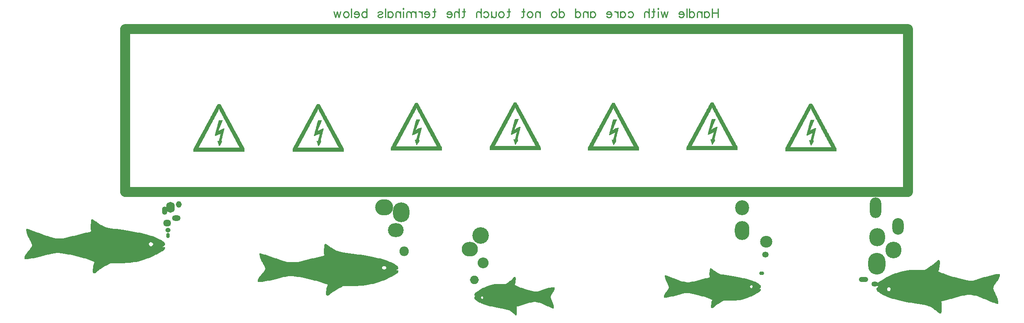
<source format=gbr>
G04 DipTrace 3.0.0.1*
G04 BottomSilk.gbr*
%MOIN*%
G04 #@! TF.FileFunction,Legend,Bot*
G04 #@! TF.Part,Single*
%ADD12C,0.002992*%
%ADD26O,0.07126X0.06811*%
%ADD27O,0.087664X0.087533*%
%ADD28O,0.12979X0.116667*%
%ADD29C,0.13294*%
%ADD30O,0.051969X0.048688*%
%ADD31O,0.038976X0.029134*%
%ADD32O,0.097375X0.094094*%
%ADD33O,0.116667X0.152493*%
%ADD34O,0.110236X0.120079*%
%ADD35O,0.074672X0.042126*%
%ADD36O,0.13937X0.175066*%
%ADD37O,0.12979X0.13294*%
%ADD38O,0.090814X0.13294*%
%ADD39O,0.126509X0.145932*%
%ADD40O,0.090814X0.165486*%
%ADD41O,0.053543X0.041076*%
%ADD42O,0.074934X0.077953*%
%ADD43O,0.125984X0.111024*%
%ADD44O,0.132021X0.158924*%
%ADD45O,0.143963X0.129003*%
%ADD46O,0.029003X0.040814*%
%ADD47O,0.040682X0.036877*%
%ADD48O,0.064042X0.052362*%
%ADD49O,0.067979X0.046588*%
%ADD50O,0.042782X0.065879*%
%ADD51O,0.069816X0.08727*%
%ADD52O,0.044619X0.052362*%
%ADD53C,0.08*%
%ADD122C,0.010807*%
%FSLAX26Y26*%
G04*
G70*
G90*
G75*
G01*
G04 BotSilk*
%LPD*%
D26*
X3609121Y928543D3*
D27*
X3678871Y1064764D3*
D28*
X3573425Y1176706D3*
D29*
X3659383Y1285367D3*
D30*
X5941076Y1132874D3*
D31*
X5911877Y983727D3*
D32*
X5950787Y1236680D3*
D33*
X5756234Y1327428D3*
D34*
X5756168Y1509121D3*
D35*
X6727756Y933793D3*
D36*
X6834777Y1058661D3*
D37*
X6969357Y1170538D3*
D38*
X7004987Y1358596D3*
D39*
X6838058Y1274278D3*
D40*
X6826640Y1511089D3*
D41*
X6820210Y896785D3*
D42*
X3045341Y1159055D3*
D43*
X2977822Y1328478D3*
D44*
X3022835Y1472375D3*
D45*
X2884843Y1514370D3*
D46*
X1152297Y1286286D3*
D47*
X1154199Y1330906D3*
D48*
X1146457Y1387205D3*
D49*
X1218241Y1425000D3*
D50*
X1126115Y1485171D3*
D51*
X1172703Y1511352D3*
D52*
X1239633Y1536549D3*
X808005Y2946194D2*
D53*
X7086483D1*
Y1634646D1*
X808005D1*
Y2946194D1*
X2411654Y1217953D2*
D12*
X2414646D1*
X2409249Y1214961D2*
X2420156D1*
X2407500Y1211969D2*
X2425293D1*
X2406497Y1208976D2*
X2430110D1*
X2406012Y1205984D2*
X2434748D1*
X2405801Y1202992D2*
X2439294D1*
X2405718Y1200000D2*
X2443807D1*
X2405686Y1197008D2*
X2448302D1*
X2405663Y1194016D2*
X2452783D1*
X2405554Y1191024D2*
X2457177D1*
X2405172Y1188031D2*
X2461391D1*
X2404455Y1185039D2*
X2465554D1*
X2403687Y1182047D2*
X2470099D1*
X2403165Y1179055D2*
X2475223D1*
X2402888Y1176063D2*
X2480768D1*
X2402761Y1173071D2*
X2486459D1*
X2402709Y1170079D2*
X2491999D1*
X2402688Y1167087D2*
X2497354D1*
X2402681Y1164094D2*
X2503071D1*
X2402678Y1161102D2*
X2509885D1*
X2402678Y1158110D2*
X2518316D1*
X2402677Y1155118D2*
X2529040D1*
X2402677Y1152126D2*
X2543002D1*
X2402689Y1149134D2*
X2560923D1*
X2402794Y1146142D2*
X2582649D1*
X1885039Y1143150D2*
X1894016D1*
X2403175D2*
X2606702D1*
X1885153Y1140157D2*
X1903443D1*
X2403892D2*
X2631026D1*
X1885537Y1137165D2*
X1913056D1*
X2404659D2*
X2654232D1*
X1886254Y1134173D2*
X1922426D1*
X2405181D2*
X2675697D1*
X1887021Y1131181D2*
X1931209D1*
X2405423D2*
X2695379D1*
X1887543Y1128189D2*
X1939697D1*
X2405369D2*
X2713848D1*
X1887832Y1125197D2*
X1948278D1*
X2405100D2*
X2731763D1*
X1888064Y1122205D2*
X1957030D1*
X2397664D2*
X2749181D1*
X1888498Y1119213D2*
X1965899D1*
X2386475D2*
X2765786D1*
X1889247Y1116220D2*
X1974831D1*
X2373010D2*
X2781348D1*
X1890126Y1113228D2*
X1983789D1*
X2359501D2*
X2795968D1*
X1891044Y1110236D2*
X1992759D1*
X2346491D2*
X2809976D1*
X1892144Y1107244D2*
X2001722D1*
X2333681D2*
X2823664D1*
X1893420Y1104252D2*
X2010592D1*
X2320810D2*
X2837089D1*
X1894722Y1101260D2*
X2019187D1*
X2308089D2*
X2849987D1*
X1895893Y1098268D2*
X2027447D1*
X2295846D2*
X2861865D1*
X1896942Y1095276D2*
X2035656D1*
X2283925D2*
X2872626D1*
X1898096Y1092283D2*
X2044122D1*
X2271865D2*
X2882702D1*
X1899404Y1089291D2*
X2052938D1*
X2259492D2*
X2892356D1*
X1900820Y1086299D2*
X2062285D1*
X2246877D2*
X2901313D1*
X1902374Y1083307D2*
X2072424D1*
X2234034D2*
X2909317D1*
X1904140Y1080315D2*
X2083362D1*
X2221221D2*
X2916432D1*
X1906062Y1077323D2*
X2094834D1*
X2208696D2*
X2923054D1*
X1907892Y1074331D2*
X2106582D1*
X2196420D2*
X2929648D1*
X1909574Y1071339D2*
X2936450D1*
X1911161Y1068346D2*
X2943329D1*
X1912692Y1065354D2*
X2950123D1*
X1914205Y1062362D2*
X2956713D1*
X1915716Y1059370D2*
X2962770D1*
X1917310Y1056378D2*
X2968169D1*
X1919092Y1053386D2*
X2973096D1*
X1921020Y1050394D2*
X2977672D1*
X1922852Y1047402D2*
X2981848D1*
X1924534Y1044409D2*
X2882605D1*
X2886214D2*
X2985529D1*
X1926110Y1041417D2*
X2876218D1*
X2892589D2*
X2988753D1*
X1927548Y1038425D2*
X2871615D1*
X2897709D2*
X2991401D1*
X1928773Y1035433D2*
X2868496D1*
X2900341D2*
X2993240D1*
X1929832Y1032441D2*
X2866454D1*
X2901393D2*
X2994274D1*
X1930889Y1029449D2*
X2865044D1*
X2901942D2*
X2994759D1*
X1931806Y1026457D2*
X2865379D1*
X2902064D2*
X2994856D1*
X1932378Y1023465D2*
X2866445D1*
X2901875D2*
X2994682D1*
X1932561Y1020472D2*
X2868079D1*
X2900397D2*
X2993182D1*
X1932210Y1017480D2*
X2871551D1*
X2897119D2*
X2991041D1*
X1931156Y1014488D2*
X2875433D1*
X2893386D2*
X2986497D1*
X1929588Y1011496D2*
X2980694D1*
X1927914Y1008504D2*
X2974173D1*
X1926284Y1005512D2*
X2968189D1*
X2974173D2*
X2995118D1*
X1924615Y1002520D2*
X2995118D1*
X1922699Y999528D2*
X2995106D1*
X1920379Y996535D2*
X2994990D1*
X1917825Y993543D2*
X2994491D1*
X1915363Y990551D2*
X2993265D1*
X1913148Y987559D2*
X2991166D1*
X1910946Y984567D2*
X2988164D1*
X1908484Y981575D2*
X2984168D1*
X1905784Y978583D2*
X2979278D1*
X1903025Y975591D2*
X2973825D1*
X1900467Y972598D2*
X2968168D1*
X1898211Y969606D2*
X2962653D1*
X1895994Y966614D2*
X2957418D1*
X1893538Y963622D2*
X2952212D1*
X1890929Y960630D2*
X2101523D1*
X2172272D2*
X2946754D1*
X1888446Y957638D2*
X2088570D1*
X2190096D2*
X2941048D1*
X1886234Y954646D2*
X2076584D1*
X2207434D2*
X2935191D1*
X1884135Y951654D2*
X2065405D1*
X2223685D2*
X2929260D1*
X1882065Y948661D2*
X2054820D1*
X2238546D2*
X2923296D1*
X1880175Y945669D2*
X2043943D1*
X2252394D2*
X2917307D1*
X1878471Y942677D2*
X2031930D1*
X2265790D2*
X2911220D1*
X1876887Y939685D2*
X2018936D1*
X2278926D2*
X2904856D1*
X1875458Y936693D2*
X2005543D1*
X2291901D2*
X2898143D1*
X1874336Y933701D2*
X1992048D1*
X2304801D2*
X2891287D1*
X1873659Y930709D2*
X1978451D1*
X2317286D2*
X2884388D1*
X1873318Y927717D2*
X1964581D1*
X2329001D2*
X2877293D1*
X1873168Y924724D2*
X1950286D1*
X2340015D2*
X2869916D1*
X1873107Y921732D2*
X1935661D1*
X2350475D2*
X2862143D1*
X1873083Y918740D2*
X1920855D1*
X2360515D2*
X2853879D1*
X1873071Y915748D2*
X1905984D1*
X2370209D2*
X2845245D1*
X2379402Y912756D2*
X2836307D1*
X2388212Y909764D2*
X2826896D1*
X2397074Y906772D2*
X2816716D1*
X2406255Y903780D2*
X2805661D1*
X2415535Y900787D2*
X2793779D1*
X2423868Y897795D2*
X2781049D1*
X2430330Y894803D2*
X2767175D1*
X2435591Y891811D2*
X2751380D1*
X2433735Y888819D2*
X2733258D1*
X2432029Y885827D2*
X2713858D1*
X2430438Y882835D2*
X2674961D1*
X2428993Y879843D2*
X2548703D1*
X2427764Y876850D2*
X2544469D1*
X2426704Y873858D2*
X2539487D1*
X2425647Y870866D2*
X2533988D1*
X2424729Y867874D2*
X2528226D1*
X2424146Y864882D2*
X2522431D1*
X2423846Y861890D2*
X2516859D1*
X2423710Y858898D2*
X2511614D1*
X2423643Y855906D2*
X2506506D1*
X2423517Y852913D2*
X2501427D1*
X2423128Y849921D2*
X2496449D1*
X2422409Y846929D2*
X2491475D1*
X2421640Y843937D2*
X2486552D1*
X2421107Y840945D2*
X2481975D1*
X2420724Y837953D2*
X2477714D1*
X2420216Y834961D2*
X2473467D1*
X2419447Y831969D2*
X2469137D1*
X2418671Y828976D2*
X2464830D1*
X2418247Y825984D2*
X2460753D1*
X2418348Y822992D2*
X2456996D1*
X2418949Y820000D2*
X2453289D1*
X2419780Y817008D2*
X2449432D1*
X2420779Y814016D2*
X2445612D1*
X2422254Y811024D2*
X2442073D1*
X2424297Y808031D2*
X2438780D1*
X2426614Y805039D2*
X2435591D1*
X7324409Y1088976D2*
X7333386D1*
X7321417Y1085984D2*
X7335790D1*
X7318425Y1082992D2*
X7337540D1*
X7315433Y1080000D2*
X7338542D1*
X7312441Y1077008D2*
X7339028D1*
X7309437Y1074016D2*
X7339238D1*
X7306340Y1071024D2*
X7339322D1*
X7302966Y1068031D2*
X7339353D1*
X7299258Y1065039D2*
X7339353D1*
X7295487Y1062047D2*
X7339251D1*
X7291867Y1059055D2*
X7338871D1*
X7288217Y1056063D2*
X7338155D1*
X7284369Y1053071D2*
X7337388D1*
X7280452Y1050079D2*
X7336866D1*
X7276525Y1047087D2*
X7336589D1*
X7272426Y1044094D2*
X7336450D1*
X7268145Y1041102D2*
X7336292D1*
X7263755Y1038110D2*
X7335891D1*
X7259305Y1035118D2*
X7335167D1*
X7254835Y1032126D2*
X7334397D1*
X7250350Y1029134D2*
X7333875D1*
X7245855Y1026142D2*
X7333585D1*
X7241271Y1023150D2*
X7333353D1*
X7236510Y1020157D2*
X7332919D1*
X7231695Y1017165D2*
X7332171D1*
X7227254Y1014173D2*
X7331291D1*
X7223339Y1011181D2*
X7330373D1*
X7102992Y1008189D2*
X7329264D1*
X7080679Y1005197D2*
X7327899D1*
X7061692Y1002205D2*
X7326255D1*
X7045808Y999213D2*
X7324409D1*
X7032154Y996220D2*
X7329487D1*
X7020248Y993228D2*
X7335459D1*
X7009609Y990236D2*
X7342176D1*
X6999898Y987244D2*
X7349325D1*
X6991030Y984252D2*
X7356762D1*
X6982627Y981260D2*
X7364476D1*
X6974435Y978268D2*
X7372380D1*
X6966517Y975276D2*
X7380295D1*
X7791181D2*
X7818110D1*
X6958914Y972283D2*
X7388352D1*
X7778864D2*
X7818110D1*
X6951719Y969291D2*
X7396757D1*
X7766526D2*
X7818110D1*
X6945020Y966299D2*
X7405549D1*
X7754406D2*
X7818110D1*
X6938681Y963307D2*
X7414877D1*
X7742405D2*
X7818099D1*
X6932541Y960315D2*
X7424907D1*
X7730345D2*
X7817993D1*
X6926505Y957323D2*
X7435451D1*
X7718488D2*
X7817600D1*
X6920602Y954331D2*
X7446102D1*
X7706956D2*
X7816779D1*
X6914991Y951339D2*
X7456720D1*
X7695762D2*
X7815618D1*
X6909732Y948346D2*
X7467459D1*
X7685172D2*
X7814275D1*
X6904619Y945354D2*
X7478639D1*
X7675265D2*
X7812837D1*
X6899538Y942362D2*
X7490400D1*
X7665834D2*
X7811366D1*
X6894559Y939370D2*
X7502583D1*
X7656648D2*
X7809876D1*
X6889574Y936378D2*
X7515373D1*
X7647476D2*
X7808374D1*
X6884557Y933386D2*
X7529018D1*
X7637973D2*
X7806783D1*
X6879692Y930394D2*
X7543316D1*
X7627781D2*
X7805002D1*
X6875003Y927402D2*
X7557972D1*
X7616888D2*
X7803063D1*
X6870417Y924409D2*
X7801126D1*
X6865880Y921417D2*
X7799051D1*
X6861280Y918425D2*
X7796653D1*
X6856513Y915433D2*
X7794067D1*
X6851696Y912441D2*
X7791591D1*
X6847265Y909449D2*
X7789383D1*
X6843424Y906457D2*
X7787284D1*
X6840121Y903465D2*
X7785203D1*
X6837439Y900472D2*
X7783219D1*
X6835586Y897480D2*
X7781227D1*
X6834548Y894488D2*
X7779203D1*
X6834049Y891496D2*
X7777330D1*
X6833835Y888504D2*
X7775632D1*
X6833747Y885512D2*
X7774039D1*
X6833701Y882520D2*
X7772506D1*
X6854646Y879528D2*
X7771003D1*
X6847880Y876535D2*
X7769609D1*
X6842395Y873543D2*
X6927056D1*
X6934833D2*
X7768502D1*
X6838465Y870551D2*
X6922431D1*
X6939458D2*
X7767829D1*
X6835568Y867559D2*
X6918935D1*
X6942954D2*
X7767491D1*
X6834600Y864567D2*
X6916279D1*
X6945611D2*
X7767341D1*
X6834081Y861575D2*
X6915353D1*
X6946525D2*
X7767292D1*
X6833860Y858583D2*
X6914867D1*
X6946906D2*
X7767374D1*
X6833872Y855591D2*
X6914760D1*
X6946904D2*
X7767758D1*
X6834230Y852598D2*
X6915167D1*
X6945698D2*
X7768577D1*
X6835051Y849606D2*
X6916337D1*
X6944167D2*
X7769736D1*
X6836323Y846614D2*
X6918238D1*
X6942710D2*
X7771080D1*
X6838164Y843622D2*
X6920472D1*
X6941417D2*
X7772517D1*
X6840804Y840630D2*
X7773988D1*
X6844163Y837638D2*
X7775478D1*
X6847881Y834646D2*
X7776969D1*
X6851818Y831654D2*
X7778455D1*
X6856173Y828661D2*
X7779854D1*
X6860895Y825669D2*
X7781065D1*
X6865818Y822677D2*
X7782130D1*
X6871119Y819685D2*
X7783290D1*
X6876840Y816693D2*
X7784600D1*
X6882569Y813701D2*
X7786005D1*
X6888170Y810709D2*
X7547117D1*
X7601375D2*
X7787465D1*
X6893854Y807717D2*
X7532032D1*
X7616332D2*
X7788944D1*
X6899678Y804724D2*
X7518788D1*
X7628972D2*
X7790437D1*
X6905697Y801732D2*
X7506732D1*
X7639444D2*
X7791929D1*
X6912144Y798740D2*
X7495352D1*
X7648231D2*
X7793415D1*
X6919318Y795748D2*
X7484603D1*
X7656078D2*
X7794815D1*
X6927186Y792756D2*
X7474287D1*
X7663702D2*
X7796026D1*
X6935408Y789764D2*
X7464031D1*
X7671170D2*
X7797079D1*
X6943942Y786772D2*
X7453708D1*
X7678316D2*
X7798145D1*
X6953177Y783780D2*
X7443402D1*
X7685468D2*
X7799168D1*
X6963212Y780787D2*
X7433234D1*
X7692844D2*
X7800132D1*
X6973781Y777795D2*
X7423112D1*
X7700129D2*
X7801149D1*
X6984928Y774803D2*
X7412658D1*
X7707253D2*
X7802063D1*
X6996690Y771811D2*
X7401617D1*
X7714439D2*
X7802745D1*
X7008866Y768819D2*
X7389643D1*
X7721741D2*
X7803425D1*
X7021553Y765827D2*
X7376412D1*
X7729044D2*
X7804277D1*
X7034830Y762835D2*
X7362416D1*
X7736216D2*
X7805099D1*
X7048507Y759843D2*
X7348346D1*
X7743345D2*
X7805642D1*
X7062695Y756850D2*
X7349728D1*
X7750772D2*
X7805927D1*
X7077478Y753858D2*
X7350587D1*
X7758494D2*
X7806056D1*
X7092793Y750866D2*
X7351022D1*
X7766232D2*
X7806110D1*
X7109172Y747874D2*
X7351215D1*
X7773983D2*
X7806130D1*
X7127315Y744882D2*
X7351293D1*
X7782081D2*
X7806138D1*
X7147041Y741890D2*
X7351322D1*
X7790867D2*
X7806140D1*
X7167683Y738898D2*
X7351333D1*
X7800157D2*
X7806142D1*
X7188578Y735906D2*
X7351337D1*
X7208247Y732913D2*
X7351338D1*
X7224590Y729921D2*
X7351338D1*
X7237049Y726929D2*
X7351339D1*
X7246609Y723937D2*
X7351339D1*
X7254322Y720945D2*
X7351339D1*
X7260965Y717953D2*
X7351339D1*
X7266866Y714961D2*
X7351339D1*
X7272135Y711969D2*
X7351339D1*
X7276908Y708976D2*
X7351339D1*
X7281276Y705984D2*
X7351339D1*
X7285387Y702992D2*
X7351339D1*
X7289470Y700000D2*
X7351339D1*
X7293494Y697008D2*
X7351339D1*
X7297453Y694016D2*
X7351339D1*
X7301475Y691024D2*
X7351339D1*
X7305475Y688031D2*
X7351339D1*
X7309426Y685039D2*
X7351339D1*
X7313433Y682047D2*
X7351339D1*
X7317327Y679055D2*
X7351339D1*
X7320908Y676063D2*
X7351327D1*
X7324304Y673071D2*
X7351222D1*
X7327814Y670079D2*
X7350838D1*
X7331603Y667087D2*
X7350096D1*
X7335508Y664094D2*
X7349206D1*
X7339370Y661102D2*
X7348346D1*
X5500000Y1022205D2*
X5505984D1*
X5498619Y1019213D2*
X5510011D1*
X5497759Y1016220D2*
X5513999D1*
X5497325Y1013228D2*
X5517939D1*
X5497132Y1010236D2*
X5521953D1*
X5497042Y1007244D2*
X5525950D1*
X5496907Y1004252D2*
X5529911D1*
X5496515Y1001260D2*
X5534023D1*
X5495795Y998268D2*
X5538310D1*
X5495026Y995276D2*
X5542712D1*
X5494504Y992283D2*
X5547256D1*
X5494227Y989291D2*
X5552026D1*
X5494100Y986299D2*
X5557057D1*
X5494047Y983307D2*
X5562389D1*
X5494027Y980315D2*
X5568453D1*
X5494020Y977323D2*
X5576085D1*
X5494017Y974331D2*
X5586701D1*
X5494028Y971339D2*
X5601534D1*
X5494133Y968346D2*
X5620015D1*
X5134961Y965354D2*
X5143937D1*
X5494514D2*
X5640277D1*
X5135423Y962362D2*
X5152451D1*
X5495231D2*
X5660724D1*
X5136165Y959370D2*
X5160674D1*
X5495974D2*
X5680431D1*
X5136940Y956378D2*
X5168770D1*
X5496518D2*
X5698949D1*
X5137475Y953386D2*
X5176830D1*
X5495805D2*
X5716090D1*
X5137859Y950394D2*
X5184694D1*
X5491975D2*
X5731787D1*
X5138367Y947402D2*
X5192290D1*
X5482841D2*
X5746110D1*
X5139136Y944409D2*
X5199594D1*
X5472061D2*
X5759333D1*
X5139935Y941417D2*
X5206777D1*
X5460741D2*
X5771874D1*
X5140570Y938425D2*
X5214225D1*
X5449419D2*
X5783972D1*
X5141243Y935433D2*
X5221966D1*
X5438303D2*
X5795539D1*
X5142192Y932441D2*
X5229789D1*
X5427261D2*
X5806328D1*
X5143405Y929449D2*
X5237706D1*
X5416217D2*
X5816316D1*
X5144769Y926457D2*
X5245715D1*
X5405251D2*
X5825668D1*
X5146214Y923465D2*
X5253797D1*
X5394168D2*
X5834358D1*
X5147687Y920472D2*
X5262485D1*
X5382658D2*
X5842204D1*
X5149178Y917480D2*
X5272595D1*
X5370490D2*
X5849230D1*
X5150669Y914488D2*
X5284455D1*
X5357452D2*
X5855714D1*
X5152167Y911496D2*
X5297686D1*
X5343627D2*
X5861913D1*
X5153660Y908504D2*
X5867971D1*
X5155159Y905512D2*
X5873882D1*
X5156652Y902520D2*
X5879484D1*
X5158139Y899528D2*
X5884639D1*
X5159539Y896535D2*
X5889359D1*
X5160762Y893543D2*
X5893595D1*
X5161920Y890551D2*
X5897204D1*
X5163356Y887559D2*
X5823161D1*
X5834992D2*
X5900059D1*
X5164990Y884567D2*
X5820298D1*
X5837484D2*
X5902315D1*
X5166340Y881575D2*
X5817909D1*
X5839249D2*
X5903148D1*
X5167162Y878583D2*
X5816096D1*
X5840429D2*
X5903589D1*
X5167575Y875591D2*
X5816045D1*
X5840463D2*
X5903677D1*
X5167746Y872598D2*
X5817575D1*
X5839222D2*
X5903250D1*
X5167714Y869606D2*
X5820050D1*
X5837333D2*
X5902321D1*
X5167349Y866614D2*
X5823150D1*
X5835118D2*
X5899615D1*
X5166525Y863622D2*
X5896046D1*
X5165275Y860630D2*
X5891969D1*
X5163645Y857638D2*
X5897493D1*
X5161767Y854646D2*
X5901585D1*
X5159853Y851654D2*
X5903013D1*
X5157798Y848661D2*
X5903221D1*
X5155497Y845669D2*
X5902228D1*
X5153188Y842677D2*
X5899545D1*
X5151048Y839685D2*
X5895891D1*
X5148890Y836693D2*
X5891514D1*
X5146546Y833701D2*
X5886924D1*
X5144220Y830709D2*
X5882331D1*
X5142086Y827717D2*
X5877692D1*
X5140020Y824724D2*
X5291727D1*
X5328849D2*
X5872893D1*
X5137963Y821732D2*
X5279239D1*
X5345454D2*
X5867951D1*
X5136078Y818740D2*
X5268142D1*
X5361012D2*
X5863018D1*
X5134375Y815748D2*
X5257696D1*
X5375509D2*
X5857949D1*
X5132792Y812756D2*
X5247084D1*
X5388939D2*
X5852547D1*
X5131363Y809764D2*
X5235946D1*
X5401243D2*
X5846863D1*
X5130242Y806772D2*
X5224298D1*
X5412767D2*
X5841002D1*
X5129564Y803780D2*
X5212137D1*
X5424143D2*
X5834968D1*
X5129224Y800787D2*
X5199516D1*
X5435396D2*
X5828612D1*
X5129073Y797795D2*
X5186695D1*
X5446177D2*
X5821802D1*
X5129012Y794803D2*
X5173751D1*
X5456150D2*
X5814567D1*
X5128988Y791811D2*
X5160470D1*
X5465194D2*
X5806952D1*
X5128976Y788819D2*
X5146929D1*
X5473687D2*
X5799078D1*
X5481930Y785827D2*
X5791075D1*
X5489957Y782835D2*
X5782619D1*
X5497837Y779843D2*
X5773278D1*
X5505321Y776850D2*
X5762805D1*
X5511941Y773858D2*
X5750671D1*
X5517953Y770866D2*
X5736127D1*
X5516109Y767874D2*
X5719010D1*
X5514496Y764882D2*
X5700472D1*
X5513182Y761890D2*
X5598854D1*
X5512083Y758898D2*
X5593253D1*
X5511011Y755906D2*
X5587998D1*
X5510087Y752913D2*
X5582886D1*
X5509502Y749921D2*
X5577817D1*
X5509200Y746929D2*
X5572932D1*
X5509065Y743937D2*
X5568235D1*
X5508998Y740945D2*
X5563647D1*
X5508871Y737953D2*
X5559120D1*
X5508482Y734961D2*
X5554626D1*
X5507763Y731969D2*
X5550239D1*
X5506995Y728976D2*
X5546140D1*
X5506473Y725984D2*
X5542463D1*
X5506195Y722992D2*
X5539027D1*
X5506080Y720000D2*
X5535504D1*
X5506133Y717008D2*
X5531734D1*
X5506496Y714016D2*
X5527952D1*
X5507230Y711024D2*
X5524427D1*
X5508118Y708031D2*
X5521139D1*
X5508976Y705039D2*
X5517953D1*
X538583Y1415748D2*
X547559D1*
X537201Y1412756D2*
X552046D1*
X536342Y1409764D2*
X556293D1*
X535907Y1406772D2*
X560542D1*
X535714Y1403780D2*
X564888D1*
X535636Y1400787D2*
X569302D1*
X535607Y1397795D2*
X573749D1*
X535596Y1394803D2*
X578129D1*
X535581Y1391811D2*
X582327D1*
X535474Y1388819D2*
X586383D1*
X535093Y1385827D2*
X590534D1*
X534376Y1382835D2*
X594836D1*
X533609Y1379843D2*
X599245D1*
X533087Y1376850D2*
X603803D1*
X532809Y1373858D2*
X608655D1*
X532682Y1370866D2*
X613857D1*
X532630Y1367874D2*
X619131D1*
X532610Y1364882D2*
X624353D1*
X532602Y1361890D2*
X629902D1*
X532600Y1358898D2*
X636187D1*
X532599Y1355906D2*
X643279D1*
X532599Y1352913D2*
X651544D1*
X532598Y1349921D2*
X662020D1*
X532598Y1346929D2*
X676162D1*
X532610Y1343937D2*
X694812D1*
X532715Y1340945D2*
X716811D1*
X14961Y1337953D2*
X26929D1*
X533097D2*
X739917D1*
X15075Y1334961D2*
X34873D1*
X533813D2*
X762699D1*
X15458Y1331969D2*
X43348D1*
X534580D2*
X784359D1*
X16175Y1328976D2*
X51947D1*
X535102D2*
X804596D1*
X16943Y1325984D2*
X60487D1*
X535368D2*
X823806D1*
X17464Y1322992D2*
X69130D1*
X535285D2*
X842186D1*
X17754Y1320000D2*
X77821D1*
X534789D2*
X859545D1*
X17986Y1317008D2*
X86331D1*
X530986D2*
X876053D1*
X18420Y1314016D2*
X94544D1*
X520467D2*
X891941D1*
X19156Y1311024D2*
X102634D1*
X507602D2*
X907093D1*
X19943Y1308031D2*
X110702D1*
X494289D2*
X921423D1*
X20572Y1305039D2*
X118670D1*
X481592D2*
X935056D1*
X21244Y1302047D2*
X126647D1*
X469606D2*
X948174D1*
X22193Y1299055D2*
X134667D1*
X458000D2*
X960896D1*
X23394Y1296063D2*
X142629D1*
X446465D2*
X973072D1*
X24664Y1293071D2*
X150704D1*
X434703D2*
X984656D1*
X25821Y1290079D2*
X159104D1*
X422882D2*
X995621D1*
X26866Y1287087D2*
X167770D1*
X411302D2*
X1005793D1*
X28018Y1284094D2*
X176518D1*
X399667D2*
X1015265D1*
X29326Y1281102D2*
X185175D1*
X387706D2*
X1024110D1*
X30741Y1278110D2*
X193912D1*
X375552D2*
X1032264D1*
X32295Y1275118D2*
X203328D1*
X363226D2*
X1039734D1*
X34062Y1272126D2*
X213762D1*
X350782D2*
X1046567D1*
X35983Y1269134D2*
X224962D1*
X338459D2*
X1053060D1*
X37813Y1266142D2*
X236580D1*
X326283D2*
X1059601D1*
X39495Y1263150D2*
X1066371D1*
X41082Y1260157D2*
X1073137D1*
X42614Y1257165D2*
X1079547D1*
X44127Y1254173D2*
X1085431D1*
X45626Y1251181D2*
X1090815D1*
X47126Y1248189D2*
X1095980D1*
X48621Y1245197D2*
X1101069D1*
X50119Y1242205D2*
X1105950D1*
X51613Y1239213D2*
X1110545D1*
X53111Y1236220D2*
X1114729D1*
X54605Y1233228D2*
X1005354D1*
X1022593D2*
X1118317D1*
X56092Y1230236D2*
X1002374D1*
X1026847D2*
X1121165D1*
X57492Y1227244D2*
X999510D1*
X1030144D2*
X1123418D1*
X58703Y1224252D2*
X997122D1*
X1031803D2*
X1124251D1*
X59756Y1221260D2*
X995309D1*
X1033479D2*
X1124703D1*
X60811Y1218268D2*
X995453D1*
X1035276D2*
X1124896D1*
X61728Y1215276D2*
X996311D1*
X1033655D2*
X1124862D1*
X62299Y1212283D2*
X997857D1*
X1031910D2*
X1124384D1*
X62494Y1209291D2*
X1000035D1*
X1029527D2*
X1123430D1*
X62237Y1206299D2*
X1002617D1*
X1026523D2*
X1120565D1*
X61458Y1203307D2*
X1005354D1*
X1023307D2*
X1116393D1*
X60226Y1200315D2*
X1110874D1*
X58602Y1197323D2*
X1104593D1*
X56727Y1194331D2*
X1098110D1*
X1110079D2*
X1125039D1*
X54825Y1191339D2*
X1125039D1*
X52864Y1188346D2*
X1125039D1*
X50839Y1185354D2*
X1125016D1*
X48865Y1182362D2*
X1124794D1*
X46775Y1179370D2*
X1124268D1*
X44361Y1176378D2*
X1122060D1*
X41679Y1173386D2*
X1119127D1*
X38927Y1170394D2*
X1115587D1*
X36371Y1167402D2*
X1111321D1*
X34117Y1164409D2*
X1106408D1*
X31911Y1161417D2*
X1101272D1*
X29549Y1158425D2*
X1096206D1*
X27216Y1155433D2*
X1091081D1*
X25068Y1152441D2*
X1085754D1*
X22907Y1149449D2*
X262016D1*
X272107D2*
X1080439D1*
X20562Y1146457D2*
X238923D1*
X298031D2*
X1075302D1*
X18236Y1143465D2*
X221455D1*
X319431D2*
X1070139D1*
X16102Y1140472D2*
X207587D1*
X337664D2*
X1064697D1*
X14036Y1137480D2*
X195698D1*
X353923D2*
X1058998D1*
X11979Y1134488D2*
X184888D1*
X368636D2*
X1053143D1*
X10093Y1131496D2*
X174126D1*
X382282D2*
X1047212D1*
X8391Y1128504D2*
X162743D1*
X395248D2*
X1041248D1*
X6808Y1125512D2*
X150793D1*
X407634D2*
X1035260D1*
X5379Y1122520D2*
X138226D1*
X419740D2*
X1029173D1*
X4258Y1119528D2*
X125112D1*
X431839D2*
X1022797D1*
X3580Y1116535D2*
X111941D1*
X443698D2*
X1015991D1*
X3240Y1113543D2*
X98857D1*
X455141D2*
X1008847D1*
X3089Y1110551D2*
X85583D1*
X466060D2*
X1001507D1*
X3028Y1107559D2*
X71802D1*
X476316D2*
X993992D1*
X3005Y1104567D2*
X57296D1*
X486173D2*
X986249D1*
X2996Y1101575D2*
X42204D1*
X495837D2*
X978334D1*
X2992Y1098583D2*
X26929D1*
X505150D2*
X970404D1*
X513975Y1095591D2*
X962229D1*
X522339Y1092598D2*
X953349D1*
X530591Y1089606D2*
X943552D1*
X539027Y1086614D2*
X932993D1*
X547390Y1083622D2*
X921787D1*
X554854Y1080630D2*
X909568D1*
X560708Y1077638D2*
X895889D1*
X565512Y1074646D2*
X880342D1*
X563657Y1071654D2*
X862676D1*
X561950Y1068661D2*
X843780D1*
X560359Y1065669D2*
X804882D1*
X558914Y1062677D2*
X682319D1*
X557686Y1059685D2*
X676706D1*
X556626Y1056693D2*
X671346D1*
X555568Y1053701D2*
X665853D1*
X554650Y1050709D2*
X660055D1*
X554067Y1047717D2*
X654309D1*
X553767Y1044724D2*
X648802D1*
X553632Y1041732D2*
X643496D1*
X553576Y1038740D2*
X638411D1*
X553543Y1035748D2*
X633381D1*
X553430Y1032756D2*
X628347D1*
X553046Y1029764D2*
X623487D1*
X552329Y1026772D2*
X618888D1*
X551561Y1023780D2*
X614590D1*
X551028Y1020787D2*
X610505D1*
X550645Y1017795D2*
X606430D1*
X550137Y1014803D2*
X602410D1*
X549368Y1011811D2*
X598452D1*
X548592Y1008819D2*
X594442D1*
X548168Y1005827D2*
X590536D1*
X548269Y1002835D2*
X586873D1*
X548870Y999843D2*
X583294D1*
X549689Y996850D2*
X579739D1*
X550575Y993858D2*
X576372D1*
X551587Y990866D2*
X573330D1*
X552607Y987874D2*
X570736D1*
X553543Y984882D2*
X568504D1*
X3929449Y954331D2*
X3932441D1*
X3926457Y951339D2*
X3934845D1*
X3923465Y948346D2*
X3936595D1*
X3920472Y945354D2*
X3937597D1*
X3917480Y942362D2*
X3938083D1*
X3914488Y939370D2*
X3938281D1*
X3911496Y936378D2*
X3938260D1*
X3908492Y933386D2*
X3937910D1*
X3905395Y930394D2*
X3937205D1*
X3902021Y927402D2*
X3936441D1*
X3898301Y924409D2*
X3935921D1*
X3894437Y921417D2*
X3935644D1*
X3890541Y918425D2*
X3935517D1*
X3886543Y915433D2*
X3935464D1*
X3882552Y912441D2*
X3935433D1*
X3878593Y909449D2*
X3935320D1*
X3874472Y906457D2*
X3934936D1*
X3870108Y903465D2*
X3934207D1*
X3865469Y900472D2*
X3933334D1*
X3830709Y897480D2*
X3848661D1*
X3860630D2*
X3932443D1*
X3773858Y894488D2*
X3931589D1*
X3759151Y891496D2*
X3930938D1*
X3745686Y888504D2*
X3932195D1*
X3733727Y885512D2*
X3936377D1*
X3723316Y882520D2*
X3941740D1*
X3714057Y879528D2*
X3947920D1*
X3705553Y876535D2*
X3954708D1*
X3697837Y873543D2*
X3961952D1*
X3690878Y870551D2*
X3969587D1*
X4228661D2*
X4249606D1*
X3684436Y867559D2*
X3977559D1*
X4216807D2*
X4249606D1*
X3678354Y864567D2*
X3985841D1*
X4205234D2*
X4249606D1*
X3672671Y861575D2*
X3994609D1*
X4194099D2*
X4249595D1*
X3667373Y858583D2*
X4003791D1*
X4183396D2*
X4249489D1*
X3662157Y855591D2*
X4013198D1*
X4173164D2*
X4249096D1*
X3656807Y852598D2*
X4023102D1*
X4163467D2*
X4248275D1*
X3651586Y849606D2*
X4033817D1*
X4154223D2*
X4247114D1*
X3646838Y846614D2*
X4045354D1*
X4145358D2*
X4245771D1*
X3642507Y843622D2*
X4057800D1*
X4136597D2*
X4244333D1*
X3638318Y840630D2*
X4071194D1*
X4127463D2*
X4242851D1*
X3634238Y837638D2*
X4085039D1*
X4117953D2*
X4241267D1*
X3630157Y834646D2*
X4239489D1*
X3625758Y831654D2*
X4237551D1*
X3621156Y828661D2*
X4235625D1*
X3616936Y825669D2*
X4233656D1*
X3613621Y822677D2*
X4231628D1*
X3611058Y819685D2*
X4229664D1*
X3610146Y816693D2*
X4227680D1*
X3609678Y813701D2*
X4225658D1*
X3609684Y810709D2*
X4223798D1*
X3610115Y807717D2*
X4222194D1*
X3612430Y804724D2*
X3618268D1*
X3624252D2*
X4220889D1*
X3615276Y801732D2*
X4219796D1*
X3612872Y798740D2*
X4218737D1*
X3611122Y795748D2*
X3663738D1*
X3677522D2*
X4217920D1*
X3610120Y792756D2*
X3661999D1*
X3679272D2*
X4217472D1*
X3609634Y789764D2*
X3660830D1*
X3680251D2*
X4218082D1*
X3609435Y786772D2*
X3660797D1*
X3680778D2*
X4218865D1*
X3609468Y783780D2*
X3662037D1*
X3680228D2*
X4219724D1*
X3609947Y780787D2*
X3663926D1*
X3677943D2*
X4220711D1*
X3610901Y777795D2*
X3666142D1*
X3675118D2*
X4221704D1*
X3613526Y774803D2*
X4222669D1*
X3616824Y771811D2*
X4223787D1*
X3620505Y768819D2*
X4225081D1*
X3624426Y765827D2*
X4226480D1*
X3628775Y762835D2*
X4227927D1*
X3633483Y759843D2*
X4229312D1*
X3638311Y756850D2*
X4230517D1*
X3643337Y753858D2*
X4074133D1*
X4110667D2*
X4231580D1*
X3648722Y750866D2*
X4061273D1*
X4122654D2*
X4232739D1*
X3654412Y747874D2*
X4049576D1*
X4132525D2*
X4234037D1*
X3660387Y744882D2*
X4038848D1*
X4140872D2*
X4235348D1*
X3666919Y741890D2*
X4028825D1*
X4148482D2*
X4236521D1*
X3674478Y738898D2*
X4019022D1*
X4155623D2*
X4237559D1*
X3683164Y735906D2*
X4009139D1*
X4162381D2*
X4238621D1*
X3692534Y732913D2*
X3999309D1*
X4169078D2*
X4239641D1*
X3702318Y729921D2*
X3989654D1*
X4175924D2*
X4240604D1*
X3712715Y726929D2*
X3979779D1*
X4182747D2*
X4241621D1*
X3723874Y723937D2*
X3969006D1*
X4189380D2*
X4242524D1*
X3735788Y720945D2*
X3957038D1*
X4196031D2*
X4243101D1*
X3748396Y717953D2*
X3944409D1*
X4202862D2*
X4243400D1*
X3761575Y714961D2*
X3945791D1*
X4209678D2*
X4243534D1*
X3775473Y711969D2*
X3946650D1*
X4216319D2*
X4243589D1*
X3790582Y708976D2*
X3947085D1*
X4223051D2*
X4243610D1*
X3807190Y705984D2*
X3947278D1*
X4230193D2*
X4243618D1*
X3824865Y702992D2*
X3947356D1*
X4237638D2*
X4243622D1*
X3842274Y700000D2*
X3947385D1*
X3857610Y697008D2*
X3947396D1*
X3869713Y694016D2*
X3947400D1*
X3878873Y691024D2*
X3947401D1*
X3885904Y688031D2*
X3947401D1*
X3891424Y685039D2*
X3947402D1*
X3896060Y682047D2*
X3947402D1*
X3900350Y679055D2*
X3947402D1*
X3904364Y676063D2*
X3947402D1*
X3908079Y673071D2*
X3947402D1*
X3911765Y670079D2*
X3947402D1*
X3915613Y667087D2*
X3947402D1*
X3919429Y664094D2*
X3947390D1*
X3922964Y661102D2*
X3947285D1*
X3926253Y658110D2*
X3946892D1*
X3929489Y655118D2*
X3946061D1*
X3932997Y652126D2*
X3944823D1*
X3937033Y649134D2*
X3943233D1*
X3941417Y646142D2*
D3*
X1551811Y2343465D2*
X1569764D1*
X1549956Y2340472D2*
X1571619D1*
X1548238Y2337480D2*
X1573337D1*
X1546542Y2334488D2*
X1575033D1*
X1544715Y2331496D2*
X1576860D1*
X1542770Y2328504D2*
X1578805D1*
X1540931Y2325512D2*
X1580644D1*
X1539247Y2322520D2*
X1582328D1*
X1537658Y2319528D2*
X1583916D1*
X1536127Y2316535D2*
X1585448D1*
X1534613Y2313543D2*
X1586961D1*
X1533114Y2310551D2*
X1588460D1*
X1531614Y2307559D2*
X1589961D1*
X1530108Y2304567D2*
X1591467D1*
X1528516Y2301575D2*
X1557321D1*
X1564254D2*
X1593059D1*
X1526734Y2298583D2*
X1556474D1*
X1565101D2*
X1594841D1*
X1524807Y2295591D2*
X1555306D1*
X1566268D2*
X1596768D1*
X1522975Y2292598D2*
X1553961D1*
X1567614D2*
X1598600D1*
X1521293Y2289606D2*
X1552522D1*
X1569052D2*
X1600282D1*
X1519705Y2286614D2*
X1551052D1*
X1570523D2*
X1601870D1*
X1518174Y2283622D2*
X1549561D1*
X1572013D2*
X1603401D1*
X1516661Y2280630D2*
X1548071D1*
X1573504D2*
X1604914D1*
X1515162Y2277638D2*
X1546573D1*
X1575002D2*
X1606413D1*
X1513661Y2274646D2*
X1545068D1*
X1576507D2*
X1607914D1*
X1512167Y2271654D2*
X1543476D1*
X1578099D2*
X1609408D1*
X1510668Y2268661D2*
X1541695D1*
X1579880D2*
X1610907D1*
X1509174Y2265669D2*
X1539768D1*
X1581807D2*
X1612400D1*
X1507676Y2262677D2*
X1537936D1*
X1583639D2*
X1613899D1*
X1506171Y2259685D2*
X1536254D1*
X1585321D2*
X1615404D1*
X1504579Y2256693D2*
X1534666D1*
X1586909D2*
X1616996D1*
X1502797Y2253701D2*
X1533135D1*
X1588440D2*
X1618778D1*
X1500870Y2250709D2*
X1531621D1*
X1589953D2*
X1620705D1*
X1499038Y2247717D2*
X1530122D1*
X1591453D2*
X1622537D1*
X1497356Y2244724D2*
X1528622D1*
X1592953D2*
X1624219D1*
X1495768Y2241732D2*
X1527127D1*
X1594447D2*
X1625807D1*
X1494237Y2238740D2*
X1525629D1*
X1595946D2*
X1627338D1*
X1492724Y2235748D2*
X1524135D1*
X1597440D2*
X1628851D1*
X1491225Y2232756D2*
X1522637D1*
X1598938D2*
X1630350D1*
X1489724Y2229764D2*
X1521143D1*
X1600432D2*
X1631851D1*
X1488218Y2226772D2*
X1519644D1*
X1601930D2*
X1633357D1*
X1486626Y2223780D2*
X1518139D1*
X1603436D2*
X1634949D1*
X1484844Y2220787D2*
X1516547D1*
X1605028D2*
X1636730D1*
X1482917Y2217795D2*
X1514766D1*
X1606809D2*
X1638658D1*
X1481085Y2214803D2*
X1512838D1*
X1608736D2*
X1640490D1*
X1479403Y2211811D2*
X1511006D1*
X1560787D2*
X1587717D1*
X1610568D2*
X1642172D1*
X1477816Y2208819D2*
X1509324D1*
X1559395D2*
X1586580D1*
X1612250D2*
X1643759D1*
X1476284Y2205827D2*
X1507737D1*
X1558430D2*
X1585306D1*
X1613838D2*
X1645291D1*
X1474771Y2202835D2*
X1506205D1*
X1557614D2*
X1584010D1*
X1615369D2*
X1646804D1*
X1473272Y2199843D2*
X1504692D1*
X1556693D2*
X1582844D1*
X1616883D2*
X1648303D1*
X1471771Y2196850D2*
X1503193D1*
X1555742D2*
X1581797D1*
X1618382D2*
X1649803D1*
X1470265Y2193858D2*
X1501693D1*
X1554809D2*
X1580644D1*
X1619882D2*
X1651309D1*
X1468673Y2190866D2*
X1500198D1*
X1553805D2*
X1579347D1*
X1621376D2*
X1652902D1*
X1466892Y2187874D2*
X1498700D1*
X1552895D2*
X1578037D1*
X1622875D2*
X1654683D1*
X1464964Y2184882D2*
X1497194D1*
X1552214D2*
X1576865D1*
X1624369D2*
X1656610D1*
X1463132Y2181890D2*
X1495602D1*
X1551535D2*
X1575815D1*
X1625867D2*
X1658442D1*
X1461450Y2178898D2*
X1493832D1*
X1550684D2*
X1574660D1*
X1627361D2*
X1660124D1*
X1459863Y2175906D2*
X1491999D1*
X1549850D2*
X1573352D1*
X1628859D2*
X1661712D1*
X1458331Y2172913D2*
X1490443D1*
X1549202D2*
X1571948D1*
X1630365D2*
X1663243D1*
X1456818Y2169921D2*
X1489096D1*
X1548536D2*
X1570499D1*
X1631957D2*
X1664757D1*
X1455319Y2166929D2*
X1487559D1*
X1547689D2*
X1569114D1*
X1633738D2*
X1666256D1*
X1453819Y2163937D2*
X1485782D1*
X1546857D2*
X1567909D1*
X1635666D2*
X1667756D1*
X1452324Y2160945D2*
X1484025D1*
X1546210D2*
X1566846D1*
X1637498D2*
X1669250D1*
X1450826Y2157953D2*
X1482375D1*
X1545543D2*
X1565686D1*
X1639180D2*
X1670749D1*
X1449332Y2154961D2*
X1480800D1*
X1544697D2*
X1564388D1*
X1640767D2*
X1672243D1*
X1447833Y2151969D2*
X1479274D1*
X1543865D2*
X1563077D1*
X1642299D2*
X1673741D1*
X1446328Y2148976D2*
X1477762D1*
X1543217D2*
X1561904D1*
X1643812D2*
X1675247D1*
X1444736Y2145984D2*
X1476264D1*
X1542551D2*
X1560854D1*
X1596693D2*
X1602677D1*
X1645311D2*
X1676839D1*
X1442955Y2142992D2*
X1474763D1*
X1541693D2*
X1559699D1*
X1589686D2*
X1601654D1*
X1646811D2*
X1678620D1*
X1441027Y2140000D2*
X1473269D1*
X1540768D2*
X1558400D1*
X1582811D2*
X1600752D1*
X1648306D2*
X1680547D1*
X1439195Y2137008D2*
X1471771D1*
X1539844D2*
X1557074D1*
X1576257D2*
X1600080D1*
X1649804D2*
X1682379D1*
X1437513Y2134016D2*
X1470265D1*
X1538842D2*
X1555867D1*
X1569964D2*
X1599405D1*
X1651298D2*
X1684061D1*
X1435926Y2131024D2*
X1468673D1*
X1537934D2*
X1554803D1*
X1563780D2*
X1598557D1*
X1652796D2*
X1685649D1*
X1434394Y2128031D2*
X1466892D1*
X1537254D2*
X1597724D1*
X1654302D2*
X1687180D1*
X1432881Y2125039D2*
X1464964D1*
X1536574D2*
X1597076D1*
X1655894D2*
X1688694D1*
X1431382Y2122047D2*
X1463132D1*
X1535723D2*
X1596409D1*
X1657675D2*
X1690193D1*
X1429882Y2119055D2*
X1461450D1*
X1534889D2*
X1595563D1*
X1659603D2*
X1691693D1*
X1428376Y2116063D2*
X1459863D1*
X1534241D2*
X1594731D1*
X1661435D2*
X1693199D1*
X1426783Y2113071D2*
X1458331D1*
X1533575D2*
X1594084D1*
X1663117D2*
X1694791D1*
X1425002Y2110079D2*
X1456818D1*
X1532729D2*
X1593417D1*
X1664704D2*
X1696573D1*
X1423075Y2107087D2*
X1455319D1*
X1531896D2*
X1592571D1*
X1666236D2*
X1698500D1*
X1421243Y2104094D2*
X1453819D1*
X1531249D2*
X1566309D1*
X1575286D2*
X1591739D1*
X1667749D2*
X1700332D1*
X1419561Y2101102D2*
X1452324D1*
X1530583D2*
X1559571D1*
X1574532D2*
X1591091D1*
X1669248D2*
X1702014D1*
X1417973Y2098110D2*
X1450826D1*
X1529736D2*
X1552698D1*
X1573652D2*
X1590425D1*
X1670748D2*
X1703602D1*
X1416442Y2095118D2*
X1449332D1*
X1528908D2*
X1545726D1*
X1572747D2*
X1589579D1*
X1672243D2*
X1705133D1*
X1414928Y2092126D2*
X1447833D1*
X1528320D2*
X1538425D1*
X1571752D2*
X1588747D1*
X1673741D2*
X1706646D1*
X1413429Y2089134D2*
X1446340D1*
X1527874D2*
X1530866D1*
X1570846D2*
X1588099D1*
X1675235D2*
X1708146D1*
X1411929Y2086142D2*
X1444841D1*
X1570167D2*
X1587433D1*
X1676733D2*
X1709646D1*
X1410423Y2083150D2*
X1443336D1*
X1569488D2*
X1586587D1*
X1678239D2*
X1711152D1*
X1408831Y2080157D2*
X1441744D1*
X1568637D2*
X1585755D1*
X1679831D2*
X1712744D1*
X1407049Y2077165D2*
X1439963D1*
X1567803D2*
X1585107D1*
X1681612D2*
X1714526D1*
X1405122Y2074173D2*
X1438035D1*
X1567155D2*
X1584441D1*
X1683540D2*
X1716453D1*
X1403290Y2071181D2*
X1436203D1*
X1566488D2*
X1583595D1*
X1685372D2*
X1718285D1*
X1401608Y2068189D2*
X1434521D1*
X1565630D2*
X1582763D1*
X1687054D2*
X1719967D1*
X1400020Y2065197D2*
X1432934D1*
X1564705D2*
X1582115D1*
X1688641D2*
X1721555D1*
X1398489Y2062205D2*
X1431402D1*
X1563781D2*
X1581449D1*
X1690173D2*
X1723086D1*
X1396976Y2059213D2*
X1429889D1*
X1562779D2*
X1580603D1*
X1691686D2*
X1724599D1*
X1395477Y2056220D2*
X1428390D1*
X1561883D2*
X1579806D1*
X1693185D2*
X1726098D1*
X1393976Y2053228D2*
X1426890D1*
X1561305D2*
X1579474D1*
X1694685D2*
X1727599D1*
X1392482Y2050236D2*
X1425395D1*
X1560991D2*
X1579617D1*
X1696180D2*
X1729093D1*
X1390983Y2047244D2*
X1423897D1*
X1548819D2*
X1581058D1*
X1697678D2*
X1730592D1*
X1389489Y2044252D2*
X1422403D1*
X1549853D2*
X1582513D1*
X1699172D2*
X1732085D1*
X1387991Y2041260D2*
X1420904D1*
X1550849D2*
X1582740D1*
X1700670D2*
X1733584D1*
X1386486Y2038268D2*
X1419399D1*
X1551798D2*
X1581791D1*
X1702164D2*
X1735089D1*
X1384894Y2035276D2*
X1417807D1*
X1552819D2*
X1580350D1*
X1703663D2*
X1736681D1*
X1383112Y2032283D2*
X1416026D1*
X1553824D2*
X1578572D1*
X1705168D2*
X1738463D1*
X1381185Y2029291D2*
X1414098D1*
X1554781D2*
X1576799D1*
X1706760D2*
X1740390D1*
X1379353Y2026299D2*
X1412266D1*
X1555807D2*
X1575128D1*
X1708541D2*
X1742222D1*
X1377671Y2023307D2*
X1410584D1*
X1556814D2*
X1573454D1*
X1710469D2*
X1743904D1*
X1376083Y2020315D2*
X1408997D1*
X1557772D2*
X1571638D1*
X1712301D2*
X1745492D1*
X1374552Y2017323D2*
X1407465D1*
X1558788D2*
X1569687D1*
X1713983D2*
X1747023D1*
X1373039Y2014331D2*
X1405952D1*
X1559698D2*
X1567771D1*
X1715570D2*
X1748536D1*
X1371540Y2011339D2*
X1404453D1*
X1560322D2*
X1565823D1*
X1717102D2*
X1750035D1*
X1370039Y2008346D2*
X1402953D1*
X1560787D2*
X1563780D1*
X1718615D2*
X1751536D1*
X1368533Y2005354D2*
X1401447D1*
X1720126D2*
X1753042D1*
X1366941Y2002362D2*
X1399843D1*
X1721731D2*
X1754634D1*
X1365159Y1999370D2*
X1397965D1*
X1723610D2*
X1756415D1*
X1363232Y1996378D2*
X1395695D1*
X1725879D2*
X1758343D1*
X1361412Y1993386D2*
X1760163D1*
X1359835Y1990394D2*
X1761740D1*
X1358640Y1987402D2*
X1762934D1*
X1357931Y1984409D2*
X1763644D1*
X1357578Y1981417D2*
X1763997D1*
X1357422Y1978425D2*
X1764153D1*
X1357360Y1975433D2*
X1764215D1*
X1357336Y1972441D2*
X1764239D1*
X1357327Y1969449D2*
X1764248D1*
X1357324Y1966457D2*
X1764251D1*
X1357323Y1963465D2*
X1764252D1*
X2347087Y2343465D2*
X2365039D1*
X2345231Y2340472D2*
X2366895D1*
X2343513Y2337480D2*
X2368613D1*
X2341817Y2334488D2*
X2370309D1*
X2339991Y2331496D2*
X2372135D1*
X2338046Y2328504D2*
X2374080D1*
X2336207Y2325512D2*
X2375919D1*
X2334522Y2322520D2*
X2377603D1*
X2332934Y2319528D2*
X2379192D1*
X2331402Y2316535D2*
X2380724D1*
X2329889Y2313543D2*
X2382237D1*
X2328390Y2310551D2*
X2383736D1*
X2326890Y2307559D2*
X2385236D1*
X2325384Y2304567D2*
X2386742D1*
X2323791Y2301575D2*
X2352597D1*
X2359529D2*
X2388335D1*
X2322010Y2298583D2*
X2351750D1*
X2360376D2*
X2390116D1*
X2320083Y2295591D2*
X2350582D1*
X2361544D2*
X2392043D1*
X2318250Y2292598D2*
X2349236D1*
X2362890D2*
X2393876D1*
X2316569Y2289606D2*
X2347798D1*
X2364328D2*
X2395557D1*
X2314981Y2286614D2*
X2346327D1*
X2365799D2*
X2397145D1*
X2313449Y2283622D2*
X2344837D1*
X2367289D2*
X2398677D1*
X2311936Y2280630D2*
X2343346D1*
X2368780D2*
X2400190D1*
X2310437Y2277638D2*
X2341849D1*
X2370277D2*
X2401689D1*
X2308937Y2274646D2*
X2340344D1*
X2371782D2*
X2403189D1*
X2307442Y2271654D2*
X2338752D1*
X2373374D2*
X2404684D1*
X2305944Y2268661D2*
X2336970D1*
X2375156D2*
X2406182D1*
X2304450Y2265669D2*
X2335043D1*
X2377083D2*
X2407676D1*
X2302952Y2262677D2*
X2333211D1*
X2378915D2*
X2409174D1*
X2301446Y2259685D2*
X2331529D1*
X2380597D2*
X2410680D1*
X2299854Y2256693D2*
X2329942D1*
X2382184D2*
X2412272D1*
X2298073Y2253701D2*
X2328410D1*
X2383716D2*
X2414053D1*
X2296145Y2250709D2*
X2326897D1*
X2385229D2*
X2415980D1*
X2294313Y2247717D2*
X2325398D1*
X2386728D2*
X2417813D1*
X2292632Y2244724D2*
X2323897D1*
X2388229D2*
X2419494D1*
X2291044Y2241732D2*
X2322403D1*
X2389723D2*
X2421082D1*
X2289512Y2238740D2*
X2320904D1*
X2391222D2*
X2422614D1*
X2287999Y2235748D2*
X2319411D1*
X2392715D2*
X2424127D1*
X2286500Y2232756D2*
X2317912D1*
X2394214D2*
X2425626D1*
X2285000Y2229764D2*
X2316419D1*
X2395707D2*
X2427126D1*
X2283494Y2226772D2*
X2314920D1*
X2397206D2*
X2428632D1*
X2281902Y2223780D2*
X2313415D1*
X2398711D2*
X2430224D1*
X2280120Y2220787D2*
X2311823D1*
X2400303D2*
X2432006D1*
X2278193Y2217795D2*
X2310041D1*
X2402085D2*
X2433933D1*
X2276361Y2214803D2*
X2308114D1*
X2404012D2*
X2435765D1*
X2274679Y2211811D2*
X2306282D1*
X2356063D2*
X2382992D1*
X2405844D2*
X2437447D1*
X2273091Y2208819D2*
X2304600D1*
X2354670D2*
X2381855D1*
X2407526D2*
X2439035D1*
X2271560Y2205827D2*
X2303012D1*
X2353706D2*
X2380581D1*
X2409114D2*
X2440566D1*
X2270047Y2202835D2*
X2301481D1*
X2352889D2*
X2379285D1*
X2410645D2*
X2442079D1*
X2268547Y2199843D2*
X2299968D1*
X2351968D2*
X2378120D1*
X2412158D2*
X2443579D1*
X2267047Y2196850D2*
X2298469D1*
X2351018D2*
X2377073D1*
X2413657D2*
X2445079D1*
X2265541Y2193858D2*
X2296968D1*
X2350085D2*
X2375919D1*
X2415158D2*
X2446585D1*
X2263949Y2190866D2*
X2295474D1*
X2349080D2*
X2374623D1*
X2416652D2*
X2448177D1*
X2262167Y2187874D2*
X2293975D1*
X2348171D2*
X2373313D1*
X2418151D2*
X2449959D1*
X2260240Y2184882D2*
X2292470D1*
X2347490D2*
X2372140D1*
X2419644D2*
X2451886D1*
X2258408Y2181890D2*
X2290878D1*
X2346811D2*
X2371090D1*
X2421143D2*
X2453718D1*
X2256726Y2178898D2*
X2289108D1*
X2345960D2*
X2369936D1*
X2422637D2*
X2455400D1*
X2255138Y2175906D2*
X2287274D1*
X2345126D2*
X2368627D1*
X2424135D2*
X2456988D1*
X2253607Y2172913D2*
X2285718D1*
X2344478D2*
X2367224D1*
X2425640D2*
X2458519D1*
X2252094Y2169921D2*
X2284372D1*
X2343811D2*
X2365775D1*
X2427232D2*
X2460032D1*
X2250595Y2166929D2*
X2282835D1*
X2342965D2*
X2364389D1*
X2429014D2*
X2461531D1*
X2249094Y2163937D2*
X2281058D1*
X2342133D2*
X2363184D1*
X2430941D2*
X2463032D1*
X2247600Y2160945D2*
X2279300D1*
X2341485D2*
X2362121D1*
X2432773D2*
X2464526D1*
X2246101Y2157953D2*
X2277651D1*
X2340819D2*
X2360962D1*
X2434455D2*
X2466025D1*
X2244608Y2154961D2*
X2276076D1*
X2339973D2*
X2359664D1*
X2436043D2*
X2467518D1*
X2243109Y2151969D2*
X2274549D1*
X2339141D2*
X2358353D1*
X2437574D2*
X2469017D1*
X2241604Y2148976D2*
X2273038D1*
X2338493D2*
X2357180D1*
X2439087D2*
X2470522D1*
X2240012Y2145984D2*
X2271539D1*
X2337827D2*
X2356130D1*
X2391969D2*
X2397953D1*
X2440586D2*
X2472114D1*
X2238230Y2142992D2*
X2270039D1*
X2336969D2*
X2354975D1*
X2384961D2*
X2396930D1*
X2442087D2*
X2473896D1*
X2236303Y2140000D2*
X2268545D1*
X2336043D2*
X2353676D1*
X2378086D2*
X2396028D1*
X2443581D2*
X2475823D1*
X2234471Y2137008D2*
X2267046D1*
X2335120D2*
X2352350D1*
X2371533D2*
X2395355D1*
X2445080D2*
X2477655D1*
X2232789Y2134016D2*
X2265541D1*
X2334118D2*
X2351143D1*
X2365240D2*
X2394681D1*
X2446574D2*
X2479337D1*
X2231201Y2131024D2*
X2263949D1*
X2333210D2*
X2350079D1*
X2359055D2*
X2393832D1*
X2448072D2*
X2480925D1*
X2229670Y2128031D2*
X2262167D1*
X2332529D2*
X2392999D1*
X2449577D2*
X2482456D1*
X2228157Y2125039D2*
X2260240D1*
X2331850D2*
X2392351D1*
X2451169D2*
X2483969D1*
X2226658Y2122047D2*
X2258408D1*
X2330999D2*
X2391685D1*
X2452951D2*
X2485468D1*
X2225157Y2119055D2*
X2256726D1*
X2330165D2*
X2390839D1*
X2454878D2*
X2486969D1*
X2223651Y2116063D2*
X2255138D1*
X2329517D2*
X2390007D1*
X2456710D2*
X2488475D1*
X2222059Y2113071D2*
X2253607D1*
X2328850D2*
X2389359D1*
X2458392D2*
X2490067D1*
X2220278Y2110079D2*
X2252094D1*
X2328004D2*
X2388693D1*
X2459980D2*
X2491848D1*
X2218350Y2107087D2*
X2250595D1*
X2327172D2*
X2387847D1*
X2461511D2*
X2493776D1*
X2216518Y2104094D2*
X2249094D1*
X2326525D2*
X2361585D1*
X2370561D2*
X2387015D1*
X2463024D2*
X2495608D1*
X2214836Y2101102D2*
X2247600D1*
X2325858D2*
X2354847D1*
X2369808D2*
X2386367D1*
X2464523D2*
X2497290D1*
X2213249Y2098110D2*
X2246101D1*
X2325012D2*
X2347974D1*
X2368928D2*
X2385701D1*
X2466024D2*
X2498877D1*
X2211717Y2095118D2*
X2244608D1*
X2324183D2*
X2341001D1*
X2368022D2*
X2384855D1*
X2467518D2*
X2500409D1*
X2210204Y2092126D2*
X2243109D1*
X2323595D2*
X2333700D1*
X2367028D2*
X2384022D1*
X2469017D2*
X2501922D1*
X2208705Y2089134D2*
X2241615D1*
X2323150D2*
X2326142D1*
X2366122D2*
X2383375D1*
X2470511D2*
X2503421D1*
X2207204Y2086142D2*
X2240117D1*
X2365442D2*
X2382709D1*
X2472009D2*
X2504921D1*
X2205698Y2083150D2*
X2238612D1*
X2364763D2*
X2381863D1*
X2473514D2*
X2506427D1*
X2204106Y2080157D2*
X2237020D1*
X2363912D2*
X2381030D1*
X2475106D2*
X2508020D1*
X2202325Y2077165D2*
X2235238D1*
X2363078D2*
X2380383D1*
X2476888D2*
X2509801D1*
X2200397Y2074173D2*
X2233311D1*
X2362430D2*
X2379717D1*
X2478815D2*
X2511729D1*
X2198565Y2071181D2*
X2231479D1*
X2361764D2*
X2378870D1*
X2480647D2*
X2513561D1*
X2196883Y2068189D2*
X2229797D1*
X2360906D2*
X2378038D1*
X2482329D2*
X2515242D1*
X2195296Y2065197D2*
X2228209D1*
X2359980D2*
X2377391D1*
X2483917D2*
X2516830D1*
X2193764Y2062205D2*
X2226678D1*
X2359057D2*
X2376724D1*
X2485448D2*
X2518362D1*
X2192251Y2059213D2*
X2225165D1*
X2358055D2*
X2375878D1*
X2486961D2*
X2519875D1*
X2190752Y2056220D2*
X2223666D1*
X2357158D2*
X2375081D1*
X2488460D2*
X2521374D1*
X2189252Y2053228D2*
X2222165D1*
X2356581D2*
X2374749D1*
X2489961D2*
X2522874D1*
X2187757Y2050236D2*
X2220671D1*
X2356267D2*
X2374893D1*
X2491455D2*
X2524369D1*
X2186259Y2047244D2*
X2219172D1*
X2344094D2*
X2376333D1*
X2492954D2*
X2525867D1*
X2184765Y2044252D2*
X2217678D1*
X2345129D2*
X2377789D1*
X2494448D2*
X2527361D1*
X2183267Y2041260D2*
X2216180D1*
X2346125D2*
X2378016D1*
X2495946D2*
X2528859D1*
X2181761Y2038268D2*
X2214675D1*
X2347073D2*
X2377066D1*
X2497440D2*
X2530365D1*
X2180169Y2035276D2*
X2213083D1*
X2348095D2*
X2375625D1*
X2498938D2*
X2531957D1*
X2178388Y2032283D2*
X2211301D1*
X2349099D2*
X2373848D1*
X2500444D2*
X2533738D1*
X2176460Y2029291D2*
X2209374D1*
X2350056D2*
X2372075D1*
X2502036D2*
X2535666D1*
X2174628Y2026299D2*
X2207542D1*
X2351083D2*
X2370403D1*
X2503817D2*
X2537498D1*
X2172946Y2023307D2*
X2205860D1*
X2352090D2*
X2368730D1*
X2505744D2*
X2539180D1*
X2171359Y2020315D2*
X2204272D1*
X2353048D2*
X2366913D1*
X2507576D2*
X2540767D1*
X2169827Y2017323D2*
X2202741D1*
X2354064D2*
X2364963D1*
X2509258D2*
X2542299D1*
X2168314Y2014331D2*
X2201228D1*
X2354973D2*
X2363046D1*
X2510846D2*
X2543812D1*
X2166815Y2011339D2*
X2199728D1*
X2355597D2*
X2361099D1*
X2512377D2*
X2545311D1*
X2165315Y2008346D2*
X2198228D1*
X2356063D2*
X2359055D1*
X2513891D2*
X2546811D1*
X2163809Y2005354D2*
X2196722D1*
X2515401D2*
X2548317D1*
X2162217Y2002362D2*
X2195119D1*
X2517006D2*
X2549909D1*
X2160435Y1999370D2*
X2193240D1*
X2518885D2*
X2551691D1*
X2158508Y1996378D2*
X2190971D1*
X2521155D2*
X2553618D1*
X2156687Y1993386D2*
X2555439D1*
X2155111Y1990394D2*
X2557015D1*
X2153916Y1987402D2*
X2558210D1*
X2153206Y1984409D2*
X2558920D1*
X2152853Y1981417D2*
X2559273D1*
X2152698Y1978425D2*
X2559428D1*
X2152635Y1975433D2*
X2559491D1*
X2152611Y1972441D2*
X2559515D1*
X2152603Y1969449D2*
X2559523D1*
X2152600Y1966457D2*
X2559526D1*
X2152598Y1963465D2*
X2559528D1*
X3134488Y2351339D2*
X3152441D1*
X3132633Y2348346D2*
X3154296D1*
X3130915Y2345354D2*
X3156014D1*
X3129219Y2342362D2*
X3157710D1*
X3127392Y2339370D2*
X3159537D1*
X3125447Y2336378D2*
X3161482D1*
X3123608Y2333386D2*
X3163321D1*
X3121924Y2330394D2*
X3165005D1*
X3120336Y2327402D2*
X3166594D1*
X3118804Y2324409D2*
X3168125D1*
X3117291Y2321417D2*
X3169638D1*
X3115792Y2318425D2*
X3171138D1*
X3114291Y2315433D2*
X3172638D1*
X3112785Y2312441D2*
X3174144D1*
X3111193Y2309449D2*
X3139998D1*
X3146931D2*
X3175736D1*
X3109411Y2306457D2*
X3139151D1*
X3147778D2*
X3177518D1*
X3107484Y2303465D2*
X3137984D1*
X3148946D2*
X3179445D1*
X3105652Y2300472D2*
X3136638D1*
X3150291D2*
X3181277D1*
X3103970Y2297480D2*
X3135200D1*
X3151730D2*
X3182959D1*
X3102382Y2294488D2*
X3133729D1*
X3153200D2*
X3184547D1*
X3100851Y2291496D2*
X3132239D1*
X3154691D2*
X3186078D1*
X3099338Y2288504D2*
X3130748D1*
X3156181D2*
X3187591D1*
X3097839Y2285512D2*
X3129250D1*
X3157679D2*
X3189090D1*
X3096338Y2282520D2*
X3127745D1*
X3159184D2*
X3190591D1*
X3094844Y2279528D2*
X3126153D1*
X3160776D2*
X3192085D1*
X3093345Y2276535D2*
X3124372D1*
X3162557D2*
X3193584D1*
X3091852Y2273543D2*
X3122445D1*
X3164484D2*
X3195078D1*
X3090353Y2270551D2*
X3120613D1*
X3166316D2*
X3196576D1*
X3088848Y2267559D2*
X3118931D1*
X3167998D2*
X3198081D1*
X3087256Y2264567D2*
X3117343D1*
X3169586D2*
X3199673D1*
X3085474Y2261575D2*
X3115812D1*
X3171117D2*
X3201455D1*
X3083547Y2258583D2*
X3114298D1*
X3172631D2*
X3203382D1*
X3081715Y2255591D2*
X3112799D1*
X3174130D2*
X3205214D1*
X3080033Y2252598D2*
X3111299D1*
X3175630D2*
X3206896D1*
X3078445Y2249606D2*
X3109805D1*
X3177124D2*
X3208484D1*
X3076914Y2246614D2*
X3108306D1*
X3178623D2*
X3210015D1*
X3075401Y2243622D2*
X3106812D1*
X3180117D2*
X3211528D1*
X3073902Y2240630D2*
X3105314D1*
X3181615D2*
X3213027D1*
X3072401Y2237638D2*
X3103820D1*
X3183109D2*
X3214528D1*
X3070895Y2234646D2*
X3102322D1*
X3184607D2*
X3216034D1*
X3069303Y2231654D2*
X3100816D1*
X3186113D2*
X3217626D1*
X3067522Y2228661D2*
X3099224D1*
X3187705D2*
X3219408D1*
X3065594Y2225669D2*
X3097443D1*
X3189486D2*
X3221335D1*
X3063762Y2222677D2*
X3095516D1*
X3191414D2*
X3223167D1*
X3062080Y2219685D2*
X3093684D1*
X3143465D2*
X3170394D1*
X3193246D2*
X3224849D1*
X3060493Y2216693D2*
X3092002D1*
X3142072D2*
X3169257D1*
X3194928D2*
X3226436D1*
X3058961Y2213701D2*
X3090414D1*
X3141107D2*
X3167983D1*
X3196515D2*
X3227968D1*
X3057448Y2210709D2*
X3088883D1*
X3140291D2*
X3166687D1*
X3198047D2*
X3229481D1*
X3055949Y2207717D2*
X3087369D1*
X3139370D2*
X3165521D1*
X3199560D2*
X3230980D1*
X3054449Y2204724D2*
X3085870D1*
X3138419D2*
X3164474D1*
X3201059D2*
X3232481D1*
X3052943Y2201732D2*
X3084370D1*
X3137487D2*
X3163321D1*
X3202559D2*
X3233987D1*
X3051350Y2198740D2*
X3082876D1*
X3136482D2*
X3162025D1*
X3204054D2*
X3235579D1*
X3049569Y2195748D2*
X3081377D1*
X3135572D2*
X3160714D1*
X3205552D2*
X3237360D1*
X3047642Y2192756D2*
X3079871D1*
X3134892D2*
X3159542D1*
X3207046D2*
X3239288D1*
X3045810Y2189764D2*
X3078279D1*
X3134212D2*
X3158492D1*
X3208544D2*
X3241120D1*
X3044128Y2186772D2*
X3076510D1*
X3133361D2*
X3157337D1*
X3210038D2*
X3242802D1*
X3042540Y2183780D2*
X3074676D1*
X3132527D2*
X3156029D1*
X3211537D2*
X3244389D1*
X3041009Y2180787D2*
X3073120D1*
X3131879D2*
X3154625D1*
X3213042D2*
X3245921D1*
X3039495Y2177795D2*
X3071773D1*
X3131213D2*
X3153176D1*
X3214634D2*
X3247434D1*
X3037996Y2174803D2*
X3070236D1*
X3130366D2*
X3151791D1*
X3216415D2*
X3248933D1*
X3036496Y2171811D2*
X3068460D1*
X3129534D2*
X3150586D1*
X3218343D2*
X3250433D1*
X3035002Y2168819D2*
X3066702D1*
X3128887D2*
X3149523D1*
X3220175D2*
X3251928D1*
X3033503Y2165827D2*
X3065052D1*
X3128220D2*
X3148363D1*
X3221857D2*
X3253426D1*
X3032009Y2162835D2*
X3063477D1*
X3127374D2*
X3147065D1*
X3223444D2*
X3254920D1*
X3030511Y2159843D2*
X3061951D1*
X3126542D2*
X3145754D1*
X3224976D2*
X3256419D1*
X3029005Y2156850D2*
X3060439D1*
X3125895D2*
X3144581D1*
X3226489D2*
X3257924D1*
X3027413Y2153858D2*
X3058941D1*
X3125228D2*
X3143531D1*
X3179370D2*
X3185354D1*
X3227988D2*
X3259516D1*
X3025632Y2150866D2*
X3057441D1*
X3124371D2*
X3142377D1*
X3172363D2*
X3184331D1*
X3229488D2*
X3261297D1*
X3023705Y2147874D2*
X3055946D1*
X3123445D2*
X3141078D1*
X3165488D2*
X3183429D1*
X3230983D2*
X3263225D1*
X3021873Y2144882D2*
X3054448D1*
X3122521D2*
X3139752D1*
X3158934D2*
X3182757D1*
X3232481D2*
X3265057D1*
X3020191Y2141890D2*
X3052942D1*
X3121520D2*
X3138544D1*
X3152641D2*
X3182082D1*
X3233975D2*
X3266739D1*
X3018603Y2138898D2*
X3051350D1*
X3120611D2*
X3137480D1*
X3146457D2*
X3181234D1*
X3235474D2*
X3268326D1*
X3017072Y2135906D2*
X3049569D1*
X3119931D2*
X3180401D1*
X3236979D2*
X3269858D1*
X3015558Y2132913D2*
X3047642D1*
X3119252D2*
X3179753D1*
X3238571D2*
X3271371D1*
X3014059Y2129921D2*
X3045810D1*
X3118401D2*
X3179087D1*
X3240352D2*
X3272870D1*
X3012559Y2126929D2*
X3044128D1*
X3117567D2*
X3178240D1*
X3242280D2*
X3274370D1*
X3011053Y2123937D2*
X3042540D1*
X3116918D2*
X3177408D1*
X3244112D2*
X3275876D1*
X3009461Y2120945D2*
X3041009D1*
X3116252D2*
X3176761D1*
X3245794D2*
X3277468D1*
X3007679Y2117953D2*
X3039495D1*
X3115406D2*
X3176094D1*
X3247381D2*
X3279250D1*
X3005752Y2114961D2*
X3037996D1*
X3114574D2*
X3175248D1*
X3248913D2*
X3281177D1*
X3003920Y2111969D2*
X3036496D1*
X3113926D2*
X3148986D1*
X3157963D2*
X3174416D1*
X3250426D2*
X3283009D1*
X3002238Y2108976D2*
X3035002D1*
X3113260D2*
X3142249D1*
X3157209D2*
X3173769D1*
X3251925D2*
X3284691D1*
X3000650Y2105984D2*
X3033503D1*
X3112413D2*
X3135376D1*
X3156329D2*
X3173102D1*
X3253425D2*
X3286279D1*
X2999119Y2102992D2*
X3032009D1*
X3111585D2*
X3128403D1*
X3155424D2*
X3172256D1*
X3254920D2*
X3287810D1*
X2997606Y2100000D2*
X3030511D1*
X3110997D2*
X3121102D1*
X3154429D2*
X3171424D1*
X3256418D2*
X3289324D1*
X2996106Y2097008D2*
X3029017D1*
X3110551D2*
X3113543D1*
X3153523D2*
X3170776D1*
X3257912D2*
X3290823D1*
X2994606Y2094016D2*
X3027518D1*
X3152844D2*
X3170110D1*
X3259411D2*
X3292323D1*
X2993100Y2091024D2*
X3026013D1*
X3152165D2*
X3169264D1*
X3260916D2*
X3293829D1*
X2991508Y2088031D2*
X3024421D1*
X3151314D2*
X3168432D1*
X3262508D2*
X3295421D1*
X2989726Y2085039D2*
X3022640D1*
X3150480D2*
X3167784D1*
X3264289D2*
X3297203D1*
X2987799Y2082047D2*
X3020712D1*
X3149832D2*
X3167118D1*
X3266217D2*
X3299130D1*
X2985967Y2079055D2*
X3018880D1*
X3149165D2*
X3166272D1*
X3268049D2*
X3300962D1*
X2984285Y2076063D2*
X3017198D1*
X3148308D2*
X3165440D1*
X3269731D2*
X3302644D1*
X2982697Y2073071D2*
X3015611D1*
X3147382D2*
X3164792D1*
X3271318D2*
X3304232D1*
X2981166Y2070079D2*
X3014079D1*
X3146458D2*
X3164126D1*
X3272850D2*
X3305763D1*
X2979653Y2067087D2*
X3012566D1*
X3145457D2*
X3163280D1*
X3274363D2*
X3307276D1*
X2978154Y2064094D2*
X3011067D1*
X3144560D2*
X3162483D1*
X3275862D2*
X3308775D1*
X2976653Y2061102D2*
X3009567D1*
X3143982D2*
X3162151D1*
X3277362D2*
X3310276D1*
X2975159Y2058110D2*
X3008072D1*
X3143668D2*
X3162295D1*
X3278857D2*
X3311770D1*
X2973660Y2055118D2*
X3006574D1*
X3131496D2*
X3163735D1*
X3280355D2*
X3313269D1*
X2972167Y2052126D2*
X3005080D1*
X3132531D2*
X3165190D1*
X3281849D2*
X3314763D1*
X2970668Y2049134D2*
X3003581D1*
X3133526D2*
X3165417D1*
X3283348D2*
X3316261D1*
X2969163Y2046142D2*
X3002076D1*
X3134475D2*
X3164468D1*
X3284841D2*
X3317766D1*
X2967571Y2043150D2*
X3000484D1*
X3135496D2*
X3163027D1*
X3286340D2*
X3319358D1*
X2965789Y2040157D2*
X2998703D1*
X3136501D2*
X3161249D1*
X3287845D2*
X3321140D1*
X2963862Y2037165D2*
X2996775D1*
X3137458D2*
X3159477D1*
X3289437D2*
X3323067D1*
X2962030Y2034173D2*
X2994943D1*
X3138485D2*
X3157805D1*
X3291219D2*
X3324899D1*
X2960348Y2031181D2*
X2993261D1*
X3139491D2*
X3156132D1*
X3293146D2*
X3326581D1*
X2958760Y2028189D2*
X2991674D1*
X3140450D2*
X3154315D1*
X3294978D2*
X3328169D1*
X2957229Y2025197D2*
X2990142D1*
X3141465D2*
X3152364D1*
X3296660D2*
X3329700D1*
X2955716Y2022205D2*
X2988629D1*
X3142375D2*
X3150448D1*
X3298247D2*
X3331213D1*
X2954217Y2019213D2*
X2987130D1*
X3142999D2*
X3148500D1*
X3299779D2*
X3332712D1*
X2952716Y2016220D2*
X2985630D1*
X3143465D2*
X3146457D1*
X3301292D2*
X3334213D1*
X2951210Y2013228D2*
X2984124D1*
X3302803D2*
X3335719D1*
X2949618Y2010236D2*
X2982520D1*
X3304408D2*
X3337311D1*
X2947837Y2007244D2*
X2980642D1*
X3306287D2*
X3339093D1*
X2945909Y2004252D2*
X2978373D1*
X3308556D2*
X3341020D1*
X2944089Y2001260D2*
X3342840D1*
X2942512Y1998268D2*
X3344417D1*
X2941318Y1995276D2*
X3345612D1*
X2940608Y1992283D2*
X3346321D1*
X2940255Y1989291D2*
X3346674D1*
X2940099Y1986299D2*
X3346830D1*
X2940037Y1983307D2*
X3346892D1*
X2940013Y1980315D2*
X3346916D1*
X2940004Y1977323D2*
X3346925D1*
X2940001Y1974331D2*
X3346928D1*
X2940000Y1971339D2*
X3346929D1*
X3925827Y2355276D2*
X3943780D1*
X3923971Y2352283D2*
X3945635D1*
X3922253Y2349291D2*
X3947353D1*
X3920557Y2346299D2*
X3949049D1*
X3918731Y2343307D2*
X3950875D1*
X3916786Y2340315D2*
X3952821D1*
X3914947Y2337323D2*
X3954659D1*
X3913263Y2334331D2*
X3956344D1*
X3911674Y2331339D2*
X3957932D1*
X3910143Y2328346D2*
X3959464D1*
X3908629Y2325354D2*
X3960977D1*
X3907130Y2322362D2*
X3962476D1*
X3905630Y2319370D2*
X3963977D1*
X3904124Y2316378D2*
X3965483D1*
X3902532Y2313386D2*
X3931337D1*
X3938269D2*
X3967075D1*
X3900750Y2310394D2*
X3930490D1*
X3939116D2*
X3968856D1*
X3898823Y2307402D2*
X3929322D1*
X3940284D2*
X3970784D1*
X3896991Y2304409D2*
X3927976D1*
X3941630D2*
X3972616D1*
X3895309Y2301417D2*
X3926538D1*
X3943068D2*
X3974298D1*
X3893721Y2298425D2*
X3925067D1*
X3944539D2*
X3975885D1*
X3892190Y2295433D2*
X3923577D1*
X3946029D2*
X3977417D1*
X3890676Y2292441D2*
X3922086D1*
X3947520D2*
X3978930D1*
X3889177Y2289449D2*
X3920589D1*
X3949017D2*
X3980429D1*
X3887677Y2286457D2*
X3919084D1*
X3950522D2*
X3981929D1*
X3886183Y2283465D2*
X3917492D1*
X3952114D2*
X3983424D1*
X3884684Y2280472D2*
X3915711D1*
X3953896D2*
X3984922D1*
X3883190Y2277480D2*
X3913783D1*
X3955823D2*
X3986416D1*
X3881692Y2274488D2*
X3911951D1*
X3957655D2*
X3987915D1*
X3880186Y2271496D2*
X3910269D1*
X3959337D2*
X3989420D1*
X3878594Y2268504D2*
X3908682D1*
X3960925D2*
X3991012D1*
X3876813Y2265512D2*
X3907150D1*
X3962456D2*
X3992793D1*
X3874886Y2262520D2*
X3905637D1*
X3963969D2*
X3994721D1*
X3873054Y2259528D2*
X3904138D1*
X3965468D2*
X3996553D1*
X3871372Y2256535D2*
X3902638D1*
X3966969D2*
X3998235D1*
X3869784Y2253543D2*
X3901143D1*
X3968463D2*
X3999822D1*
X3868253Y2250551D2*
X3899645D1*
X3969962D2*
X4001354D1*
X3866739Y2247559D2*
X3898151D1*
X3971455D2*
X4002867D1*
X3865240Y2244567D2*
X3896652D1*
X3972954D2*
X4004366D1*
X3863740Y2241575D2*
X3895159D1*
X3974448D2*
X4005866D1*
X3862234Y2238583D2*
X3893660D1*
X3975946D2*
X4007372D1*
X3860642Y2235591D2*
X3892155D1*
X3977451D2*
X4008965D1*
X3858860Y2232598D2*
X3890563D1*
X3979043D2*
X4010746D1*
X3856933Y2229606D2*
X3888781D1*
X3980825D2*
X4012673D1*
X3855101Y2226614D2*
X3886854D1*
X3982752D2*
X4014505D1*
X3853419Y2223622D2*
X3885022D1*
X3934803D2*
X3961732D1*
X3984584D2*
X4016187D1*
X3851831Y2220630D2*
X3883340D1*
X3933410D2*
X3960595D1*
X3986266D2*
X4017775D1*
X3850300Y2217638D2*
X3881753D1*
X3932446D2*
X3959321D1*
X3987854D2*
X4019306D1*
X3848787Y2214646D2*
X3880221D1*
X3931630D2*
X3958025D1*
X3989385D2*
X4020820D1*
X3847288Y2211654D2*
X3878708D1*
X3930708D2*
X3956860D1*
X3990898D2*
X4022319D1*
X3845787Y2208661D2*
X3877209D1*
X3929758D2*
X3955813D1*
X3992397D2*
X4023819D1*
X3844281Y2205669D2*
X3875708D1*
X3928825D2*
X3954659D1*
X3993898D2*
X4025325D1*
X3842689Y2202677D2*
X3874214D1*
X3927820D2*
X3953363D1*
X3995392D2*
X4026917D1*
X3840907Y2199685D2*
X3872715D1*
X3926911D2*
X3952053D1*
X3996891D2*
X4028699D1*
X3838980Y2196693D2*
X3871210D1*
X3926230D2*
X3950880D1*
X3998385D2*
X4030626D1*
X3837148Y2193701D2*
X3869618D1*
X3925551D2*
X3949830D1*
X3999883D2*
X4032458D1*
X3835466Y2190709D2*
X3867848D1*
X3924700D2*
X3948676D1*
X4001377D2*
X4034140D1*
X3833879Y2187717D2*
X3866014D1*
X3923866D2*
X3947368D1*
X4002875D2*
X4035728D1*
X3832347Y2184724D2*
X3864459D1*
X3923218D2*
X3945964D1*
X4004381D2*
X4037259D1*
X3830834Y2181732D2*
X3863112D1*
X3922551D2*
X3944515D1*
X4005973D2*
X4038772D1*
X3829335Y2178740D2*
X3861575D1*
X3921705D2*
X3943130D1*
X4007754D2*
X4040272D1*
X3827834Y2175748D2*
X3859798D1*
X3920873D2*
X3941924D1*
X4009681D2*
X4041772D1*
X3826340Y2172756D2*
X3858041D1*
X3920225D2*
X3940861D1*
X4011513D2*
X4043266D1*
X3824841Y2169764D2*
X3856391D1*
X3919559D2*
X3939702D1*
X4013195D2*
X4044765D1*
X3823348Y2166772D2*
X3854816D1*
X3918713D2*
X3938404D1*
X4014783D2*
X4046259D1*
X3821849Y2163780D2*
X3853289D1*
X3917881D2*
X3937093D1*
X4016314D2*
X4047757D1*
X3820344Y2160787D2*
X3851778D1*
X3917233D2*
X3935920D1*
X4017828D2*
X4049262D1*
X3818752Y2157795D2*
X3850279D1*
X3916567D2*
X3934870D1*
X3970709D2*
X3976693D1*
X4019327D2*
X4050854D1*
X3816970Y2154803D2*
X3848779D1*
X3915709D2*
X3933715D1*
X3963702D2*
X3975670D1*
X4020827D2*
X4052636D1*
X3815043Y2151811D2*
X3847285D1*
X3914783D2*
X3932416D1*
X3956827D2*
X3974768D1*
X4022321D2*
X4054563D1*
X3813211Y2148819D2*
X3845786D1*
X3913860D2*
X3931090D1*
X3950273D2*
X3974095D1*
X4023820D2*
X4056395D1*
X3811529Y2145827D2*
X3844281D1*
X3912858D2*
X3929883D1*
X3943980D2*
X3973421D1*
X4025314D2*
X4058077D1*
X3809942Y2142835D2*
X3842689D1*
X3911950D2*
X3928819D1*
X3937795D2*
X3972572D1*
X4026812D2*
X4059665D1*
X3808410Y2139843D2*
X3840907D1*
X3911269D2*
X3971739D1*
X4028318D2*
X4061196D1*
X3806897Y2136850D2*
X3838980D1*
X3910590D2*
X3971092D1*
X4029910D2*
X4062709D1*
X3805398Y2133858D2*
X3837148D1*
X3909739D2*
X3970425D1*
X4031691D2*
X4064209D1*
X3803897Y2130866D2*
X3835466D1*
X3908905D2*
X3969579D1*
X4033618D2*
X4065709D1*
X3802391Y2127874D2*
X3833879D1*
X3908257D2*
X3968747D1*
X4035450D2*
X4067215D1*
X3800799Y2124882D2*
X3832347D1*
X3907591D2*
X3968099D1*
X4037132D2*
X4068807D1*
X3799018Y2121890D2*
X3830834D1*
X3906744D2*
X3967433D1*
X4038720D2*
X4070589D1*
X3797090Y2118898D2*
X3829335D1*
X3905912D2*
X3966587D1*
X4040251D2*
X4072516D1*
X3795258Y2115906D2*
X3827834D1*
X3905265D2*
X3940325D1*
X3949301D2*
X3965755D1*
X4041765D2*
X4074348D1*
X3793576Y2112913D2*
X3826340D1*
X3904598D2*
X3933587D1*
X3948548D2*
X3965107D1*
X4043264D2*
X4076030D1*
X3791989Y2109921D2*
X3824841D1*
X3903752D2*
X3926714D1*
X3947668D2*
X3964441D1*
X4044764D2*
X4077618D1*
X3790457Y2106929D2*
X3823348D1*
X3902924D2*
X3919741D1*
X3946763D2*
X3963595D1*
X4046258D2*
X4079149D1*
X3788944Y2103937D2*
X3821849D1*
X3902335D2*
X3912440D1*
X3945768D2*
X3962763D1*
X4047757D2*
X4080662D1*
X3787445Y2100945D2*
X3820356D1*
X3901890D2*
X3904882D1*
X3944862D2*
X3962115D1*
X4049251D2*
X4082161D1*
X3785945Y2097953D2*
X3818857D1*
X3944182D2*
X3961449D1*
X4050749D2*
X4083662D1*
X3784439Y2094961D2*
X3817352D1*
X3943503D2*
X3960603D1*
X4052255D2*
X4085168D1*
X3782846Y2091969D2*
X3815760D1*
X3942652D2*
X3959770D1*
X4053847D2*
X4086760D1*
X3781065Y2088976D2*
X3813978D1*
X3941819D2*
X3959123D1*
X4055628D2*
X4088541D1*
X3779138Y2085984D2*
X3812051D1*
X3941170D2*
X3958457D1*
X4057555D2*
X4090469D1*
X3777306Y2082992D2*
X3810219D1*
X3940504D2*
X3957611D1*
X4059387D2*
X4092301D1*
X3775624Y2080000D2*
X3808537D1*
X3939646D2*
X3956778D1*
X4061069D2*
X4093983D1*
X3774036Y2077008D2*
X3806949D1*
X3938720D2*
X3956131D1*
X4062657D2*
X4095570D1*
X3772505Y2074016D2*
X3805418D1*
X3937797D2*
X3955465D1*
X4064188D2*
X4097102D1*
X3770991Y2071024D2*
X3803905D1*
X3936795D2*
X3954618D1*
X4065702D2*
X4098615D1*
X3769492Y2068031D2*
X3802406D1*
X3935898D2*
X3953821D1*
X4067201D2*
X4100114D1*
X3767992Y2065039D2*
X3800905D1*
X3935321D2*
X3953489D1*
X4068701D2*
X4101614D1*
X3766498Y2062047D2*
X3799411D1*
X3935007D2*
X3953633D1*
X4070195D2*
X4103109D1*
X3764999Y2059055D2*
X3797912D1*
X3922835D2*
X3955073D1*
X4071694D2*
X4104607D1*
X3763505Y2056063D2*
X3796419D1*
X3923869D2*
X3956529D1*
X4073188D2*
X4106101D1*
X3762007Y2053071D2*
X3794920D1*
X3924865D2*
X3956756D1*
X4074686D2*
X4107600D1*
X3760501Y2050079D2*
X3793415D1*
X3925813D2*
X3955806D1*
X4076180D2*
X4109105D1*
X3758909Y2047087D2*
X3791823D1*
X3926835D2*
X3954365D1*
X4077678D2*
X4110697D1*
X3757128Y2044094D2*
X3790041D1*
X3927839D2*
X3952588D1*
X4079184D2*
X4112478D1*
X3755201Y2041102D2*
X3788114D1*
X3928797D2*
X3950815D1*
X4080776D2*
X4114406D1*
X3753369Y2038110D2*
X3786282D1*
X3929823D2*
X3949144D1*
X4082557D2*
X4116238D1*
X3751687Y2035118D2*
X3784600D1*
X3930830D2*
X3947470D1*
X4084484D2*
X4117920D1*
X3750099Y2032126D2*
X3783012D1*
X3931788D2*
X3945654D1*
X4086316D2*
X4119507D1*
X3748568Y2029134D2*
X3781481D1*
X3932804D2*
X3943703D1*
X4087998D2*
X4121039D1*
X3747054Y2026142D2*
X3779968D1*
X3933713D2*
X3941787D1*
X4089586D2*
X4122552D1*
X3745555Y2023150D2*
X3778469D1*
X3934337D2*
X3939839D1*
X4091117D2*
X4124051D1*
X3744055Y2020157D2*
X3776968D1*
X3934803D2*
X3937795D1*
X4092631D2*
X4125551D1*
X3742549Y2017165D2*
X3775462D1*
X4094141D2*
X4127057D1*
X3740957Y2014173D2*
X3773859D1*
X4095746D2*
X4128650D1*
X3739175Y2011181D2*
X3771980D1*
X4097626D2*
X4130431D1*
X3737248Y2008189D2*
X3769711D1*
X4099895D2*
X4132358D1*
X3735428Y2005197D2*
X4134179D1*
X3733851Y2002205D2*
X4135756D1*
X3732656Y1999213D2*
X4136950D1*
X3731947Y1996220D2*
X4137660D1*
X3731593Y1993228D2*
X4138013D1*
X3731438Y1990236D2*
X4138168D1*
X3731375Y1987244D2*
X4138231D1*
X3731352Y1984252D2*
X4138255D1*
X3731343Y1981260D2*
X4138263D1*
X3731340Y1978268D2*
X4138266D1*
X3731339Y1975276D2*
X4138268D1*
X4713228Y2351339D2*
X4731181D1*
X4711373Y2348346D2*
X4733036D1*
X4709655Y2345354D2*
X4734754D1*
X4707959Y2342362D2*
X4736451D1*
X4706132Y2339370D2*
X4738277D1*
X4704187Y2336378D2*
X4740222D1*
X4702349Y2333386D2*
X4742061D1*
X4700664Y2330394D2*
X4743745D1*
X4699076Y2327402D2*
X4745334D1*
X4697544Y2324409D2*
X4746865D1*
X4696031Y2321417D2*
X4748379D1*
X4694532Y2318425D2*
X4749878D1*
X4693031Y2315433D2*
X4751378D1*
X4691525Y2312441D2*
X4752884D1*
X4689933Y2309449D2*
X4718739D1*
X4725671D2*
X4754476D1*
X4688152Y2306457D2*
X4717891D1*
X4726518D2*
X4756258D1*
X4686224Y2303465D2*
X4716724D1*
X4727686D2*
X4758185D1*
X4684392Y2300472D2*
X4715378D1*
X4729032D2*
X4760017D1*
X4682710Y2297480D2*
X4713940D1*
X4730470D2*
X4761699D1*
X4681123Y2294488D2*
X4712469D1*
X4731941D2*
X4763287D1*
X4679591Y2291496D2*
X4710979D1*
X4733431D2*
X4764818D1*
X4678078Y2288504D2*
X4709488D1*
X4734921D2*
X4766331D1*
X4676579Y2285512D2*
X4707990D1*
X4736419D2*
X4767831D1*
X4675079Y2282520D2*
X4706485D1*
X4737924D2*
X4769331D1*
X4673584Y2279528D2*
X4704894D1*
X4739516D2*
X4770825D1*
X4672086Y2276535D2*
X4703112D1*
X4741297D2*
X4772324D1*
X4670592Y2273543D2*
X4701185D1*
X4743225D2*
X4773818D1*
X4669093Y2270551D2*
X4699353D1*
X4745057D2*
X4775316D1*
X4667588Y2267559D2*
X4697671D1*
X4746739D2*
X4776822D1*
X4665996Y2264567D2*
X4696083D1*
X4748326D2*
X4778413D1*
X4664214Y2261575D2*
X4694552D1*
X4749858D2*
X4780195D1*
X4662287Y2258583D2*
X4693039D1*
X4751371D2*
X4782122D1*
X4660455Y2255591D2*
X4691540D1*
X4752870D2*
X4783954D1*
X4658773Y2252598D2*
X4690039D1*
X4754370D2*
X4785636D1*
X4657186Y2249606D2*
X4688545D1*
X4755865D2*
X4787224D1*
X4655654Y2246614D2*
X4687046D1*
X4757363D2*
X4788755D1*
X4654141Y2243622D2*
X4685552D1*
X4758857D2*
X4790268D1*
X4652642Y2240630D2*
X4684054D1*
X4760356D2*
X4791768D1*
X4651142Y2237638D2*
X4682560D1*
X4761849D2*
X4793268D1*
X4649635Y2234646D2*
X4681062D1*
X4763348D2*
X4794774D1*
X4648043Y2231654D2*
X4679556D1*
X4764853D2*
X4796366D1*
X4646262Y2228661D2*
X4677964D1*
X4766445D2*
X4798148D1*
X4644334Y2225669D2*
X4676183D1*
X4768226D2*
X4800075D1*
X4642502Y2222677D2*
X4674256D1*
X4770154D2*
X4801907D1*
X4640820Y2219685D2*
X4672424D1*
X4722205D2*
X4749134D1*
X4771986D2*
X4803589D1*
X4639233Y2216693D2*
X4670742D1*
X4720812D2*
X4747997D1*
X4773668D2*
X4805177D1*
X4637701Y2213701D2*
X4669154D1*
X4719847D2*
X4746723D1*
X4775255D2*
X4806708D1*
X4636188Y2210709D2*
X4667623D1*
X4719031D2*
X4745427D1*
X4776787D2*
X4808221D1*
X4634689Y2207717D2*
X4666109D1*
X4718110D2*
X4744261D1*
X4778300D2*
X4809720D1*
X4633189Y2204724D2*
X4664610D1*
X4717160D2*
X4743214D1*
X4779799D2*
X4811221D1*
X4631683Y2201732D2*
X4663110D1*
X4716227D2*
X4742061D1*
X4781299D2*
X4812727D1*
X4630091Y2198740D2*
X4661616D1*
X4715222D2*
X4740765D1*
X4782794D2*
X4814319D1*
X4628309Y2195748D2*
X4660117D1*
X4714313D2*
X4739455D1*
X4784292D2*
X4816100D1*
X4626382Y2192756D2*
X4658612D1*
X4713632D2*
X4738282D1*
X4785786D2*
X4818028D1*
X4624550Y2189764D2*
X4657020D1*
X4712952D2*
X4737232D1*
X4787285D2*
X4819860D1*
X4622868Y2186772D2*
X4655250D1*
X4712101D2*
X4736077D1*
X4788778D2*
X4821542D1*
X4621280Y2183780D2*
X4653416D1*
X4711267D2*
X4734769D1*
X4790277D2*
X4823129D1*
X4619749Y2180787D2*
X4651860D1*
X4710619D2*
X4733365D1*
X4791782D2*
X4824661D1*
X4618235Y2177795D2*
X4650513D1*
X4709953D2*
X4731916D1*
X4793374D2*
X4826174D1*
X4616736Y2174803D2*
X4648976D1*
X4709107D2*
X4730531D1*
X4795156D2*
X4827673D1*
X4615236Y2171811D2*
X4647200D1*
X4708274D2*
X4729326D1*
X4797083D2*
X4829173D1*
X4613742Y2168819D2*
X4645442D1*
X4707627D2*
X4728263D1*
X4798915D2*
X4830668D1*
X4612243Y2165827D2*
X4643792D1*
X4706961D2*
X4727104D1*
X4800597D2*
X4832166D1*
X4610749Y2162835D2*
X4642218D1*
X4706114D2*
X4725805D1*
X4802184D2*
X4833660D1*
X4609251Y2159843D2*
X4640691D1*
X4705282D2*
X4724494D1*
X4803716D2*
X4835159D1*
X4607745Y2156850D2*
X4639179D1*
X4704635D2*
X4723321D1*
X4805229D2*
X4836664D1*
X4606153Y2153858D2*
X4637681D1*
X4703969D2*
X4722271D1*
X4758110D2*
X4764094D1*
X4806728D2*
X4838256D1*
X4604372Y2150866D2*
X4636181D1*
X4703111D2*
X4721117D1*
X4751103D2*
X4763072D1*
X4808229D2*
X4840037D1*
X4602445Y2147874D2*
X4634687D1*
X4702185D2*
X4719818D1*
X4744228D2*
X4762169D1*
X4809723D2*
X4841965D1*
X4600613Y2144882D2*
X4633188D1*
X4701261D2*
X4718492D1*
X4737675D2*
X4761497D1*
X4811222D2*
X4843797D1*
X4598931Y2141890D2*
X4631682D1*
X4700260D2*
X4717285D1*
X4731381D2*
X4760823D1*
X4812715D2*
X4845479D1*
X4597343Y2138898D2*
X4630090D1*
X4699351D2*
X4716220D1*
X4725197D2*
X4759974D1*
X4814214D2*
X4847066D1*
X4595812Y2135906D2*
X4628309D1*
X4698671D2*
X4759141D1*
X4815719D2*
X4848598D1*
X4594298Y2132913D2*
X4626382D1*
X4697992D2*
X4758493D1*
X4817311D2*
X4850111D1*
X4592799Y2129921D2*
X4624550D1*
X4697141D2*
X4757827D1*
X4819093D2*
X4851610D1*
X4591299Y2126929D2*
X4622868D1*
X4696307D2*
X4756981D1*
X4821020D2*
X4853110D1*
X4589793Y2123937D2*
X4621280D1*
X4695659D2*
X4756148D1*
X4822852D2*
X4854616D1*
X4588201Y2120945D2*
X4619749D1*
X4694992D2*
X4755501D1*
X4824534D2*
X4856209D1*
X4586419Y2117953D2*
X4618235D1*
X4694146D2*
X4754835D1*
X4826121D2*
X4857990D1*
X4584492Y2114961D2*
X4616736D1*
X4693314D2*
X4753989D1*
X4827653D2*
X4859917D1*
X4582660Y2111969D2*
X4615236D1*
X4692666D2*
X4727727D1*
X4736703D2*
X4753156D1*
X4829166D2*
X4861750D1*
X4580978Y2108976D2*
X4613742D1*
X4692000D2*
X4720989D1*
X4735949D2*
X4752509D1*
X4830665D2*
X4863431D1*
X4579390Y2105984D2*
X4612243D1*
X4691153D2*
X4714116D1*
X4735070D2*
X4751843D1*
X4832166D2*
X4865019D1*
X4577859Y2102992D2*
X4610749D1*
X4690325D2*
X4707143D1*
X4734164D2*
X4750996D1*
X4833660D2*
X4866551D1*
X4576346Y2100000D2*
X4609251D1*
X4689737D2*
X4699842D1*
X4733169D2*
X4750164D1*
X4835159D2*
X4868064D1*
X4574847Y2097008D2*
X4607757D1*
X4689291D2*
X4692283D1*
X4732264D2*
X4749517D1*
X4836652D2*
X4869563D1*
X4573346Y2094016D2*
X4606259D1*
X4731584D2*
X4748850D1*
X4838151D2*
X4871063D1*
X4571840Y2091024D2*
X4604753D1*
X4730905D2*
X4748004D1*
X4839656D2*
X4872569D1*
X4570248Y2088031D2*
X4603161D1*
X4730054D2*
X4747172D1*
X4841248D2*
X4874161D1*
X4568466Y2085039D2*
X4601380D1*
X4729220D2*
X4746525D1*
X4843030D2*
X4875943D1*
X4566539Y2082047D2*
X4599453D1*
X4728572D2*
X4745858D1*
X4844957D2*
X4877870D1*
X4564707Y2079055D2*
X4597621D1*
X4727906D2*
X4745012D1*
X4846789D2*
X4879702D1*
X4563025Y2076063D2*
X4595939D1*
X4727048D2*
X4744180D1*
X4848471D2*
X4881384D1*
X4561438Y2073071D2*
X4594351D1*
X4726122D2*
X4743532D1*
X4850058D2*
X4882972D1*
X4559906Y2070079D2*
X4592820D1*
X4725198D2*
X4742866D1*
X4851590D2*
X4884503D1*
X4558393Y2067087D2*
X4591306D1*
X4724197D2*
X4742020D1*
X4853103D2*
X4886016D1*
X4556894Y2064094D2*
X4589807D1*
X4723300D2*
X4741223D1*
X4854602D2*
X4887516D1*
X4555393Y2061102D2*
X4588307D1*
X4722722D2*
X4740891D1*
X4856103D2*
X4889016D1*
X4553899Y2058110D2*
X4586813D1*
X4722408D2*
X4741035D1*
X4857597D2*
X4890510D1*
X4552400Y2055118D2*
X4585314D1*
X4710236D2*
X4742475D1*
X4859096D2*
X4892009D1*
X4550907Y2052126D2*
X4583820D1*
X4711271D2*
X4743930D1*
X4860589D2*
X4893503D1*
X4549408Y2049134D2*
X4582322D1*
X4712267D2*
X4744157D1*
X4862088D2*
X4895001D1*
X4547903Y2046142D2*
X4580816D1*
X4713215D2*
X4743208D1*
X4863581D2*
X4896507D1*
X4546311Y2043150D2*
X4579224D1*
X4714236D2*
X4741767D1*
X4865080D2*
X4898099D1*
X4544529Y2040157D2*
X4577443D1*
X4715241D2*
X4739989D1*
X4866585D2*
X4899880D1*
X4542602Y2037165D2*
X4575516D1*
X4716198D2*
X4738217D1*
X4868177D2*
X4901807D1*
X4540770Y2034173D2*
X4573684D1*
X4717225D2*
X4736545D1*
X4869959D2*
X4903639D1*
X4539088Y2031181D2*
X4572002D1*
X4718231D2*
X4734872D1*
X4871886D2*
X4905321D1*
X4537501Y2028189D2*
X4570414D1*
X4719190D2*
X4733055D1*
X4873718D2*
X4906909D1*
X4535969Y2025197D2*
X4568883D1*
X4720205D2*
X4731105D1*
X4875400D2*
X4908440D1*
X4534456Y2022205D2*
X4567369D1*
X4721115D2*
X4729188D1*
X4876988D2*
X4909953D1*
X4532957Y2019213D2*
X4565870D1*
X4721739D2*
X4727240D1*
X4878519D2*
X4911453D1*
X4531456Y2016220D2*
X4564370D1*
X4722205D2*
X4725197D1*
X4880032D2*
X4912953D1*
X4529950Y2013228D2*
X4562864D1*
X4881543D2*
X4914459D1*
X4528358Y2010236D2*
X4561261D1*
X4883148D2*
X4916051D1*
X4526577Y2007244D2*
X4559382D1*
X4885027D2*
X4917833D1*
X4524649Y2004252D2*
X4557113D1*
X4887297D2*
X4919760D1*
X4522829Y2001260D2*
X4921580D1*
X4521252Y1998268D2*
X4923157D1*
X4520058Y1995276D2*
X4924352D1*
X4519348Y1992283D2*
X4925061D1*
X4518995Y1989291D2*
X4925414D1*
X4518840Y1986299D2*
X4925570D1*
X4518777Y1983307D2*
X4925633D1*
X4518753Y1980315D2*
X4925656D1*
X4518745Y1977323D2*
X4925665D1*
X4518742Y1974331D2*
X4925668D1*
X4518740Y1971339D2*
X4925669D1*
X5504567Y2355276D2*
X5522520D1*
X5502712Y2352283D2*
X5524375D1*
X5500994Y2349291D2*
X5526093D1*
X5499298Y2346299D2*
X5527789D1*
X5497471Y2343307D2*
X5529616D1*
X5495526Y2340315D2*
X5531561D1*
X5493687Y2337323D2*
X5533399D1*
X5492003Y2334331D2*
X5535084D1*
X5490414Y2331339D2*
X5536672D1*
X5488883Y2328346D2*
X5538204D1*
X5487369Y2325354D2*
X5539717D1*
X5485870Y2322362D2*
X5541216D1*
X5484370Y2319370D2*
X5542717D1*
X5482864Y2316378D2*
X5544223D1*
X5481272Y2313386D2*
X5510077D1*
X5517010D2*
X5545815D1*
X5479490Y2310394D2*
X5509230D1*
X5517857D2*
X5547597D1*
X5477563Y2307402D2*
X5508062D1*
X5519024D2*
X5549524D1*
X5475731Y2304409D2*
X5506717D1*
X5520370D2*
X5551356D1*
X5474049Y2301417D2*
X5505278D1*
X5521808D2*
X5553038D1*
X5472461Y2298425D2*
X5503807D1*
X5523279D2*
X5554625D1*
X5470930Y2295433D2*
X5502317D1*
X5524769D2*
X5556157D1*
X5469417Y2292441D2*
X5500827D1*
X5526260D2*
X5557670D1*
X5467917Y2289449D2*
X5499329D1*
X5527758D2*
X5559169D1*
X5466417Y2286457D2*
X5497824D1*
X5529263D2*
X5560670D1*
X5464923Y2283465D2*
X5496232D1*
X5530854D2*
X5562164D1*
X5463424Y2280472D2*
X5494451D1*
X5532636D2*
X5563663D1*
X5461930Y2277480D2*
X5492523D1*
X5534563D2*
X5565156D1*
X5460432Y2274488D2*
X5490691D1*
X5536395D2*
X5566655D1*
X5458927Y2271496D2*
X5489009D1*
X5538077D2*
X5568160D1*
X5457335Y2268504D2*
X5487422D1*
X5539665D2*
X5569752D1*
X5455553Y2265512D2*
X5485890D1*
X5541196D2*
X5571534D1*
X5453626Y2262520D2*
X5484377D1*
X5542709D2*
X5573461D1*
X5451794Y2259528D2*
X5482878D1*
X5544209D2*
X5575293D1*
X5450112Y2256535D2*
X5481378D1*
X5545709D2*
X5576975D1*
X5448524Y2253543D2*
X5479883D1*
X5547203D2*
X5578562D1*
X5446993Y2250551D2*
X5478385D1*
X5548702D2*
X5580094D1*
X5445480Y2247559D2*
X5476891D1*
X5550196D2*
X5581607D1*
X5443980Y2244567D2*
X5475393D1*
X5551694D2*
X5583106D1*
X5442480Y2241575D2*
X5473899D1*
X5553188D2*
X5584607D1*
X5440974Y2238583D2*
X5472400D1*
X5554686D2*
X5586113D1*
X5439382Y2235591D2*
X5470895D1*
X5556192D2*
X5587705D1*
X5437600Y2232598D2*
X5469303D1*
X5557784D2*
X5589486D1*
X5435673Y2229606D2*
X5467522D1*
X5559565D2*
X5591414D1*
X5433841Y2226614D2*
X5465594D1*
X5561492D2*
X5593246D1*
X5432159Y2223622D2*
X5463762D1*
X5513543D2*
X5540472D1*
X5563324D2*
X5594928D1*
X5430571Y2220630D2*
X5462080D1*
X5512150D2*
X5539336D1*
X5565006D2*
X5596515D1*
X5429040Y2217638D2*
X5460493D1*
X5511186D2*
X5538062D1*
X5566594D2*
X5598047D1*
X5427527Y2214646D2*
X5458961D1*
X5510370D2*
X5536765D1*
X5568125D2*
X5599560D1*
X5426028Y2211654D2*
X5457448D1*
X5509449D2*
X5535600D1*
X5569639D2*
X5601059D1*
X5424527Y2208661D2*
X5455949D1*
X5508498D2*
X5534553D1*
X5571138D2*
X5602559D1*
X5423021Y2205669D2*
X5454449D1*
X5507565D2*
X5533399D1*
X5572638D2*
X5604065D1*
X5421429Y2202677D2*
X5452954D1*
X5506561D2*
X5532103D1*
X5574132D2*
X5605657D1*
X5419648Y2199685D2*
X5451456D1*
X5505651D2*
X5530793D1*
X5575631D2*
X5607439D1*
X5417720Y2196693D2*
X5449950D1*
X5504970D2*
X5529621D1*
X5577125D2*
X5609366D1*
X5415888Y2193701D2*
X5448358D1*
X5504291D2*
X5528571D1*
X5578623D2*
X5611198D1*
X5414206Y2190709D2*
X5446588D1*
X5503440D2*
X5527416D1*
X5580117D2*
X5612880D1*
X5412619Y2187717D2*
X5444755D1*
X5502606D2*
X5526108D1*
X5581615D2*
X5614468D1*
X5411087Y2184724D2*
X5443199D1*
X5501958D2*
X5524704D1*
X5583121D2*
X5615999D1*
X5409574Y2181732D2*
X5441852D1*
X5501291D2*
X5523255D1*
X5584713D2*
X5617513D1*
X5408075Y2178740D2*
X5440315D1*
X5500445D2*
X5521870D1*
X5586494D2*
X5619012D1*
X5406575Y2175748D2*
X5438538D1*
X5499613D2*
X5520665D1*
X5588421D2*
X5620512D1*
X5405080Y2172756D2*
X5436781D1*
X5498965D2*
X5519602D1*
X5590253D2*
X5622006D1*
X5403582Y2169764D2*
X5435131D1*
X5498299D2*
X5518442D1*
X5591935D2*
X5623505D1*
X5402088Y2166772D2*
X5433556D1*
X5497453D2*
X5517144D1*
X5593523D2*
X5624999D1*
X5400589Y2163780D2*
X5432030D1*
X5496621D2*
X5515833D1*
X5595054D2*
X5626497D1*
X5399084Y2160787D2*
X5430518D1*
X5495973D2*
X5514660D1*
X5596568D2*
X5628003D1*
X5397492Y2157795D2*
X5429020D1*
X5495307D2*
X5513610D1*
X5549449D2*
X5555433D1*
X5598067D2*
X5629595D1*
X5395711Y2154803D2*
X5427519D1*
X5494449D2*
X5512455D1*
X5542442D2*
X5554410D1*
X5599567D2*
X5631376D1*
X5393783Y2151811D2*
X5426025D1*
X5493524D2*
X5511156D1*
X5535567D2*
X5553508D1*
X5601061D2*
X5633303D1*
X5391951Y2148819D2*
X5424526D1*
X5492600D2*
X5509830D1*
X5529013D2*
X5552836D1*
X5602560D2*
X5635135D1*
X5390269Y2145827D2*
X5423021D1*
X5491598D2*
X5508623D1*
X5522720D2*
X5552161D1*
X5604054D2*
X5636817D1*
X5388682Y2142835D2*
X5421429D1*
X5490690D2*
X5507559D1*
X5516535D2*
X5551312D1*
X5605552D2*
X5638405D1*
X5387150Y2139843D2*
X5419648D1*
X5490010D2*
X5550479D1*
X5607058D2*
X5639936D1*
X5385637Y2136850D2*
X5417720D1*
X5489330D2*
X5549832D1*
X5608650D2*
X5641450D1*
X5384138Y2133858D2*
X5415888D1*
X5488479D2*
X5549165D1*
X5610431D2*
X5642949D1*
X5382638Y2130866D2*
X5414206D1*
X5487645D2*
X5548319D1*
X5612358D2*
X5644449D1*
X5381132Y2127874D2*
X5412619D1*
X5486997D2*
X5547487D1*
X5614190D2*
X5645955D1*
X5379539Y2124882D2*
X5411087D1*
X5486331D2*
X5546839D1*
X5615872D2*
X5647547D1*
X5377758Y2121890D2*
X5409574D1*
X5485485D2*
X5546173D1*
X5617460D2*
X5649329D1*
X5375831Y2118898D2*
X5408075D1*
X5484652D2*
X5545327D1*
X5618991D2*
X5651256D1*
X5373999Y2115906D2*
X5406575D1*
X5484005D2*
X5519065D1*
X5528042D2*
X5544495D1*
X5620505D2*
X5653088D1*
X5372317Y2112913D2*
X5405080D1*
X5483339D2*
X5512327D1*
X5527288D2*
X5543847D1*
X5622004D2*
X5654770D1*
X5370729Y2109921D2*
X5403582D1*
X5482492D2*
X5505454D1*
X5526408D2*
X5543181D1*
X5623504D2*
X5656358D1*
X5369198Y2106929D2*
X5402088D1*
X5481664D2*
X5498481D1*
X5525503D2*
X5542335D1*
X5624998D2*
X5657889D1*
X5367684Y2103937D2*
X5400589D1*
X5481076D2*
X5491181D1*
X5524508D2*
X5541503D1*
X5626497D2*
X5659402D1*
X5366185Y2100945D2*
X5399096D1*
X5480630D2*
X5483622D1*
X5523602D2*
X5540855D1*
X5627991D2*
X5660901D1*
X5364685Y2097953D2*
X5397597D1*
X5522923D2*
X5540189D1*
X5629489D2*
X5662402D1*
X5363179Y2094961D2*
X5396092D1*
X5522244D2*
X5539343D1*
X5630995D2*
X5663908D1*
X5361587Y2091969D2*
X5394500D1*
X5521393D2*
X5538511D1*
X5632587D2*
X5665500D1*
X5359805Y2088976D2*
X5392718D1*
X5520559D2*
X5537863D1*
X5634368D2*
X5667282D1*
X5357878Y2085984D2*
X5390791D1*
X5519911D2*
X5537197D1*
X5636295D2*
X5669209D1*
X5356046Y2082992D2*
X5388959D1*
X5519244D2*
X5536351D1*
X5638127D2*
X5671041D1*
X5354364Y2080000D2*
X5387277D1*
X5518386D2*
X5535518D1*
X5639809D2*
X5672723D1*
X5352776Y2077008D2*
X5385690D1*
X5517461D2*
X5534871D1*
X5641397D2*
X5674310D1*
X5351245Y2074016D2*
X5384158D1*
X5516537D2*
X5534205D1*
X5642928D2*
X5675842D1*
X5349732Y2071024D2*
X5382645D1*
X5515535D2*
X5533359D1*
X5644442D2*
X5677355D1*
X5348232Y2068031D2*
X5381146D1*
X5514639D2*
X5532561D1*
X5645941D2*
X5678854D1*
X5346732Y2065039D2*
X5379645D1*
X5514061D2*
X5532229D1*
X5647441D2*
X5680355D1*
X5345238Y2062047D2*
X5378151D1*
X5513747D2*
X5532373D1*
X5648935D2*
X5681849D1*
X5343739Y2059055D2*
X5376652D1*
X5501575D2*
X5533814D1*
X5650434D2*
X5683348D1*
X5342245Y2056063D2*
X5375159D1*
X5502609D2*
X5535269D1*
X5651928D2*
X5684841D1*
X5340747Y2053071D2*
X5373660D1*
X5503605D2*
X5535496D1*
X5653426D2*
X5686340D1*
X5339241Y2050079D2*
X5372155D1*
X5504554D2*
X5534547D1*
X5654920D2*
X5687845D1*
X5337650Y2047087D2*
X5370563D1*
X5505575D2*
X5533106D1*
X5656419D2*
X5689437D1*
X5335868Y2044094D2*
X5368781D1*
X5506580D2*
X5531328D1*
X5657924D2*
X5691219D1*
X5333941Y2041102D2*
X5366854D1*
X5507537D2*
X5529555D1*
X5659516D2*
X5693146D1*
X5332109Y2038110D2*
X5365022D1*
X5508563D2*
X5527884D1*
X5661297D2*
X5694978D1*
X5330427Y2035118D2*
X5363340D1*
X5509570D2*
X5526210D1*
X5663225D2*
X5696660D1*
X5328839Y2032126D2*
X5361753D1*
X5510528D2*
X5524394D1*
X5665057D2*
X5698247D1*
X5327308Y2029134D2*
X5360221D1*
X5511544D2*
X5522443D1*
X5666739D2*
X5699779D1*
X5325795Y2026142D2*
X5358708D1*
X5512454D2*
X5520527D1*
X5668326D2*
X5701292D1*
X5324295Y2023150D2*
X5357209D1*
X5513078D2*
X5518579D1*
X5669858D2*
X5702791D1*
X5322795Y2020157D2*
X5355708D1*
X5513543D2*
X5516535D1*
X5671371D2*
X5704292D1*
X5321289Y2017165D2*
X5354202D1*
X5672882D2*
X5705798D1*
X5319697Y2014173D2*
X5352599D1*
X5674487D2*
X5707390D1*
X5317915Y2011181D2*
X5350721D1*
X5676366D2*
X5709171D1*
X5315988Y2008189D2*
X5348451D1*
X5678635D2*
X5711099D1*
X5314168Y2005197D2*
X5712919D1*
X5312591Y2002205D2*
X5714496D1*
X5311396Y1999213D2*
X5715690D1*
X5310687Y1996220D2*
X5716400D1*
X5310334Y1993228D2*
X5716753D1*
X5310178Y1990236D2*
X5716908D1*
X5310115Y1987244D2*
X5716971D1*
X5310092Y1984252D2*
X5716995D1*
X5310083Y1981260D2*
X5717003D1*
X5310080Y1978268D2*
X5717006D1*
X5310079Y1975276D2*
X5717008D1*
X6295906Y2347402D2*
X6313858D1*
X6294050Y2344409D2*
X6315714D1*
X6292332Y2341417D2*
X6317432D1*
X6290636Y2338425D2*
X6319128D1*
X6288810Y2335433D2*
X6320954D1*
X6286864Y2332441D2*
X6322899D1*
X6285026Y2329449D2*
X6324738D1*
X6283341Y2326457D2*
X6326422D1*
X6281753Y2323465D2*
X6328011D1*
X6280221Y2320472D2*
X6329543D1*
X6278708Y2317480D2*
X6331056D1*
X6277209Y2314488D2*
X6332555D1*
X6275708Y2311496D2*
X6334055D1*
X6274202Y2308504D2*
X6335561D1*
X6272610Y2305512D2*
X6301416D1*
X6308348D2*
X6337154D1*
X6270829Y2302520D2*
X6300569D1*
X6309195D2*
X6338935D1*
X6268901Y2299528D2*
X6299401D1*
X6310363D2*
X6340862D1*
X6267069Y2296535D2*
X6298055D1*
X6311709D2*
X6342694D1*
X6265387Y2293543D2*
X6296617D1*
X6313147D2*
X6344376D1*
X6263800Y2290551D2*
X6295146D1*
X6314618D2*
X6345964D1*
X6262268Y2287559D2*
X6293656D1*
X6316108D2*
X6347495D1*
X6260755Y2284567D2*
X6292165D1*
X6317599D2*
X6349009D1*
X6259256Y2281575D2*
X6290668D1*
X6319096D2*
X6350508D1*
X6257756Y2278583D2*
X6289163D1*
X6320601D2*
X6352008D1*
X6256261Y2275591D2*
X6287571D1*
X6322193D2*
X6353502D1*
X6254763Y2272598D2*
X6285789D1*
X6323975D2*
X6355001D1*
X6253269Y2269606D2*
X6283862D1*
X6325902D2*
X6356495D1*
X6251770Y2266614D2*
X6282030D1*
X6327734D2*
X6357993D1*
X6250265Y2263622D2*
X6280348D1*
X6329416D2*
X6359499D1*
X6248673Y2260630D2*
X6278760D1*
X6331003D2*
X6361091D1*
X6246892Y2257638D2*
X6277229D1*
X6332535D2*
X6362872D1*
X6244964Y2254646D2*
X6275716D1*
X6334048D2*
X6364799D1*
X6243132Y2251654D2*
X6274217D1*
X6335547D2*
X6366631D1*
X6241450Y2248661D2*
X6272716D1*
X6337047D2*
X6368313D1*
X6239863Y2245669D2*
X6271222D1*
X6338542D2*
X6369901D1*
X6238331Y2242677D2*
X6269723D1*
X6340040D2*
X6371432D1*
X6236818Y2239685D2*
X6268230D1*
X6341534D2*
X6372946D1*
X6235319Y2236693D2*
X6266731D1*
X6343033D2*
X6374445D1*
X6233819Y2233701D2*
X6265237D1*
X6344526D2*
X6375945D1*
X6232313Y2230709D2*
X6263739D1*
X6346025D2*
X6377451D1*
X6230720Y2227717D2*
X6262234D1*
X6347530D2*
X6379043D1*
X6228939Y2224724D2*
X6260642D1*
X6349122D2*
X6380825D1*
X6227012Y2221732D2*
X6258860D1*
X6350904D2*
X6382752D1*
X6225180Y2218740D2*
X6256933D1*
X6352831D2*
X6384584D1*
X6223498Y2215748D2*
X6255101D1*
X6304882D2*
X6331811D1*
X6354663D2*
X6386266D1*
X6221910Y2212756D2*
X6253419D1*
X6303489D2*
X6330674D1*
X6356345D2*
X6387854D1*
X6220379Y2209764D2*
X6251831D1*
X6302524D2*
X6329400D1*
X6357933D2*
X6389385D1*
X6218865Y2206772D2*
X6250300D1*
X6301708D2*
X6328104D1*
X6359464D2*
X6390898D1*
X6217366Y2203780D2*
X6248787D1*
X6300787D2*
X6326938D1*
X6360977D2*
X6392397D1*
X6215866Y2200787D2*
X6247288D1*
X6299837D2*
X6325891D1*
X6362476D2*
X6393898D1*
X6214360Y2197795D2*
X6245787D1*
X6298904D2*
X6324738D1*
X6363977D2*
X6395404D1*
X6212768Y2194803D2*
X6244293D1*
X6297899D2*
X6323442D1*
X6365471D2*
X6396996D1*
X6210986Y2191811D2*
X6242794D1*
X6296990D2*
X6322132D1*
X6366970D2*
X6398778D1*
X6209059Y2188819D2*
X6241289D1*
X6296309D2*
X6320959D1*
X6368463D2*
X6400705D1*
X6207227Y2185827D2*
X6239697D1*
X6295630D2*
X6319909D1*
X6369962D2*
X6402537D1*
X6205545Y2182835D2*
X6237927D1*
X6294779D2*
X6318754D1*
X6371455D2*
X6404219D1*
X6203957Y2179843D2*
X6236093D1*
X6293945D2*
X6317446D1*
X6372954D2*
X6405807D1*
X6202426Y2176850D2*
X6234537D1*
X6293296D2*
X6316042D1*
X6374459D2*
X6407338D1*
X6200913Y2173858D2*
X6233191D1*
X6292630D2*
X6314594D1*
X6376051D2*
X6408851D1*
X6199414Y2170866D2*
X6231654D1*
X6291784D2*
X6313208D1*
X6377833D2*
X6410350D1*
X6197913Y2167874D2*
X6229877D1*
X6290952D2*
X6312003D1*
X6379760D2*
X6411851D1*
X6196419Y2164882D2*
X6228119D1*
X6290304D2*
X6310940D1*
X6381592D2*
X6413345D1*
X6194920Y2161890D2*
X6226470D1*
X6289638D2*
X6309781D1*
X6383274D2*
X6414844D1*
X6193426Y2158898D2*
X6224895D1*
X6288792D2*
X6308482D1*
X6384862D2*
X6416337D1*
X6191928Y2155906D2*
X6223368D1*
X6287959D2*
X6307172D1*
X6386393D2*
X6417836D1*
X6190423Y2152913D2*
X6221857D1*
X6287312D2*
X6305999D1*
X6387906D2*
X6419341D1*
X6188831Y2149921D2*
X6220358D1*
X6286646D2*
X6304949D1*
X6340787D2*
X6346772D1*
X6389405D2*
X6420933D1*
X6187049Y2146929D2*
X6218858D1*
X6285788D2*
X6303794D1*
X6333780D2*
X6345749D1*
X6390906D2*
X6422715D1*
X6185122Y2143937D2*
X6217364D1*
X6284862D2*
X6302495D1*
X6326905D2*
X6344847D1*
X6392400D2*
X6424642D1*
X6183290Y2140945D2*
X6215865D1*
X6283938D2*
X6301169D1*
X6320352D2*
X6344174D1*
X6393899D2*
X6426474D1*
X6181608Y2137953D2*
X6214360D1*
X6282937D2*
X6299962D1*
X6314058D2*
X6343500D1*
X6395392D2*
X6428156D1*
X6180020Y2134961D2*
X6212768D1*
X6282029D2*
X6298898D1*
X6307874D2*
X6342651D1*
X6396891D2*
X6429744D1*
X6178489Y2131969D2*
X6210986D1*
X6281348D2*
X6341818D1*
X6398396D2*
X6431275D1*
X6176976Y2128976D2*
X6209059D1*
X6280669D2*
X6341170D1*
X6399988D2*
X6432788D1*
X6175477Y2125984D2*
X6207227D1*
X6279818D2*
X6340504D1*
X6401770D2*
X6434287D1*
X6173976Y2122992D2*
X6205545D1*
X6278984D2*
X6339658D1*
X6403697D2*
X6435788D1*
X6172470Y2120000D2*
X6203957D1*
X6278336D2*
X6338826D1*
X6405529D2*
X6437294D1*
X6170878Y2117008D2*
X6202426D1*
X6277669D2*
X6338178D1*
X6407211D2*
X6438886D1*
X6169096Y2114016D2*
X6200913D1*
X6276823D2*
X6337512D1*
X6408799D2*
X6440667D1*
X6167169Y2111024D2*
X6199414D1*
X6275991D2*
X6336666D1*
X6410330D2*
X6442595D1*
X6165337Y2108031D2*
X6197913D1*
X6275343D2*
X6310404D1*
X6319380D2*
X6335833D1*
X6411843D2*
X6444427D1*
X6163655Y2105039D2*
X6196419D1*
X6274677D2*
X6303666D1*
X6318627D2*
X6335186D1*
X6413342D2*
X6446109D1*
X6162067Y2102047D2*
X6194920D1*
X6273830D2*
X6296793D1*
X6317747D2*
X6334520D1*
X6414843D2*
X6447696D1*
X6160536Y2099055D2*
X6193426D1*
X6273002D2*
X6289820D1*
X6316841D2*
X6333674D1*
X6416337D2*
X6449228D1*
X6159023Y2096063D2*
X6191928D1*
X6272414D2*
X6282519D1*
X6315847D2*
X6332841D1*
X6417836D2*
X6450741D1*
X6157524Y2093071D2*
X6190434D1*
X6271969D2*
X6274961D1*
X6314941D2*
X6332194D1*
X6419329D2*
X6452240D1*
X6156023Y2090079D2*
X6188936D1*
X6314261D2*
X6331528D1*
X6420828D2*
X6453740D1*
X6154517Y2087087D2*
X6187430D1*
X6313582D2*
X6330681D1*
X6422333D2*
X6455246D1*
X6152925Y2084094D2*
X6185838D1*
X6312731D2*
X6329849D1*
X6423925D2*
X6456839D1*
X6151144Y2081102D2*
X6184057D1*
X6311897D2*
X6329202D1*
X6425707D2*
X6458620D1*
X6149216Y2078110D2*
X6182130D1*
X6311249D2*
X6328535D1*
X6427634D2*
X6460547D1*
X6147384Y2075118D2*
X6180298D1*
X6310583D2*
X6327689D1*
X6429466D2*
X6462379D1*
X6145702Y2072126D2*
X6178616D1*
X6309725D2*
X6326857D1*
X6431148D2*
X6464061D1*
X6144115Y2069134D2*
X6177028D1*
X6308799D2*
X6326210D1*
X6432736D2*
X6465649D1*
X6142583Y2066142D2*
X6175497D1*
X6307875D2*
X6325543D1*
X6434267D2*
X6467180D1*
X6141070Y2063150D2*
X6173984D1*
X6306874D2*
X6324697D1*
X6435780D2*
X6468694D1*
X6139571Y2060157D2*
X6172484D1*
X6305977D2*
X6323900D1*
X6437279D2*
X6470193D1*
X6138071Y2057165D2*
X6170984D1*
X6305400D2*
X6323568D1*
X6438780D2*
X6471693D1*
X6136576Y2054173D2*
X6169490D1*
X6305086D2*
X6323712D1*
X6440274D2*
X6473187D1*
X6135078Y2051181D2*
X6167991D1*
X6292913D2*
X6325152D1*
X6441773D2*
X6474686D1*
X6133584Y2048189D2*
X6166497D1*
X6293948D2*
X6326608D1*
X6443266D2*
X6476180D1*
X6132085Y2045197D2*
X6164999D1*
X6294944D2*
X6326835D1*
X6444765D2*
X6477678D1*
X6130580Y2042205D2*
X6163493D1*
X6295892D2*
X6325885D1*
X6446259D2*
X6479184D1*
X6128988Y2039213D2*
X6161901D1*
X6296914D2*
X6324444D1*
X6447757D2*
X6480776D1*
X6127207Y2036220D2*
X6160120D1*
X6297918D2*
X6322667D1*
X6449262D2*
X6482557D1*
X6125279Y2033228D2*
X6158193D1*
X6298875D2*
X6320894D1*
X6450854D2*
X6484484D1*
X6123447Y2030236D2*
X6156361D1*
X6299902D2*
X6319222D1*
X6452636D2*
X6486316D1*
X6121765Y2027244D2*
X6154679D1*
X6300909D2*
X6317549D1*
X6454563D2*
X6487998D1*
X6120178Y2024252D2*
X6153091D1*
X6301867D2*
X6315732D1*
X6456395D2*
X6489586D1*
X6118646Y2021260D2*
X6151560D1*
X6302883D2*
X6313782D1*
X6458077D2*
X6491117D1*
X6117133Y2018268D2*
X6150047D1*
X6303792D2*
X6311865D1*
X6459665D2*
X6492631D1*
X6115634Y2015276D2*
X6148547D1*
X6304416D2*
X6309918D1*
X6461196D2*
X6494130D1*
X6114134Y2012283D2*
X6147047D1*
X6304882D2*
X6307874D1*
X6462709D2*
X6495630D1*
X6112628Y2009291D2*
X6145541D1*
X6464220D2*
X6497136D1*
X6111035Y2006299D2*
X6143938D1*
X6465825D2*
X6498728D1*
X6109254Y2003307D2*
X6142059D1*
X6467704D2*
X6500510D1*
X6107327Y2000315D2*
X6139790D1*
X6469974D2*
X6502437D1*
X6105506Y1997323D2*
X6504258D1*
X6103930Y1994331D2*
X6505834D1*
X6102735Y1991339D2*
X6507029D1*
X6102025Y1988346D2*
X6507739D1*
X6101672Y1985354D2*
X6508092D1*
X6101517Y1982362D2*
X6508247D1*
X6101454Y1979370D2*
X6508310D1*
X6101430Y1976378D2*
X6508333D1*
X6101422Y1973386D2*
X6508342D1*
X6101419Y1970394D2*
X6508345D1*
X6101417Y1967402D2*
X6508346D1*
X2411654Y1217953D2*
X2409249Y1214961D1*
X2407500Y1211969D1*
X2406497Y1208976D1*
X2406012Y1205984D1*
X2405801Y1202992D1*
X2405718Y1200000D1*
X2405686Y1197008D1*
X2405663Y1194016D1*
X2405554Y1191024D1*
X2405172Y1188031D1*
X2404455Y1185039D1*
X2403687Y1182047D1*
X2403165Y1179055D1*
X2402888Y1176063D1*
X2402761Y1173071D1*
X2402709Y1170079D1*
X2402688Y1167087D1*
X2402681Y1164094D1*
X2402678Y1161102D1*
Y1158110D1*
X2402677Y1155118D1*
Y1152126D1*
X2402689Y1149134D1*
X2402794Y1146142D1*
X2403175Y1143150D1*
X2403892Y1140157D1*
X2404659Y1137165D1*
X2405181Y1134173D1*
X2405423Y1131181D1*
X2405369Y1128189D1*
X2405100Y1125197D1*
X2397664Y1122205D1*
X2386475Y1119213D1*
X2373010Y1116220D1*
X2359501Y1113228D1*
X2346491Y1110236D1*
X2333681Y1107244D1*
X2320810Y1104252D1*
X2308089Y1101260D1*
X2295846Y1098268D1*
X2283925Y1095276D1*
X2271865Y1092283D1*
X2259492Y1089291D1*
X2246877Y1086299D1*
X2234034Y1083307D1*
X2221221Y1080315D1*
X2208696Y1077323D1*
X2196420Y1074331D1*
X2184252Y1071339D1*
X2414646Y1217953D2*
X2420156Y1214961D1*
X2425293Y1211969D1*
X2430110Y1208976D1*
X2434748Y1205984D1*
X2439294Y1202992D1*
X2443807Y1200000D1*
X2448302Y1197008D1*
X2452783Y1194016D1*
X2457177Y1191024D1*
X2461391Y1188031D1*
X2465554Y1185039D1*
X2470099Y1182047D1*
X2475223Y1179055D1*
X2480768Y1176063D1*
X2486459Y1173071D1*
X2491999Y1170079D1*
X2497354Y1167087D1*
X2503071Y1164094D1*
X2509885Y1161102D1*
X2518316Y1158110D1*
X2529040Y1155118D1*
X2543002Y1152126D1*
X2560923Y1149134D1*
X2582649Y1146142D1*
X2606702Y1143150D1*
X2631026Y1140157D1*
X2654232Y1137165D1*
X2675697Y1134173D1*
X2695379Y1131181D1*
X2713848Y1128189D1*
X2731763Y1125197D1*
X2749181Y1122205D1*
X2765786Y1119213D1*
X2781348Y1116220D1*
X2795968Y1113228D1*
X2809976Y1110236D1*
X2823664Y1107244D1*
X2837089Y1104252D1*
X2849987Y1101260D1*
X2861865Y1098268D1*
X2872626Y1095276D1*
X2882702Y1092283D1*
X2892356Y1089291D1*
X2901313Y1086299D1*
X2909317Y1083307D1*
X2916432Y1080315D1*
X2923054Y1077323D1*
X2929648Y1074331D1*
X2936450Y1071339D1*
X2943329Y1068346D1*
X2950123Y1065354D1*
X2956713Y1062362D1*
X2962770Y1059370D1*
X2968169Y1056378D1*
X2973096Y1053386D1*
X2977672Y1050394D1*
X2981848Y1047402D1*
X2985529Y1044409D1*
X2988753Y1041417D1*
X2991401Y1038425D1*
X2993240Y1035433D1*
X2994274Y1032441D1*
X2994759Y1029449D1*
X2994856Y1026457D1*
X2994682Y1023465D1*
X2993182Y1020472D1*
X2991041Y1017480D1*
X2986497Y1014488D1*
X2980694Y1011496D1*
X2974173Y1008504D1*
X2995118Y1005512D1*
Y1002520D1*
X2995106Y999528D1*
X2994990Y996535D1*
X2994491Y993543D1*
X2993265Y990551D1*
X2991166Y987559D1*
X2988164Y984567D1*
X2984168Y981575D1*
X2979278Y978583D1*
X2973825Y975591D1*
X2968168Y972598D1*
X2962653Y969606D1*
X2957418Y966614D1*
X2952212Y963622D1*
X2946754Y960630D1*
X2941048Y957638D1*
X2935191Y954646D1*
X2929260Y951654D1*
X2923296Y948661D1*
X2917307Y945669D1*
X2911220Y942677D1*
X2904856Y939685D1*
X2898143Y936693D1*
X2891287Y933701D1*
X2884388Y930709D1*
X2877293Y927717D1*
X2869916Y924724D1*
X2862143Y921732D1*
X2853879Y918740D1*
X2845245Y915748D1*
X2836307Y912756D1*
X2826896Y909764D1*
X2816716Y906772D1*
X2805661Y903780D1*
X2793779Y900787D1*
X2781049Y897795D1*
X2767175Y894803D1*
X2751380Y891811D1*
X2733258Y888819D1*
X2713858Y885827D1*
X1885039Y1143150D2*
X1885153Y1140157D1*
X1885537Y1137165D1*
X1886254Y1134173D1*
X1887021Y1131181D1*
X1887543Y1128189D1*
X1887832Y1125197D1*
X1888064Y1122205D1*
X1888498Y1119213D1*
X1889247Y1116220D1*
X1890126Y1113228D1*
X1891044Y1110236D1*
X1892144Y1107244D1*
X1893420Y1104252D1*
X1894722Y1101260D1*
X1895893Y1098268D1*
X1896942Y1095276D1*
X1898096Y1092283D1*
X1899404Y1089291D1*
X1900820Y1086299D1*
X1902374Y1083307D1*
X1904140Y1080315D1*
X1906062Y1077323D1*
X1907892Y1074331D1*
X1909574Y1071339D1*
X1911161Y1068346D1*
X1912692Y1065354D1*
X1914205Y1062362D1*
X1915716Y1059370D1*
X1917310Y1056378D1*
X1919092Y1053386D1*
X1921020Y1050394D1*
X1922852Y1047402D1*
X1924534Y1044409D1*
X1926110Y1041417D1*
X1927548Y1038425D1*
X1928773Y1035433D1*
X1929832Y1032441D1*
X1930889Y1029449D1*
X1931806Y1026457D1*
X1932378Y1023465D1*
X1932561Y1020472D1*
X1932210Y1017480D1*
X1931156Y1014488D1*
X1929588Y1011496D1*
X1927914Y1008504D1*
X1926284Y1005512D1*
X1924615Y1002520D1*
X1922699Y999528D1*
X1920379Y996535D1*
X1917825Y993543D1*
X1915363Y990551D1*
X1913148Y987559D1*
X1910946Y984567D1*
X1908484Y981575D1*
X1905784Y978583D1*
X1903025Y975591D1*
X1900467Y972598D1*
X1898211Y969606D1*
X1895994Y966614D1*
X1893538Y963622D1*
X1890929Y960630D1*
X1888446Y957638D1*
X1886234Y954646D1*
X1884135Y951654D1*
X1882065Y948661D1*
X1880175Y945669D1*
X1878471Y942677D1*
X1876887Y939685D1*
X1875458Y936693D1*
X1874336Y933701D1*
X1873659Y930709D1*
X1873318Y927717D1*
X1873168Y924724D1*
X1873107Y921732D1*
X1873083Y918740D1*
X1873071Y915748D1*
X1894016Y1143150D2*
X1903443Y1140157D1*
X1913056Y1137165D1*
X1922426Y1134173D1*
X1931209Y1131181D1*
X1939697Y1128189D1*
X1948278Y1125197D1*
X1957030Y1122205D1*
X1965899Y1119213D1*
X1974831Y1116220D1*
X1983789Y1113228D1*
X1992759Y1110236D1*
X2001722Y1107244D1*
X2010592Y1104252D1*
X2019187Y1101260D1*
X2027447Y1098268D1*
X2035656Y1095276D1*
X2044122Y1092283D1*
X2052938Y1089291D1*
X2062285Y1086299D1*
X2072424Y1083307D1*
X2083362Y1080315D1*
X2094834Y1077323D1*
X2106582Y1074331D1*
X2118425Y1071339D1*
X2890394Y1047402D2*
X2882605Y1044409D1*
X2876218Y1041417D1*
X2871615Y1038425D1*
X2868496Y1035433D1*
X2866454Y1032441D1*
X2865044Y1029449D1*
X2865379Y1026457D1*
X2866445Y1023465D1*
X2868079Y1020472D1*
X2871551Y1017480D1*
X2875433Y1014488D1*
X2878425Y1047402D2*
X2886214Y1044409D1*
X2892589Y1041417D1*
X2897709Y1038425D1*
X2900341Y1035433D1*
X2901393Y1032441D1*
X2901942Y1029449D1*
X2902064Y1026457D1*
X2901875Y1023465D1*
X2900397Y1020472D1*
X2897119Y1017480D1*
X2893386Y1014488D1*
X2971181Y1008504D2*
X2968189Y1005512D1*
X2974173D2*
X2115433Y963622D2*
X2101523Y960630D1*
X2088570Y957638D1*
X2076584Y954646D1*
X2065405Y951654D1*
X2054820Y948661D1*
X2043943Y945669D1*
X2031930Y942677D1*
X2018936Y939685D1*
X2005543Y936693D1*
X1992048Y933701D1*
X1978451Y930709D1*
X1964581Y927717D1*
X1950286Y924724D1*
X1935661Y921732D1*
X1920855Y918740D1*
X1905984Y915748D1*
X2154331Y963622D2*
X2172272Y960630D1*
X2190096Y957638D1*
X2207434Y954646D1*
X2223685Y951654D1*
X2238546Y948661D1*
X2252394Y945669D1*
X2265790Y942677D1*
X2278926Y939685D1*
X2291901Y936693D1*
X2304801Y933701D1*
X2317286Y930709D1*
X2329001Y927717D1*
X2340015Y924724D1*
X2350475Y921732D1*
X2360515Y918740D1*
X2370209Y915748D1*
X2379402Y912756D1*
X2388212Y909764D1*
X2397074Y906772D1*
X2406255Y903780D1*
X2415535Y900787D1*
X2423868Y897795D1*
X2430330Y894803D1*
X2435591Y891811D1*
X2433735Y888819D1*
X2432029Y885827D1*
X2430438Y882835D1*
X2428993Y879843D1*
X2427764Y876850D1*
X2426704Y873858D1*
X2425647Y870866D1*
X2424729Y867874D1*
X2424146Y864882D1*
X2423846Y861890D1*
X2423710Y858898D1*
X2423643Y855906D1*
X2423517Y852913D1*
X2423128Y849921D1*
X2422409Y846929D1*
X2421640Y843937D1*
X2421107Y840945D1*
X2420724Y837953D1*
X2420216Y834961D1*
X2419447Y831969D1*
X2418671Y828976D1*
X2418247Y825984D1*
X2418348Y822992D1*
X2418949Y820000D1*
X2419780Y817008D1*
X2420779Y814016D1*
X2422254Y811024D1*
X2424297Y808031D1*
X2426614Y805039D1*
X2677953Y885827D2*
X2674961Y882835D1*
X2552283D2*
X2548703Y879843D1*
X2544469Y876850D1*
X2539487Y873858D1*
X2533988Y870866D1*
X2528226Y867874D1*
X2522431Y864882D1*
X2516859Y861890D1*
X2511614Y858898D1*
X2506506Y855906D1*
X2501427Y852913D1*
X2496449Y849921D1*
X2491475Y846929D1*
X2486552Y843937D1*
X2481975Y840945D1*
X2477714Y837953D1*
X2473467Y834961D1*
X2469137Y831969D1*
X2464830Y828976D1*
X2460753Y825984D1*
X2456996Y822992D1*
X2453289Y820000D1*
X2449432Y817008D1*
X2445612Y814016D1*
X2442073Y811024D1*
X2438780Y808031D1*
X2435591Y805039D1*
X7324409Y1088976D2*
X7321417Y1085984D1*
X7318425Y1082992D1*
X7315433Y1080000D1*
X7312441Y1077008D1*
X7309437Y1074016D1*
X7306340Y1071024D1*
X7302966Y1068031D1*
X7299258Y1065039D1*
X7295487Y1062047D1*
X7291867Y1059055D1*
X7288217Y1056063D1*
X7284369Y1053071D1*
X7280452Y1050079D1*
X7276525Y1047087D1*
X7272426Y1044094D1*
X7268145Y1041102D1*
X7263755Y1038110D1*
X7259305Y1035118D1*
X7254835Y1032126D1*
X7250350Y1029134D1*
X7245855Y1026142D1*
X7241271Y1023150D1*
X7236510Y1020157D1*
X7231695Y1017165D1*
X7227254Y1014173D1*
X7223339Y1011181D1*
X7219685Y1008189D1*
X7333386Y1088976D2*
X7335790Y1085984D1*
X7337540Y1082992D1*
X7338542Y1080000D1*
X7339028Y1077008D1*
X7339238Y1074016D1*
X7339322Y1071024D1*
X7339353Y1068031D1*
Y1065039D1*
X7339251Y1062047D1*
X7338871Y1059055D1*
X7338155Y1056063D1*
X7337388Y1053071D1*
X7336866Y1050079D1*
X7336589Y1047087D1*
X7336450Y1044094D1*
X7336292Y1041102D1*
X7335891Y1038110D1*
X7335167Y1035118D1*
X7334397Y1032126D1*
X7333875Y1029134D1*
X7333585Y1026142D1*
X7333353Y1023150D1*
X7332919Y1020157D1*
X7332171Y1017165D1*
X7331291Y1014173D1*
X7330373Y1011181D1*
X7329264Y1008189D1*
X7327899Y1005197D1*
X7326255Y1002205D1*
X7324409Y999213D1*
X7329487Y996220D1*
X7335459Y993228D1*
X7342176Y990236D1*
X7349325Y987244D1*
X7356762Y984252D1*
X7364476Y981260D1*
X7372380Y978268D1*
X7380295Y975276D1*
X7388352Y972283D1*
X7396757Y969291D1*
X7405549Y966299D1*
X7414877Y963307D1*
X7424907Y960315D1*
X7435451Y957323D1*
X7446102Y954331D1*
X7456720Y951339D1*
X7467459Y948346D1*
X7478639Y945354D1*
X7490400Y942362D1*
X7502583Y939370D1*
X7515373Y936378D1*
X7529018Y933386D1*
X7543316Y930394D1*
X7557972Y927402D1*
X7572756Y924409D1*
X7102992Y1008189D2*
X7080679Y1005197D1*
X7061692Y1002205D1*
X7045808Y999213D1*
X7032154Y996220D1*
X7020248Y993228D1*
X7009609Y990236D1*
X6999898Y987244D1*
X6991030Y984252D1*
X6982627Y981260D1*
X6974435Y978268D1*
X6966517Y975276D1*
X6958914Y972283D1*
X6951719Y969291D1*
X6945020Y966299D1*
X6938681Y963307D1*
X6932541Y960315D1*
X6926505Y957323D1*
X6920602Y954331D1*
X6914991Y951339D1*
X6909732Y948346D1*
X6904619Y945354D1*
X6899538Y942362D1*
X6894559Y939370D1*
X6889574Y936378D1*
X6884557Y933386D1*
X6879692Y930394D1*
X6875003Y927402D1*
X6870417Y924409D1*
X6865880Y921417D1*
X6861280Y918425D1*
X6856513Y915433D1*
X6851696Y912441D1*
X6847265Y909449D1*
X6843424Y906457D1*
X6840121Y903465D1*
X6837439Y900472D1*
X6835586Y897480D1*
X6834548Y894488D1*
X6834049Y891496D1*
X6833835Y888504D1*
X6833747Y885512D1*
X6833701Y882520D1*
X6854646Y879528D1*
X6847880Y876535D1*
X6842395Y873543D1*
X6838465Y870551D1*
X6835568Y867559D1*
X6834600Y864567D1*
X6834081Y861575D1*
X6833860Y858583D1*
X6833872Y855591D1*
X6834230Y852598D1*
X6835051Y849606D1*
X6836323Y846614D1*
X6838164Y843622D1*
X6840804Y840630D1*
X6844163Y837638D1*
X6847881Y834646D1*
X6851818Y831654D1*
X6856173Y828661D1*
X6860895Y825669D1*
X6865818Y822677D1*
X6871119Y819685D1*
X6876840Y816693D1*
X6882569Y813701D1*
X6888170Y810709D1*
X6893854Y807717D1*
X6899678Y804724D1*
X6905697Y801732D1*
X6912144Y798740D1*
X6919318Y795748D1*
X6927186Y792756D1*
X6935408Y789764D1*
X6943942Y786772D1*
X6953177Y783780D1*
X6963212Y780787D1*
X6973781Y777795D1*
X6984928Y774803D1*
X6996690Y771811D1*
X7008866Y768819D1*
X7021553Y765827D1*
X7034830Y762835D1*
X7048507Y759843D1*
X7062695Y756850D1*
X7077478Y753858D1*
X7092793Y750866D1*
X7109172Y747874D1*
X7127315Y744882D1*
X7147041Y741890D1*
X7167683Y738898D1*
X7188578Y735906D1*
X7208247Y732913D1*
X7224590Y729921D1*
X7237049Y726929D1*
X7246609Y723937D1*
X7254322Y720945D1*
X7260965Y717953D1*
X7266866Y714961D1*
X7272135Y711969D1*
X7276908Y708976D1*
X7281276Y705984D1*
X7285387Y702992D1*
X7289470Y700000D1*
X7293494Y697008D1*
X7297453Y694016D1*
X7301475Y691024D1*
X7305475Y688031D1*
X7309426Y685039D1*
X7313433Y682047D1*
X7317327Y679055D1*
X7320908Y676063D1*
X7324304Y673071D1*
X7327814Y670079D1*
X7331603Y667087D1*
X7335508Y664094D1*
X7339370Y661102D1*
X7791181Y975276D2*
X7778864Y972283D1*
X7766526Y969291D1*
X7754406Y966299D1*
X7742405Y963307D1*
X7730345Y960315D1*
X7718488Y957323D1*
X7706956Y954331D1*
X7695762Y951339D1*
X7685172Y948346D1*
X7675265Y945354D1*
X7665834Y942362D1*
X7656648Y939370D1*
X7647476Y936378D1*
X7637973Y933386D1*
X7627781Y930394D1*
X7616888Y927402D1*
X7605669Y924409D1*
X7818110Y975276D2*
Y972283D1*
Y969291D1*
Y966299D1*
X7818099Y963307D1*
X7817993Y960315D1*
X7817600Y957323D1*
X7816779Y954331D1*
X7815618Y951339D1*
X7814275Y948346D1*
X7812837Y945354D1*
X7811366Y942362D1*
X7809876Y939370D1*
X7808374Y936378D1*
X7806783Y933386D1*
X7805002Y930394D1*
X7803063Y927402D1*
X7801126Y924409D1*
X7799051Y921417D1*
X7796653Y918425D1*
X7794067Y915433D1*
X7791591Y912441D1*
X7789383Y909449D1*
X7787284Y906457D1*
X7785203Y903465D1*
X7783219Y900472D1*
X7781227Y897480D1*
X7779203Y894488D1*
X7777330Y891496D1*
X7775632Y888504D1*
X7774039Y885512D1*
X7772506Y882520D1*
X7771003Y879528D1*
X7769609Y876535D1*
X7768502Y873543D1*
X7767829Y870551D1*
X7767491Y867559D1*
X7767341Y864567D1*
X7767292Y861575D1*
X7767374Y858583D1*
X7767758Y855591D1*
X7768577Y852598D1*
X7769736Y849606D1*
X7771080Y846614D1*
X7772517Y843622D1*
X7773988Y840630D1*
X7775478Y837638D1*
X7776969Y834646D1*
X7778455Y831654D1*
X7779854Y828661D1*
X7781065Y825669D1*
X7782130Y822677D1*
X7783290Y819685D1*
X7784600Y816693D1*
X7786005Y813701D1*
X7787465Y810709D1*
X7788944Y807717D1*
X7790437Y804724D1*
X7791929Y801732D1*
X7793415Y798740D1*
X7794815Y795748D1*
X7796026Y792756D1*
X7797079Y789764D1*
X7798145Y786772D1*
X7799168Y783780D1*
X7800132Y780787D1*
X7801149Y777795D1*
X7802063Y774803D1*
X7802745Y771811D1*
X7803425Y768819D1*
X7804277Y765827D1*
X7805099Y762835D1*
X7805642Y759843D1*
X7805927Y756850D1*
X7806056Y753858D1*
X7806110Y750866D1*
X7806130Y747874D1*
X7806138Y744882D1*
X7806140Y741890D1*
X7806142Y738898D1*
X6932441Y876535D2*
X6927056Y873543D1*
X6922431Y870551D1*
X6918935Y867559D1*
X6916279Y864567D1*
X6915353Y861575D1*
X6914867Y858583D1*
X6914760Y855591D1*
X6915167Y852598D1*
X6916337Y849606D1*
X6918238Y846614D1*
X6920472Y843622D1*
X6929449Y876535D2*
X6934833Y873543D1*
X6939458Y870551D1*
X6942954Y867559D1*
X6945611Y864567D1*
X6946525Y861575D1*
X6946906Y858583D1*
X6946904Y855591D1*
X6945698Y852598D1*
X6944167Y849606D1*
X6942710Y846614D1*
X6941417Y843622D1*
X7563780Y813701D2*
X7547117Y810709D1*
X7532032Y807717D1*
X7518788Y804724D1*
X7506732Y801732D1*
X7495352Y798740D1*
X7484603Y795748D1*
X7474287Y792756D1*
X7464031Y789764D1*
X7453708Y786772D1*
X7443402Y783780D1*
X7433234Y780787D1*
X7423112Y777795D1*
X7412658Y774803D1*
X7401617Y771811D1*
X7389643Y768819D1*
X7376412Y765827D1*
X7362416Y762835D1*
X7348346Y759843D1*
X7349728Y756850D1*
X7350587Y753858D1*
X7351022Y750866D1*
X7351215Y747874D1*
X7351293Y744882D1*
X7351322Y741890D1*
X7351333Y738898D1*
X7351337Y735906D1*
X7351338Y732913D1*
Y729921D1*
X7351339Y726929D1*
Y723937D1*
Y720945D1*
Y717953D1*
Y714961D1*
Y711969D1*
Y708976D1*
Y705984D1*
Y702992D1*
Y700000D1*
Y697008D1*
Y694016D1*
Y691024D1*
Y688031D1*
Y685039D1*
Y682047D1*
Y679055D1*
X7351327Y676063D1*
X7351222Y673071D1*
X7350838Y670079D1*
X7350096Y667087D1*
X7349206Y664094D1*
X7348346Y661102D1*
X7584724Y813701D2*
X7601375Y810709D1*
X7616332Y807717D1*
X7628972Y804724D1*
X7639444Y801732D1*
X7648231Y798740D1*
X7656078Y795748D1*
X7663702Y792756D1*
X7671170Y789764D1*
X7678316Y786772D1*
X7685468Y783780D1*
X7692844Y780787D1*
X7700129Y777795D1*
X7707253Y774803D1*
X7714439Y771811D1*
X7721741Y768819D1*
X7729044Y765827D1*
X7736216Y762835D1*
X7743345Y759843D1*
X7750772Y756850D1*
X7758494Y753858D1*
X7766232Y750866D1*
X7773983Y747874D1*
X7782081Y744882D1*
X7790867Y741890D1*
X7800157Y738898D1*
X5500000Y1022205D2*
X5498619Y1019213D1*
X5497759Y1016220D1*
X5497325Y1013228D1*
X5497132Y1010236D1*
X5497042Y1007244D1*
X5496907Y1004252D1*
X5496515Y1001260D1*
X5495795Y998268D1*
X5495026Y995276D1*
X5494504Y992283D1*
X5494227Y989291D1*
X5494100Y986299D1*
X5494047Y983307D1*
X5494027Y980315D1*
X5494020Y977323D1*
X5494017Y974331D1*
X5494028Y971339D1*
X5494133Y968346D1*
X5494514Y965354D1*
X5495231Y962362D1*
X5495974Y959370D1*
X5496518Y956378D1*
X5495805Y953386D1*
X5491975Y950394D1*
X5482841Y947402D1*
X5472061Y944409D1*
X5460741Y941417D1*
X5449419Y938425D1*
X5438303Y935433D1*
X5427261Y932441D1*
X5416217Y929449D1*
X5405251Y926457D1*
X5394168Y923465D1*
X5382658Y920472D1*
X5370490Y917480D1*
X5357452Y914488D1*
X5343627Y911496D1*
X5329449Y908504D1*
X5505984Y1022205D2*
X5510011Y1019213D1*
X5513999Y1016220D1*
X5517939Y1013228D1*
X5521953Y1010236D1*
X5525950Y1007244D1*
X5529911Y1004252D1*
X5534023Y1001260D1*
X5538310Y998268D1*
X5542712Y995276D1*
X5547256Y992283D1*
X5552026Y989291D1*
X5557057Y986299D1*
X5562389Y983307D1*
X5568453Y980315D1*
X5576085Y977323D1*
X5586701Y974331D1*
X5601534Y971339D1*
X5620015Y968346D1*
X5640277Y965354D1*
X5660724Y962362D1*
X5680431Y959370D1*
X5698949Y956378D1*
X5716090Y953386D1*
X5731787Y950394D1*
X5746110Y947402D1*
X5759333Y944409D1*
X5771874Y941417D1*
X5783972Y938425D1*
X5795539Y935433D1*
X5806328Y932441D1*
X5816316Y929449D1*
X5825668Y926457D1*
X5834358Y923465D1*
X5842204Y920472D1*
X5849230Y917480D1*
X5855714Y914488D1*
X5861913Y911496D1*
X5867971Y908504D1*
X5873882Y905512D1*
X5879484Y902520D1*
X5884639Y899528D1*
X5889359Y896535D1*
X5893595Y893543D1*
X5897204Y890551D1*
X5900059Y887559D1*
X5902315Y884567D1*
X5903148Y881575D1*
X5903589Y878583D1*
X5903677Y875591D1*
X5903250Y872598D1*
X5902321Y869606D1*
X5899615Y866614D1*
X5896046Y863622D1*
X5891969Y860630D1*
X5897493Y857638D1*
X5901585Y854646D1*
X5903013Y851654D1*
X5903221Y848661D1*
X5902228Y845669D1*
X5899545Y842677D1*
X5895891Y839685D1*
X5891514Y836693D1*
X5886924Y833701D1*
X5882331Y830709D1*
X5877692Y827717D1*
X5872893Y824724D1*
X5867951Y821732D1*
X5863018Y818740D1*
X5857949Y815748D1*
X5852547Y812756D1*
X5846863Y809764D1*
X5841002Y806772D1*
X5834968Y803780D1*
X5828612Y800787D1*
X5821802Y797795D1*
X5814567Y794803D1*
X5806952Y791811D1*
X5799078Y788819D1*
X5791075Y785827D1*
X5782619Y782835D1*
X5773278Y779843D1*
X5762805Y776850D1*
X5750671Y773858D1*
X5736127Y770866D1*
X5719010Y767874D1*
X5700472Y764882D1*
X5134961Y965354D2*
X5135423Y962362D1*
X5136165Y959370D1*
X5136940Y956378D1*
X5137475Y953386D1*
X5137859Y950394D1*
X5138367Y947402D1*
X5139136Y944409D1*
X5139935Y941417D1*
X5140570Y938425D1*
X5141243Y935433D1*
X5142192Y932441D1*
X5143405Y929449D1*
X5144769Y926457D1*
X5146214Y923465D1*
X5147687Y920472D1*
X5149178Y917480D1*
X5150669Y914488D1*
X5152167Y911496D1*
X5153660Y908504D1*
X5155159Y905512D1*
X5156652Y902520D1*
X5158139Y899528D1*
X5159539Y896535D1*
X5160762Y893543D1*
X5161920Y890551D1*
X5163356Y887559D1*
X5164990Y884567D1*
X5166340Y881575D1*
X5167162Y878583D1*
X5167575Y875591D1*
X5167746Y872598D1*
X5167714Y869606D1*
X5167349Y866614D1*
X5166525Y863622D1*
X5165275Y860630D1*
X5163645Y857638D1*
X5161767Y854646D1*
X5159853Y851654D1*
X5157798Y848661D1*
X5155497Y845669D1*
X5153188Y842677D1*
X5151048Y839685D1*
X5148890Y836693D1*
X5146546Y833701D1*
X5144220Y830709D1*
X5142086Y827717D1*
X5140020Y824724D1*
X5137963Y821732D1*
X5136078Y818740D1*
X5134375Y815748D1*
X5132792Y812756D1*
X5131363Y809764D1*
X5130242Y806772D1*
X5129564Y803780D1*
X5129224Y800787D1*
X5129073Y797795D1*
X5129012Y794803D1*
X5128988Y791811D1*
X5128976Y788819D1*
X5143937Y965354D2*
X5152451Y962362D1*
X5160674Y959370D1*
X5168770Y956378D1*
X5176830Y953386D1*
X5184694Y950394D1*
X5192290Y947402D1*
X5199594Y944409D1*
X5206777Y941417D1*
X5214225Y938425D1*
X5221966Y935433D1*
X5229789Y932441D1*
X5237706Y929449D1*
X5245715Y926457D1*
X5253797Y923465D1*
X5262485Y920472D1*
X5272595Y917480D1*
X5284455Y914488D1*
X5297686Y911496D1*
X5311496Y908504D1*
X5826142Y890551D2*
X5823161Y887559D1*
X5820298Y884567D1*
X5817909Y881575D1*
X5816096Y878583D1*
X5816045Y875591D1*
X5817575Y872598D1*
X5820050Y869606D1*
X5823150Y866614D1*
X5832126Y890551D2*
X5834992Y887559D1*
X5837484Y884567D1*
X5839249Y881575D1*
X5840429Y878583D1*
X5840463Y875591D1*
X5839222Y872598D1*
X5837333Y869606D1*
X5835118Y866614D1*
X5305512Y827717D2*
X5291727Y824724D1*
X5279239Y821732D1*
X5268142Y818740D1*
X5257696Y815748D1*
X5247084Y812756D1*
X5235946Y809764D1*
X5224298Y806772D1*
X5212137Y803780D1*
X5199516Y800787D1*
X5186695Y797795D1*
X5173751Y794803D1*
X5160470Y791811D1*
X5146929Y788819D1*
X5311496Y827717D2*
X5328849Y824724D1*
X5345454Y821732D1*
X5361012Y818740D1*
X5375509Y815748D1*
X5388939Y812756D1*
X5401243Y809764D1*
X5412767Y806772D1*
X5424143Y803780D1*
X5435396Y800787D1*
X5446177Y797795D1*
X5456150Y794803D1*
X5465194Y791811D1*
X5473687Y788819D1*
X5481930Y785827D1*
X5489957Y782835D1*
X5497837Y779843D1*
X5505321Y776850D1*
X5511941Y773858D1*
X5517953Y770866D1*
X5516109Y767874D1*
X5514496Y764882D1*
X5513182Y761890D1*
X5512083Y758898D1*
X5511011Y755906D1*
X5510087Y752913D1*
X5509502Y749921D1*
X5509200Y746929D1*
X5509065Y743937D1*
X5508998Y740945D1*
X5508871Y737953D1*
X5508482Y734961D1*
X5507763Y731969D1*
X5506995Y728976D1*
X5506473Y725984D1*
X5506195Y722992D1*
X5506080Y720000D1*
X5506133Y717008D1*
X5506496Y714016D1*
X5507230Y711024D1*
X5508118Y708031D1*
X5508976Y705039D1*
X5604724Y764882D2*
X5598854Y761890D1*
X5593253Y758898D1*
X5587998Y755906D1*
X5582886Y752913D1*
X5577817Y749921D1*
X5572932Y746929D1*
X5568235Y743937D1*
X5563647Y740945D1*
X5559120Y737953D1*
X5554626Y734961D1*
X5550239Y731969D1*
X5546140Y728976D1*
X5542463Y725984D1*
X5539027Y722992D1*
X5535504Y720000D1*
X5531734Y717008D1*
X5527952Y714016D1*
X5524427Y711024D1*
X5521139Y708031D1*
X5517953Y705039D1*
X538583Y1415748D2*
X537201Y1412756D1*
X536342Y1409764D1*
X535907Y1406772D1*
X535714Y1403780D1*
X535636Y1400787D1*
X535607Y1397795D1*
X535596Y1394803D1*
X535581Y1391811D1*
X535474Y1388819D1*
X535093Y1385827D1*
X534376Y1382835D1*
X533609Y1379843D1*
X533087Y1376850D1*
X532809Y1373858D1*
X532682Y1370866D1*
X532630Y1367874D1*
X532610Y1364882D1*
X532602Y1361890D1*
X532600Y1358898D1*
X532599Y1355906D1*
Y1352913D1*
X532598Y1349921D1*
Y1346929D1*
X532610Y1343937D1*
X532715Y1340945D1*
X533097Y1337953D1*
X533813Y1334961D1*
X534580Y1331969D1*
X535102Y1328976D1*
X535368Y1325984D1*
X535285Y1322992D1*
X534789Y1320000D1*
X530986Y1317008D1*
X520467Y1314016D1*
X507602Y1311024D1*
X494289Y1308031D1*
X481592Y1305039D1*
X469606Y1302047D1*
X458000Y1299055D1*
X446465Y1296063D1*
X434703Y1293071D1*
X422882Y1290079D1*
X411302Y1287087D1*
X399667Y1284094D1*
X387706Y1281102D1*
X375552Y1278110D1*
X363226Y1275118D1*
X350782Y1272126D1*
X338459Y1269134D1*
X326283Y1266142D1*
X314173Y1263150D1*
X547559Y1415748D2*
X552046Y1412756D1*
X556293Y1409764D1*
X560542Y1406772D1*
X564888Y1403780D1*
X569302Y1400787D1*
X573749Y1397795D1*
X578129Y1394803D1*
X582327Y1391811D1*
X586383Y1388819D1*
X590534Y1385827D1*
X594836Y1382835D1*
X599245Y1379843D1*
X603803Y1376850D1*
X608655Y1373858D1*
X613857Y1370866D1*
X619131Y1367874D1*
X624353Y1364882D1*
X629902Y1361890D1*
X636187Y1358898D1*
X643279Y1355906D1*
X651544Y1352913D1*
X662020Y1349921D1*
X676162Y1346929D1*
X694812Y1343937D1*
X716811Y1340945D1*
X739917Y1337953D1*
X762699Y1334961D1*
X784359Y1331969D1*
X804596Y1328976D1*
X823806Y1325984D1*
X842186Y1322992D1*
X859545Y1320000D1*
X876053Y1317008D1*
X891941Y1314016D1*
X907093Y1311024D1*
X921423Y1308031D1*
X935056Y1305039D1*
X948174Y1302047D1*
X960896Y1299055D1*
X973072Y1296063D1*
X984656Y1293071D1*
X995621Y1290079D1*
X1005793Y1287087D1*
X1015265Y1284094D1*
X1024110Y1281102D1*
X1032264Y1278110D1*
X1039734Y1275118D1*
X1046567Y1272126D1*
X1053060Y1269134D1*
X1059601Y1266142D1*
X1066371Y1263150D1*
X1073137Y1260157D1*
X1079547Y1257165D1*
X1085431Y1254173D1*
X1090815Y1251181D1*
X1095980Y1248189D1*
X1101069Y1245197D1*
X1105950Y1242205D1*
X1110545Y1239213D1*
X1114729Y1236220D1*
X1118317Y1233228D1*
X1121165Y1230236D1*
X1123418Y1227244D1*
X1124251Y1224252D1*
X1124703Y1221260D1*
X1124896Y1218268D1*
X1124862Y1215276D1*
X1124384Y1212283D1*
X1123430Y1209291D1*
X1120565Y1206299D1*
X1116393Y1203307D1*
X1110874Y1200315D1*
X1104593Y1197323D1*
X1098110Y1194331D1*
X14961Y1337953D2*
X15075Y1334961D1*
X15458Y1331969D1*
X16175Y1328976D1*
X16943Y1325984D1*
X17464Y1322992D1*
X17754Y1320000D1*
X17986Y1317008D1*
X18420Y1314016D1*
X19156Y1311024D1*
X19943Y1308031D1*
X20572Y1305039D1*
X21244Y1302047D1*
X22193Y1299055D1*
X23394Y1296063D1*
X24664Y1293071D1*
X25821Y1290079D1*
X26866Y1287087D1*
X28018Y1284094D1*
X29326Y1281102D1*
X30741Y1278110D1*
X32295Y1275118D1*
X34062Y1272126D1*
X35983Y1269134D1*
X37813Y1266142D1*
X39495Y1263150D1*
X41082Y1260157D1*
X42614Y1257165D1*
X44127Y1254173D1*
X45626Y1251181D1*
X47126Y1248189D1*
X48621Y1245197D1*
X50119Y1242205D1*
X51613Y1239213D1*
X53111Y1236220D1*
X54605Y1233228D1*
X56092Y1230236D1*
X57492Y1227244D1*
X58703Y1224252D1*
X59756Y1221260D1*
X60811Y1218268D1*
X61728Y1215276D1*
X62299Y1212283D1*
X62494Y1209291D1*
X62237Y1206299D1*
X61458Y1203307D1*
X60226Y1200315D1*
X58602Y1197323D1*
X56727Y1194331D1*
X54825Y1191339D1*
X52864Y1188346D1*
X50839Y1185354D1*
X48865Y1182362D1*
X46775Y1179370D1*
X44361Y1176378D1*
X41679Y1173386D1*
X38927Y1170394D1*
X36371Y1167402D1*
X34117Y1164409D1*
X31911Y1161417D1*
X29549Y1158425D1*
X27216Y1155433D1*
X25068Y1152441D1*
X22907Y1149449D1*
X20562Y1146457D1*
X18236Y1143465D1*
X16102Y1140472D1*
X14036Y1137480D1*
X11979Y1134488D1*
X10093Y1131496D1*
X8391Y1128504D1*
X6808Y1125512D1*
X5379Y1122520D1*
X4258Y1119528D1*
X3580Y1116535D1*
X3240Y1113543D1*
X3089Y1110551D1*
X3028Y1107559D1*
X3005Y1104567D1*
X2996Y1101575D1*
X2992Y1098583D1*
X26929Y1337953D2*
X34873Y1334961D1*
X43348Y1331969D1*
X51947Y1328976D1*
X60487Y1325984D1*
X69130Y1322992D1*
X77821Y1320000D1*
X86331Y1317008D1*
X94544Y1314016D1*
X102634Y1311024D1*
X110702Y1308031D1*
X118670Y1305039D1*
X126647Y1302047D1*
X134667Y1299055D1*
X142629Y1296063D1*
X150704Y1293071D1*
X159104Y1290079D1*
X167770Y1287087D1*
X176518Y1284094D1*
X185175Y1281102D1*
X193912Y1278110D1*
X203328Y1275118D1*
X213762Y1272126D1*
X224962Y1269134D1*
X236580Y1266142D1*
X248346Y1263150D1*
X1008346Y1236220D2*
X1005354Y1233228D1*
X1002374Y1230236D1*
X999510Y1227244D1*
X997122Y1224252D1*
X995309Y1221260D1*
X995453Y1218268D1*
X996311Y1215276D1*
X997857Y1212283D1*
X1000035Y1209291D1*
X1002617Y1206299D1*
X1005354Y1203307D1*
X1017323Y1236220D2*
X1022593Y1233228D1*
X1026847Y1230236D1*
X1030144Y1227244D1*
X1031803Y1224252D1*
X1033479Y1221260D1*
X1035276Y1218268D1*
X1033655Y1215276D1*
X1031910Y1212283D1*
X1029527Y1209291D1*
X1026523Y1206299D1*
X1023307Y1203307D1*
X1110079Y1194331D2*
X1125039D2*
Y1191339D1*
Y1188346D1*
X1125016Y1185354D1*
X1124794Y1182362D1*
X1124268Y1179370D1*
X1122060Y1176378D1*
X1119127Y1173386D1*
X1115587Y1170394D1*
X1111321Y1167402D1*
X1106408Y1164409D1*
X1101272Y1161417D1*
X1096206Y1158425D1*
X1091081Y1155433D1*
X1085754Y1152441D1*
X1080439Y1149449D1*
X1075302Y1146457D1*
X1070139Y1143465D1*
X1064697Y1140472D1*
X1058998Y1137480D1*
X1053143Y1134488D1*
X1047212Y1131496D1*
X1041248Y1128504D1*
X1035260Y1125512D1*
X1029173Y1122520D1*
X1022797Y1119528D1*
X1015991Y1116535D1*
X1008847Y1113543D1*
X1001507Y1110551D1*
X993992Y1107559D1*
X986249Y1104567D1*
X978334Y1101575D1*
X970404Y1098583D1*
X962229Y1095591D1*
X953349Y1092598D1*
X943552Y1089606D1*
X932993Y1086614D1*
X921787Y1083622D1*
X909568Y1080630D1*
X895889Y1077638D1*
X880342Y1074646D1*
X862676Y1071654D1*
X843780Y1068661D1*
X290236Y1152441D2*
X262016Y1149449D1*
X238923Y1146457D1*
X221455Y1143465D1*
X207587Y1140472D1*
X195698Y1137480D1*
X184888Y1134488D1*
X174126Y1131496D1*
X162743Y1128504D1*
X150793Y1125512D1*
X138226Y1122520D1*
X125112Y1119528D1*
X111941Y1116535D1*
X98857Y1113543D1*
X85583Y1110551D1*
X71802Y1107559D1*
X57296Y1104567D1*
X42204Y1101575D1*
X26929Y1098583D1*
X242362Y1152441D2*
X272107Y1149449D1*
X298031Y1146457D1*
X319431Y1143465D1*
X337664Y1140472D1*
X353923Y1137480D1*
X368636Y1134488D1*
X382282Y1131496D1*
X395248Y1128504D1*
X407634Y1125512D1*
X419740Y1122520D1*
X431839Y1119528D1*
X443698Y1116535D1*
X455141Y1113543D1*
X466060Y1110551D1*
X476316Y1107559D1*
X486173Y1104567D1*
X495837Y1101575D1*
X505150Y1098583D1*
X513975Y1095591D1*
X522339Y1092598D1*
X530591Y1089606D1*
X539027Y1086614D1*
X547390Y1083622D1*
X554854Y1080630D1*
X560708Y1077638D1*
X565512Y1074646D1*
X563657Y1071654D1*
X561950Y1068661D1*
X560359Y1065669D1*
X558914Y1062677D1*
X557686Y1059685D1*
X556626Y1056693D1*
X555568Y1053701D1*
X554650Y1050709D1*
X554067Y1047717D1*
X553767Y1044724D1*
X553632Y1041732D1*
X553576Y1038740D1*
X553543Y1035748D1*
X553430Y1032756D1*
X553046Y1029764D1*
X552329Y1026772D1*
X551561Y1023780D1*
X551028Y1020787D1*
X550645Y1017795D1*
X550137Y1014803D1*
X549368Y1011811D1*
X548592Y1008819D1*
X548168Y1005827D1*
X548269Y1002835D1*
X548870Y999843D1*
X549689Y996850D1*
X550575Y993858D1*
X551587Y990866D1*
X552607Y987874D1*
X553543Y984882D1*
X807874Y1068661D2*
X804882Y1065669D1*
X688189D2*
X682319Y1062677D1*
X676706Y1059685D1*
X671346Y1056693D1*
X665853Y1053701D1*
X660055Y1050709D1*
X654309Y1047717D1*
X648802Y1044724D1*
X643496Y1041732D1*
X638411Y1038740D1*
X633381Y1035748D1*
X628347Y1032756D1*
X623487Y1029764D1*
X618888Y1026772D1*
X614590Y1023780D1*
X610505Y1020787D1*
X606430Y1017795D1*
X602410Y1014803D1*
X598452Y1011811D1*
X594442Y1008819D1*
X590536Y1005827D1*
X586873Y1002835D1*
X583294Y999843D1*
X579739Y996850D1*
X576372Y993858D1*
X573330Y990866D1*
X570736Y987874D1*
X568504Y984882D1*
X3929449Y954331D2*
X3926457Y951339D1*
X3923465Y948346D1*
X3920472Y945354D1*
X3917480Y942362D1*
X3914488Y939370D1*
X3911496Y936378D1*
X3908492Y933386D1*
X3905395Y930394D1*
X3902021Y927402D1*
X3898301Y924409D1*
X3894437Y921417D1*
X3890541Y918425D1*
X3886543Y915433D1*
X3882552Y912441D1*
X3878593Y909449D1*
X3874472Y906457D1*
X3870108Y903465D1*
X3865469Y900472D1*
X3860630Y897480D1*
X3932441Y954331D2*
X3934845Y951339D1*
X3936595Y948346D1*
X3937597Y945354D1*
X3938083Y942362D1*
X3938281Y939370D1*
X3938260Y936378D1*
X3937910Y933386D1*
X3937205Y930394D1*
X3936441Y927402D1*
X3935921Y924409D1*
X3935644Y921417D1*
X3935517Y918425D1*
X3935464Y915433D1*
X3935433Y912441D1*
X3935320Y909449D1*
X3934936Y906457D1*
X3934207Y903465D1*
X3933334Y900472D1*
X3932443Y897480D1*
X3931589Y894488D1*
X3930938Y891496D1*
X3932195Y888504D1*
X3936377Y885512D1*
X3941740Y882520D1*
X3947920Y879528D1*
X3954708Y876535D1*
X3961952Y873543D1*
X3969587Y870551D1*
X3977559Y867559D1*
X3985841Y864567D1*
X3994609Y861575D1*
X4003791Y858583D1*
X4013198Y855591D1*
X4023102Y852598D1*
X4033817Y849606D1*
X4045354Y846614D1*
X4057800Y843622D1*
X4071194Y840630D1*
X4085039Y837638D1*
X3830709Y897480D2*
Y894488D1*
X3848661Y897480D2*
X3773858Y894488D2*
X3759151Y891496D1*
X3745686Y888504D1*
X3733727Y885512D1*
X3723316Y882520D1*
X3714057Y879528D1*
X3705553Y876535D1*
X3697837Y873543D1*
X3690878Y870551D1*
X3684436Y867559D1*
X3678354Y864567D1*
X3672671Y861575D1*
X3667373Y858583D1*
X3662157Y855591D1*
X3656807Y852598D1*
X3651586Y849606D1*
X3646838Y846614D1*
X3642507Y843622D1*
X3638318Y840630D1*
X3634238Y837638D1*
X3630157Y834646D1*
X3625758Y831654D1*
X3621156Y828661D1*
X3616936Y825669D1*
X3613621Y822677D1*
X3611058Y819685D1*
X3610146Y816693D1*
X3609678Y813701D1*
X3609684Y810709D1*
X3610115Y807717D1*
X3612430Y804724D1*
X3615276Y801732D1*
X3612872Y798740D1*
X3611122Y795748D1*
X3610120Y792756D1*
X3609634Y789764D1*
X3609435Y786772D1*
X3609468Y783780D1*
X3609947Y780787D1*
X3610901Y777795D1*
X3613526Y774803D1*
X3616824Y771811D1*
X3620505Y768819D1*
X3624426Y765827D1*
X3628775Y762835D1*
X3633483Y759843D1*
X3638311Y756850D1*
X3643337Y753858D1*
X3648722Y750866D1*
X3654412Y747874D1*
X3660387Y744882D1*
X3666919Y741890D1*
X3674478Y738898D1*
X3683164Y735906D1*
X3692534Y732913D1*
X3702318Y729921D1*
X3712715Y726929D1*
X3723874Y723937D1*
X3735788Y720945D1*
X3748396Y717953D1*
X3761575Y714961D1*
X3775473Y711969D1*
X3790582Y708976D1*
X3807190Y705984D1*
X3824865Y702992D1*
X3842274Y700000D1*
X3857610Y697008D1*
X3869713Y694016D1*
X3878873Y691024D1*
X3885904Y688031D1*
X3891424Y685039D1*
X3896060Y682047D1*
X3900350Y679055D1*
X3904364Y676063D1*
X3908079Y673071D1*
X3911765Y670079D1*
X3915613Y667087D1*
X3919429Y664094D1*
X3922964Y661102D1*
X3926253Y658110D1*
X3929489Y655118D1*
X3932997Y652126D1*
X3937033Y649134D1*
X3941417Y646142D1*
X4228661Y870551D2*
X4216807Y867559D1*
X4205234Y864567D1*
X4194099Y861575D1*
X4183396Y858583D1*
X4173164Y855591D1*
X4163467Y852598D1*
X4154223Y849606D1*
X4145358Y846614D1*
X4136597Y843622D1*
X4127463Y840630D1*
X4117953Y837638D1*
X4249606Y870551D2*
Y867559D1*
Y864567D1*
X4249595Y861575D1*
X4249489Y858583D1*
X4249096Y855591D1*
X4248275Y852598D1*
X4247114Y849606D1*
X4245771Y846614D1*
X4244333Y843622D1*
X4242851Y840630D1*
X4241267Y837638D1*
X4239489Y834646D1*
X4237551Y831654D1*
X4235625Y828661D1*
X4233656Y825669D1*
X4231628Y822677D1*
X4229664Y819685D1*
X4227680Y816693D1*
X4225658Y813701D1*
X4223798Y810709D1*
X4222194Y807717D1*
X4220889Y804724D1*
X4219796Y801732D1*
X4218737Y798740D1*
X4217920Y795748D1*
X4217472Y792756D1*
X4218082Y789764D1*
X4218865Y786772D1*
X4219724Y783780D1*
X4220711Y780787D1*
X4221704Y777795D1*
X4222669Y774803D1*
X4223787Y771811D1*
X4225081Y768819D1*
X4226480Y765827D1*
X4227927Y762835D1*
X4229312Y759843D1*
X4230517Y756850D1*
X4231580Y753858D1*
X4232739Y750866D1*
X4234037Y747874D1*
X4235348Y744882D1*
X4236521Y741890D1*
X4237559Y738898D1*
X4238621Y735906D1*
X4239641Y732913D1*
X4240604Y729921D1*
X4241621Y726929D1*
X4242524Y723937D1*
X4243101Y720945D1*
X4243400Y717953D1*
X4243534Y714961D1*
X4243589Y711969D1*
X4243610Y708976D1*
X4243618Y705984D1*
X4243622Y702992D1*
X3621260Y807717D2*
X3618268Y804724D1*
X3621260Y807717D2*
X3624252Y804724D1*
X3666142Y798740D2*
X3663738Y795748D1*
X3661999Y792756D1*
X3660830Y789764D1*
X3660797Y786772D1*
X3662037Y783780D1*
X3663926Y780787D1*
X3666142Y777795D1*
X3675118Y798740D2*
X3677522Y795748D1*
X3679272Y792756D1*
X3680251Y789764D1*
X3680778Y786772D1*
X3680228Y783780D1*
X3677943Y780787D1*
X3675118Y777795D1*
X4088031Y756850D2*
X4074133Y753858D1*
X4061273Y750866D1*
X4049576Y747874D1*
X4038848Y744882D1*
X4028825Y741890D1*
X4019022Y738898D1*
X4009139Y735906D1*
X3999309Y732913D1*
X3989654Y729921D1*
X3979779Y726929D1*
X3969006Y723937D1*
X3957038Y720945D1*
X3944409Y717953D1*
X3945791Y714961D1*
X3946650Y711969D1*
X3947085Y708976D1*
X3947278Y705984D1*
X3947356Y702992D1*
X3947385Y700000D1*
X3947396Y697008D1*
X3947400Y694016D1*
X3947401Y691024D1*
Y688031D1*
X3947402Y685039D1*
Y682047D1*
Y679055D1*
Y676063D1*
Y673071D1*
Y670079D1*
Y667087D1*
X3947390Y664094D1*
X3947285Y661102D1*
X3946892Y658110D1*
X3946061Y655118D1*
X3944823Y652126D1*
X3943233Y649134D1*
X3941417Y646142D1*
X4097008Y756850D2*
X4110667Y753858D1*
X4122654Y750866D1*
X4132525Y747874D1*
X4140872Y744882D1*
X4148482Y741890D1*
X4155623Y738898D1*
X4162381Y735906D1*
X4169078Y732913D1*
X4175924Y729921D1*
X4182747Y726929D1*
X4189380Y723937D1*
X4196031Y720945D1*
X4202862Y717953D1*
X4209678Y714961D1*
X4216319Y711969D1*
X4223051Y708976D1*
X4230193Y705984D1*
X4237638Y702992D1*
X1551811Y2343465D2*
X1549956Y2340472D1*
X1548238Y2337480D1*
X1546542Y2334488D1*
X1544715Y2331496D1*
X1542770Y2328504D1*
X1540931Y2325512D1*
X1539247Y2322520D1*
X1537658Y2319528D1*
X1536127Y2316535D1*
X1534613Y2313543D1*
X1533114Y2310551D1*
X1531614Y2307559D1*
X1530108Y2304567D1*
X1528516Y2301575D1*
X1526734Y2298583D1*
X1524807Y2295591D1*
X1522975Y2292598D1*
X1521293Y2289606D1*
X1519705Y2286614D1*
X1518174Y2283622D1*
X1516661Y2280630D1*
X1515162Y2277638D1*
X1513661Y2274646D1*
X1512167Y2271654D1*
X1510668Y2268661D1*
X1509174Y2265669D1*
X1507676Y2262677D1*
X1506171Y2259685D1*
X1504579Y2256693D1*
X1502797Y2253701D1*
X1500870Y2250709D1*
X1499038Y2247717D1*
X1497356Y2244724D1*
X1495768Y2241732D1*
X1494237Y2238740D1*
X1492724Y2235748D1*
X1491225Y2232756D1*
X1489724Y2229764D1*
X1488218Y2226772D1*
X1486626Y2223780D1*
X1484844Y2220787D1*
X1482917Y2217795D1*
X1481085Y2214803D1*
X1479403Y2211811D1*
X1477816Y2208819D1*
X1476284Y2205827D1*
X1474771Y2202835D1*
X1473272Y2199843D1*
X1471771Y2196850D1*
X1470265Y2193858D1*
X1468673Y2190866D1*
X1466892Y2187874D1*
X1464964Y2184882D1*
X1463132Y2181890D1*
X1461450Y2178898D1*
X1459863Y2175906D1*
X1458331Y2172913D1*
X1456818Y2169921D1*
X1455319Y2166929D1*
X1453819Y2163937D1*
X1452324Y2160945D1*
X1450826Y2157953D1*
X1449332Y2154961D1*
X1447833Y2151969D1*
X1446328Y2148976D1*
X1444736Y2145984D1*
X1442955Y2142992D1*
X1441027Y2140000D1*
X1439195Y2137008D1*
X1437513Y2134016D1*
X1435926Y2131024D1*
X1434394Y2128031D1*
X1432881Y2125039D1*
X1431382Y2122047D1*
X1429882Y2119055D1*
X1428376Y2116063D1*
X1426783Y2113071D1*
X1425002Y2110079D1*
X1423075Y2107087D1*
X1421243Y2104094D1*
X1419561Y2101102D1*
X1417973Y2098110D1*
X1416442Y2095118D1*
X1414928Y2092126D1*
X1413429Y2089134D1*
X1411929Y2086142D1*
X1410423Y2083150D1*
X1408831Y2080157D1*
X1407049Y2077165D1*
X1405122Y2074173D1*
X1403290Y2071181D1*
X1401608Y2068189D1*
X1400020Y2065197D1*
X1398489Y2062205D1*
X1396976Y2059213D1*
X1395477Y2056220D1*
X1393976Y2053228D1*
X1392482Y2050236D1*
X1390983Y2047244D1*
X1389489Y2044252D1*
X1387991Y2041260D1*
X1386486Y2038268D1*
X1384894Y2035276D1*
X1383112Y2032283D1*
X1381185Y2029291D1*
X1379353Y2026299D1*
X1377671Y2023307D1*
X1376083Y2020315D1*
X1374552Y2017323D1*
X1373039Y2014331D1*
X1371540Y2011339D1*
X1370039Y2008346D1*
X1368533Y2005354D1*
X1366941Y2002362D1*
X1365159Y1999370D1*
X1363232Y1996378D1*
X1361412Y1993386D1*
X1359835Y1990394D1*
X1358640Y1987402D1*
X1357931Y1984409D1*
X1357578Y1981417D1*
X1357422Y1978425D1*
X1357360Y1975433D1*
X1357336Y1972441D1*
X1357327Y1969449D1*
X1357324Y1966457D1*
X1357323Y1963465D1*
X1569764Y2343465D2*
X1571619Y2340472D1*
X1573337Y2337480D1*
X1575033Y2334488D1*
X1576860Y2331496D1*
X1578805Y2328504D1*
X1580644Y2325512D1*
X1582328Y2322520D1*
X1583916Y2319528D1*
X1585448Y2316535D1*
X1586961Y2313543D1*
X1588460Y2310551D1*
X1589961Y2307559D1*
X1591467Y2304567D1*
X1593059Y2301575D1*
X1594841Y2298583D1*
X1596768Y2295591D1*
X1598600Y2292598D1*
X1600282Y2289606D1*
X1601870Y2286614D1*
X1603401Y2283622D1*
X1604914Y2280630D1*
X1606413Y2277638D1*
X1607914Y2274646D1*
X1609408Y2271654D1*
X1610907Y2268661D1*
X1612400Y2265669D1*
X1613899Y2262677D1*
X1615404Y2259685D1*
X1616996Y2256693D1*
X1618778Y2253701D1*
X1620705Y2250709D1*
X1622537Y2247717D1*
X1624219Y2244724D1*
X1625807Y2241732D1*
X1627338Y2238740D1*
X1628851Y2235748D1*
X1630350Y2232756D1*
X1631851Y2229764D1*
X1633357Y2226772D1*
X1634949Y2223780D1*
X1636730Y2220787D1*
X1638658Y2217795D1*
X1640490Y2214803D1*
X1642172Y2211811D1*
X1643759Y2208819D1*
X1645291Y2205827D1*
X1646804Y2202835D1*
X1648303Y2199843D1*
X1649803Y2196850D1*
X1651309Y2193858D1*
X1652902Y2190866D1*
X1654683Y2187874D1*
X1656610Y2184882D1*
X1658442Y2181890D1*
X1660124Y2178898D1*
X1661712Y2175906D1*
X1663243Y2172913D1*
X1664757Y2169921D1*
X1666256Y2166929D1*
X1667756Y2163937D1*
X1669250Y2160945D1*
X1670749Y2157953D1*
X1672243Y2154961D1*
X1673741Y2151969D1*
X1675247Y2148976D1*
X1676839Y2145984D1*
X1678620Y2142992D1*
X1680547Y2140000D1*
X1682379Y2137008D1*
X1684061Y2134016D1*
X1685649Y2131024D1*
X1687180Y2128031D1*
X1688694Y2125039D1*
X1690193Y2122047D1*
X1691693Y2119055D1*
X1693199Y2116063D1*
X1694791Y2113071D1*
X1696573Y2110079D1*
X1698500Y2107087D1*
X1700332Y2104094D1*
X1702014Y2101102D1*
X1703602Y2098110D1*
X1705133Y2095118D1*
X1706646Y2092126D1*
X1708146Y2089134D1*
X1709646Y2086142D1*
X1711152Y2083150D1*
X1712744Y2080157D1*
X1714526Y2077165D1*
X1716453Y2074173D1*
X1718285Y2071181D1*
X1719967Y2068189D1*
X1721555Y2065197D1*
X1723086Y2062205D1*
X1724599Y2059213D1*
X1726098Y2056220D1*
X1727599Y2053228D1*
X1729093Y2050236D1*
X1730592Y2047244D1*
X1732085Y2044252D1*
X1733584Y2041260D1*
X1735089Y2038268D1*
X1736681Y2035276D1*
X1738463Y2032283D1*
X1740390Y2029291D1*
X1742222Y2026299D1*
X1743904Y2023307D1*
X1745492Y2020315D1*
X1747023Y2017323D1*
X1748536Y2014331D1*
X1750035Y2011339D1*
X1751536Y2008346D1*
X1753042Y2005354D1*
X1754634Y2002362D1*
X1756415Y1999370D1*
X1758343Y1996378D1*
X1760163Y1993386D1*
X1761740Y1990394D1*
X1762934Y1987402D1*
X1763644Y1984409D1*
X1763997Y1981417D1*
X1764153Y1978425D1*
X1764215Y1975433D1*
X1764239Y1972441D1*
X1764248Y1969449D1*
X1764251Y1966457D1*
X1764252Y1963465D1*
X1557795Y2304567D2*
X1557321Y2301575D1*
X1556474Y2298583D1*
X1555306Y2295591D1*
X1553961Y2292598D1*
X1552522Y2289606D1*
X1551052Y2286614D1*
X1549561Y2283622D1*
X1548071Y2280630D1*
X1546573Y2277638D1*
X1545068Y2274646D1*
X1543476Y2271654D1*
X1541695Y2268661D1*
X1539768Y2265669D1*
X1537936Y2262677D1*
X1536254Y2259685D1*
X1534666Y2256693D1*
X1533135Y2253701D1*
X1531621Y2250709D1*
X1530122Y2247717D1*
X1528622Y2244724D1*
X1527127Y2241732D1*
X1525629Y2238740D1*
X1524135Y2235748D1*
X1522637Y2232756D1*
X1521143Y2229764D1*
X1519644Y2226772D1*
X1518139Y2223780D1*
X1516547Y2220787D1*
X1514766Y2217795D1*
X1512838Y2214803D1*
X1511006Y2211811D1*
X1509324Y2208819D1*
X1507737Y2205827D1*
X1506205Y2202835D1*
X1504692Y2199843D1*
X1503193Y2196850D1*
X1501693Y2193858D1*
X1500198Y2190866D1*
X1498700Y2187874D1*
X1497194Y2184882D1*
X1495602Y2181890D1*
X1493832Y2178898D1*
X1491999Y2175906D1*
X1490443Y2172913D1*
X1489096Y2169921D1*
X1487559Y2166929D1*
X1485782Y2163937D1*
X1484025Y2160945D1*
X1482375Y2157953D1*
X1480800Y2154961D1*
X1479274Y2151969D1*
X1477762Y2148976D1*
X1476264Y2145984D1*
X1474763Y2142992D1*
X1473269Y2140000D1*
X1471771Y2137008D1*
X1470265Y2134016D1*
X1468673Y2131024D1*
X1466892Y2128031D1*
X1464964Y2125039D1*
X1463132Y2122047D1*
X1461450Y2119055D1*
X1459863Y2116063D1*
X1458331Y2113071D1*
X1456818Y2110079D1*
X1455319Y2107087D1*
X1453819Y2104094D1*
X1452324Y2101102D1*
X1450826Y2098110D1*
X1449332Y2095118D1*
X1447833Y2092126D1*
X1446340Y2089134D1*
X1444841Y2086142D1*
X1443336Y2083150D1*
X1441744Y2080157D1*
X1439963Y2077165D1*
X1438035Y2074173D1*
X1436203Y2071181D1*
X1434521Y2068189D1*
X1432934Y2065197D1*
X1431402Y2062205D1*
X1429889Y2059213D1*
X1428390Y2056220D1*
X1426890Y2053228D1*
X1425395Y2050236D1*
X1423897Y2047244D1*
X1422403Y2044252D1*
X1420904Y2041260D1*
X1419399Y2038268D1*
X1417807Y2035276D1*
X1416026Y2032283D1*
X1414098Y2029291D1*
X1412266Y2026299D1*
X1410584Y2023307D1*
X1408997Y2020315D1*
X1407465Y2017323D1*
X1405952Y2014331D1*
X1404453Y2011339D1*
X1402953Y2008346D1*
X1401447Y2005354D1*
X1399843Y2002362D1*
X1397965Y1999370D1*
X1395695Y1996378D1*
X1393228Y1993386D1*
X1563780Y2304567D2*
X1564254Y2301575D1*
X1565101Y2298583D1*
X1566268Y2295591D1*
X1567614Y2292598D1*
X1569052Y2289606D1*
X1570523Y2286614D1*
X1572013Y2283622D1*
X1573504Y2280630D1*
X1575002Y2277638D1*
X1576507Y2274646D1*
X1578099Y2271654D1*
X1579880Y2268661D1*
X1581807Y2265669D1*
X1583639Y2262677D1*
X1585321Y2259685D1*
X1586909Y2256693D1*
X1588440Y2253701D1*
X1589953Y2250709D1*
X1591453Y2247717D1*
X1592953Y2244724D1*
X1594447Y2241732D1*
X1595946Y2238740D1*
X1597440Y2235748D1*
X1598938Y2232756D1*
X1600432Y2229764D1*
X1601930Y2226772D1*
X1603436Y2223780D1*
X1605028Y2220787D1*
X1606809Y2217795D1*
X1608736Y2214803D1*
X1610568Y2211811D1*
X1612250Y2208819D1*
X1613838Y2205827D1*
X1615369Y2202835D1*
X1616883Y2199843D1*
X1618382Y2196850D1*
X1619882Y2193858D1*
X1621376Y2190866D1*
X1622875Y2187874D1*
X1624369Y2184882D1*
X1625867Y2181890D1*
X1627361Y2178898D1*
X1628859Y2175906D1*
X1630365Y2172913D1*
X1631957Y2169921D1*
X1633738Y2166929D1*
X1635666Y2163937D1*
X1637498Y2160945D1*
X1639180Y2157953D1*
X1640767Y2154961D1*
X1642299Y2151969D1*
X1643812Y2148976D1*
X1645311Y2145984D1*
X1646811Y2142992D1*
X1648306Y2140000D1*
X1649804Y2137008D1*
X1651298Y2134016D1*
X1652796Y2131024D1*
X1654302Y2128031D1*
X1655894Y2125039D1*
X1657675Y2122047D1*
X1659603Y2119055D1*
X1661435Y2116063D1*
X1663117Y2113071D1*
X1664704Y2110079D1*
X1666236Y2107087D1*
X1667749Y2104094D1*
X1669248Y2101102D1*
X1670748Y2098110D1*
X1672243Y2095118D1*
X1673741Y2092126D1*
X1675235Y2089134D1*
X1676733Y2086142D1*
X1678239Y2083150D1*
X1679831Y2080157D1*
X1681612Y2077165D1*
X1683540Y2074173D1*
X1685372Y2071181D1*
X1687054Y2068189D1*
X1688641Y2065197D1*
X1690173Y2062205D1*
X1691686Y2059213D1*
X1693185Y2056220D1*
X1694685Y2053228D1*
X1696180Y2050236D1*
X1697678Y2047244D1*
X1699172Y2044252D1*
X1700670Y2041260D1*
X1702164Y2038268D1*
X1703663Y2035276D1*
X1705168Y2032283D1*
X1706760Y2029291D1*
X1708541Y2026299D1*
X1710469Y2023307D1*
X1712301Y2020315D1*
X1713983Y2017323D1*
X1715570Y2014331D1*
X1717102Y2011339D1*
X1718615Y2008346D1*
X1720126Y2005354D1*
X1721731Y2002362D1*
X1723610Y1999370D1*
X1725879Y1996378D1*
X1728346Y1993386D1*
X1560787Y2211811D2*
X1559395Y2208819D1*
X1558430Y2205827D1*
X1557614Y2202835D1*
X1556693Y2199843D1*
X1555742Y2196850D1*
X1554809Y2193858D1*
X1553805Y2190866D1*
X1552895Y2187874D1*
X1552214Y2184882D1*
X1551535Y2181890D1*
X1550684Y2178898D1*
X1549850Y2175906D1*
X1549202Y2172913D1*
X1548536Y2169921D1*
X1547689Y2166929D1*
X1546857Y2163937D1*
X1546210Y2160945D1*
X1545543Y2157953D1*
X1544697Y2154961D1*
X1543865Y2151969D1*
X1543217Y2148976D1*
X1542551Y2145984D1*
X1541693Y2142992D1*
X1540768Y2140000D1*
X1539844Y2137008D1*
X1538842Y2134016D1*
X1537934Y2131024D1*
X1537254Y2128031D1*
X1536574Y2125039D1*
X1535723Y2122047D1*
X1534889Y2119055D1*
X1534241Y2116063D1*
X1533575Y2113071D1*
X1532729Y2110079D1*
X1531896Y2107087D1*
X1531249Y2104094D1*
X1530583Y2101102D1*
X1529736Y2098110D1*
X1528908Y2095118D1*
X1528320Y2092126D1*
X1527874Y2089134D1*
X1587717Y2211811D2*
X1586580Y2208819D1*
X1585306Y2205827D1*
X1584010Y2202835D1*
X1582844Y2199843D1*
X1581797Y2196850D1*
X1580644Y2193858D1*
X1579347Y2190866D1*
X1578037Y2187874D1*
X1576865Y2184882D1*
X1575815Y2181890D1*
X1574660Y2178898D1*
X1573352Y2175906D1*
X1571948Y2172913D1*
X1570499Y2169921D1*
X1569114Y2166929D1*
X1567909Y2163937D1*
X1566846Y2160945D1*
X1565686Y2157953D1*
X1564388Y2154961D1*
X1563077Y2151969D1*
X1561904Y2148976D1*
X1560854Y2145984D1*
X1559699Y2142992D1*
X1558400Y2140000D1*
X1557074Y2137008D1*
X1555867Y2134016D1*
X1554803Y2131024D1*
X1596693Y2145984D2*
X1589686Y2142992D1*
X1582811Y2140000D1*
X1576257Y2137008D1*
X1569964Y2134016D1*
X1563780Y2131024D1*
X1602677Y2145984D2*
X1601654Y2142992D1*
X1600752Y2140000D1*
X1600080Y2137008D1*
X1599405Y2134016D1*
X1598557Y2131024D1*
X1597724Y2128031D1*
X1597076Y2125039D1*
X1596409Y2122047D1*
X1595563Y2119055D1*
X1594731Y2116063D1*
X1594084Y2113071D1*
X1593417Y2110079D1*
X1592571Y2107087D1*
X1591739Y2104094D1*
X1591091Y2101102D1*
X1590425Y2098110D1*
X1589579Y2095118D1*
X1588747Y2092126D1*
X1588099Y2089134D1*
X1587433Y2086142D1*
X1586587Y2083150D1*
X1585755Y2080157D1*
X1585107Y2077165D1*
X1584441Y2074173D1*
X1583595Y2071181D1*
X1582763Y2068189D1*
X1582115Y2065197D1*
X1581449Y2062205D1*
X1580603Y2059213D1*
X1579806Y2056220D1*
X1579474Y2053228D1*
X1579617Y2050236D1*
X1581058Y2047244D1*
X1582513Y2044252D1*
X1582740Y2041260D1*
X1581791Y2038268D1*
X1580350Y2035276D1*
X1578572Y2032283D1*
X1576799Y2029291D1*
X1575128Y2026299D1*
X1573454Y2023307D1*
X1571638Y2020315D1*
X1569687Y2017323D1*
X1567771Y2014331D1*
X1565823Y2011339D1*
X1563780Y2008346D1*
X1572756Y2107087D2*
X1566309Y2104094D1*
X1559571Y2101102D1*
X1552698Y2098110D1*
X1545726Y2095118D1*
X1538425Y2092126D1*
X1530866Y2089134D1*
X1575748Y2107087D2*
X1575286Y2104094D1*
X1574532Y2101102D1*
X1573652Y2098110D1*
X1572747Y2095118D1*
X1571752Y2092126D1*
X1570846Y2089134D1*
X1570167Y2086142D1*
X1569488Y2083150D1*
X1568637Y2080157D1*
X1567803Y2077165D1*
X1567155Y2074173D1*
X1566488Y2071181D1*
X1565630Y2068189D1*
X1564705Y2065197D1*
X1563781Y2062205D1*
X1562779Y2059213D1*
X1561883Y2056220D1*
X1561305Y2053228D1*
X1560991Y2050236D1*
X1560787Y2047244D1*
X1548819D1*
X1549853Y2044252D1*
X1550849Y2041260D1*
X1551798Y2038268D1*
X1552819Y2035276D1*
X1553824Y2032283D1*
X1554781Y2029291D1*
X1555807Y2026299D1*
X1556814Y2023307D1*
X1557772Y2020315D1*
X1558788Y2017323D1*
X1559698Y2014331D1*
X1560322Y2011339D1*
X1560787Y2008346D1*
X2347087Y2343465D2*
X2345231Y2340472D1*
X2343513Y2337480D1*
X2341817Y2334488D1*
X2339991Y2331496D1*
X2338046Y2328504D1*
X2336207Y2325512D1*
X2334522Y2322520D1*
X2332934Y2319528D1*
X2331402Y2316535D1*
X2329889Y2313543D1*
X2328390Y2310551D1*
X2326890Y2307559D1*
X2325384Y2304567D1*
X2323791Y2301575D1*
X2322010Y2298583D1*
X2320083Y2295591D1*
X2318250Y2292598D1*
X2316569Y2289606D1*
X2314981Y2286614D1*
X2313449Y2283622D1*
X2311936Y2280630D1*
X2310437Y2277638D1*
X2308937Y2274646D1*
X2307442Y2271654D1*
X2305944Y2268661D1*
X2304450Y2265669D1*
X2302952Y2262677D1*
X2301446Y2259685D1*
X2299854Y2256693D1*
X2298073Y2253701D1*
X2296145Y2250709D1*
X2294313Y2247717D1*
X2292632Y2244724D1*
X2291044Y2241732D1*
X2289512Y2238740D1*
X2287999Y2235748D1*
X2286500Y2232756D1*
X2285000Y2229764D1*
X2283494Y2226772D1*
X2281902Y2223780D1*
X2280120Y2220787D1*
X2278193Y2217795D1*
X2276361Y2214803D1*
X2274679Y2211811D1*
X2273091Y2208819D1*
X2271560Y2205827D1*
X2270047Y2202835D1*
X2268547Y2199843D1*
X2267047Y2196850D1*
X2265541Y2193858D1*
X2263949Y2190866D1*
X2262167Y2187874D1*
X2260240Y2184882D1*
X2258408Y2181890D1*
X2256726Y2178898D1*
X2255138Y2175906D1*
X2253607Y2172913D1*
X2252094Y2169921D1*
X2250595Y2166929D1*
X2249094Y2163937D1*
X2247600Y2160945D1*
X2246101Y2157953D1*
X2244608Y2154961D1*
X2243109Y2151969D1*
X2241604Y2148976D1*
X2240012Y2145984D1*
X2238230Y2142992D1*
X2236303Y2140000D1*
X2234471Y2137008D1*
X2232789Y2134016D1*
X2231201Y2131024D1*
X2229670Y2128031D1*
X2228157Y2125039D1*
X2226658Y2122047D1*
X2225157Y2119055D1*
X2223651Y2116063D1*
X2222059Y2113071D1*
X2220278Y2110079D1*
X2218350Y2107087D1*
X2216518Y2104094D1*
X2214836Y2101102D1*
X2213249Y2098110D1*
X2211717Y2095118D1*
X2210204Y2092126D1*
X2208705Y2089134D1*
X2207204Y2086142D1*
X2205698Y2083150D1*
X2204106Y2080157D1*
X2202325Y2077165D1*
X2200397Y2074173D1*
X2198565Y2071181D1*
X2196883Y2068189D1*
X2195296Y2065197D1*
X2193764Y2062205D1*
X2192251Y2059213D1*
X2190752Y2056220D1*
X2189252Y2053228D1*
X2187757Y2050236D1*
X2186259Y2047244D1*
X2184765Y2044252D1*
X2183267Y2041260D1*
X2181761Y2038268D1*
X2180169Y2035276D1*
X2178388Y2032283D1*
X2176460Y2029291D1*
X2174628Y2026299D1*
X2172946Y2023307D1*
X2171359Y2020315D1*
X2169827Y2017323D1*
X2168314Y2014331D1*
X2166815Y2011339D1*
X2165315Y2008346D1*
X2163809Y2005354D1*
X2162217Y2002362D1*
X2160435Y1999370D1*
X2158508Y1996378D1*
X2156687Y1993386D1*
X2155111Y1990394D1*
X2153916Y1987402D1*
X2153206Y1984409D1*
X2152853Y1981417D1*
X2152698Y1978425D1*
X2152635Y1975433D1*
X2152611Y1972441D1*
X2152603Y1969449D1*
X2152600Y1966457D1*
X2152598Y1963465D1*
X2365039Y2343465D2*
X2366895Y2340472D1*
X2368613Y2337480D1*
X2370309Y2334488D1*
X2372135Y2331496D1*
X2374080Y2328504D1*
X2375919Y2325512D1*
X2377603Y2322520D1*
X2379192Y2319528D1*
X2380724Y2316535D1*
X2382237Y2313543D1*
X2383736Y2310551D1*
X2385236Y2307559D1*
X2386742Y2304567D1*
X2388335Y2301575D1*
X2390116Y2298583D1*
X2392043Y2295591D1*
X2393876Y2292598D1*
X2395557Y2289606D1*
X2397145Y2286614D1*
X2398677Y2283622D1*
X2400190Y2280630D1*
X2401689Y2277638D1*
X2403189Y2274646D1*
X2404684Y2271654D1*
X2406182Y2268661D1*
X2407676Y2265669D1*
X2409174Y2262677D1*
X2410680Y2259685D1*
X2412272Y2256693D1*
X2414053Y2253701D1*
X2415980Y2250709D1*
X2417813Y2247717D1*
X2419494Y2244724D1*
X2421082Y2241732D1*
X2422614Y2238740D1*
X2424127Y2235748D1*
X2425626Y2232756D1*
X2427126Y2229764D1*
X2428632Y2226772D1*
X2430224Y2223780D1*
X2432006Y2220787D1*
X2433933Y2217795D1*
X2435765Y2214803D1*
X2437447Y2211811D1*
X2439035Y2208819D1*
X2440566Y2205827D1*
X2442079Y2202835D1*
X2443579Y2199843D1*
X2445079Y2196850D1*
X2446585Y2193858D1*
X2448177Y2190866D1*
X2449959Y2187874D1*
X2451886Y2184882D1*
X2453718Y2181890D1*
X2455400Y2178898D1*
X2456988Y2175906D1*
X2458519Y2172913D1*
X2460032Y2169921D1*
X2461531Y2166929D1*
X2463032Y2163937D1*
X2464526Y2160945D1*
X2466025Y2157953D1*
X2467518Y2154961D1*
X2469017Y2151969D1*
X2470522Y2148976D1*
X2472114Y2145984D1*
X2473896Y2142992D1*
X2475823Y2140000D1*
X2477655Y2137008D1*
X2479337Y2134016D1*
X2480925Y2131024D1*
X2482456Y2128031D1*
X2483969Y2125039D1*
X2485468Y2122047D1*
X2486969Y2119055D1*
X2488475Y2116063D1*
X2490067Y2113071D1*
X2491848Y2110079D1*
X2493776Y2107087D1*
X2495608Y2104094D1*
X2497290Y2101102D1*
X2498877Y2098110D1*
X2500409Y2095118D1*
X2501922Y2092126D1*
X2503421Y2089134D1*
X2504921Y2086142D1*
X2506427Y2083150D1*
X2508020Y2080157D1*
X2509801Y2077165D1*
X2511729Y2074173D1*
X2513561Y2071181D1*
X2515242Y2068189D1*
X2516830Y2065197D1*
X2518362Y2062205D1*
X2519875Y2059213D1*
X2521374Y2056220D1*
X2522874Y2053228D1*
X2524369Y2050236D1*
X2525867Y2047244D1*
X2527361Y2044252D1*
X2528859Y2041260D1*
X2530365Y2038268D1*
X2531957Y2035276D1*
X2533738Y2032283D1*
X2535666Y2029291D1*
X2537498Y2026299D1*
X2539180Y2023307D1*
X2540767Y2020315D1*
X2542299Y2017323D1*
X2543812Y2014331D1*
X2545311Y2011339D1*
X2546811Y2008346D1*
X2548317Y2005354D1*
X2549909Y2002362D1*
X2551691Y1999370D1*
X2553618Y1996378D1*
X2555439Y1993386D1*
X2557015Y1990394D1*
X2558210Y1987402D1*
X2558920Y1984409D1*
X2559273Y1981417D1*
X2559428Y1978425D1*
X2559491Y1975433D1*
X2559515Y1972441D1*
X2559523Y1969449D1*
X2559526Y1966457D1*
X2559528Y1963465D1*
X2353071Y2304567D2*
X2352597Y2301575D1*
X2351750Y2298583D1*
X2350582Y2295591D1*
X2349236Y2292598D1*
X2347798Y2289606D1*
X2346327Y2286614D1*
X2344837Y2283622D1*
X2343346Y2280630D1*
X2341849Y2277638D1*
X2340344Y2274646D1*
X2338752Y2271654D1*
X2336970Y2268661D1*
X2335043Y2265669D1*
X2333211Y2262677D1*
X2331529Y2259685D1*
X2329942Y2256693D1*
X2328410Y2253701D1*
X2326897Y2250709D1*
X2325398Y2247717D1*
X2323897Y2244724D1*
X2322403Y2241732D1*
X2320904Y2238740D1*
X2319411Y2235748D1*
X2317912Y2232756D1*
X2316419Y2229764D1*
X2314920Y2226772D1*
X2313415Y2223780D1*
X2311823Y2220787D1*
X2310041Y2217795D1*
X2308114Y2214803D1*
X2306282Y2211811D1*
X2304600Y2208819D1*
X2303012Y2205827D1*
X2301481Y2202835D1*
X2299968Y2199843D1*
X2298469Y2196850D1*
X2296968Y2193858D1*
X2295474Y2190866D1*
X2293975Y2187874D1*
X2292470Y2184882D1*
X2290878Y2181890D1*
X2289108Y2178898D1*
X2287274Y2175906D1*
X2285718Y2172913D1*
X2284372Y2169921D1*
X2282835Y2166929D1*
X2281058Y2163937D1*
X2279300Y2160945D1*
X2277651Y2157953D1*
X2276076Y2154961D1*
X2274549Y2151969D1*
X2273038Y2148976D1*
X2271539Y2145984D1*
X2270039Y2142992D1*
X2268545Y2140000D1*
X2267046Y2137008D1*
X2265541Y2134016D1*
X2263949Y2131024D1*
X2262167Y2128031D1*
X2260240Y2125039D1*
X2258408Y2122047D1*
X2256726Y2119055D1*
X2255138Y2116063D1*
X2253607Y2113071D1*
X2252094Y2110079D1*
X2250595Y2107087D1*
X2249094Y2104094D1*
X2247600Y2101102D1*
X2246101Y2098110D1*
X2244608Y2095118D1*
X2243109Y2092126D1*
X2241615Y2089134D1*
X2240117Y2086142D1*
X2238612Y2083150D1*
X2237020Y2080157D1*
X2235238Y2077165D1*
X2233311Y2074173D1*
X2231479Y2071181D1*
X2229797Y2068189D1*
X2228209Y2065197D1*
X2226678Y2062205D1*
X2225165Y2059213D1*
X2223666Y2056220D1*
X2222165Y2053228D1*
X2220671Y2050236D1*
X2219172Y2047244D1*
X2217678Y2044252D1*
X2216180Y2041260D1*
X2214675Y2038268D1*
X2213083Y2035276D1*
X2211301Y2032283D1*
X2209374Y2029291D1*
X2207542Y2026299D1*
X2205860Y2023307D1*
X2204272Y2020315D1*
X2202741Y2017323D1*
X2201228Y2014331D1*
X2199728Y2011339D1*
X2198228Y2008346D1*
X2196722Y2005354D1*
X2195119Y2002362D1*
X2193240Y1999370D1*
X2190971Y1996378D1*
X2188504Y1993386D1*
X2359055Y2304567D2*
X2359529Y2301575D1*
X2360376Y2298583D1*
X2361544Y2295591D1*
X2362890Y2292598D1*
X2364328Y2289606D1*
X2365799Y2286614D1*
X2367289Y2283622D1*
X2368780Y2280630D1*
X2370277Y2277638D1*
X2371782Y2274646D1*
X2373374Y2271654D1*
X2375156Y2268661D1*
X2377083Y2265669D1*
X2378915Y2262677D1*
X2380597Y2259685D1*
X2382184Y2256693D1*
X2383716Y2253701D1*
X2385229Y2250709D1*
X2386728Y2247717D1*
X2388229Y2244724D1*
X2389723Y2241732D1*
X2391222Y2238740D1*
X2392715Y2235748D1*
X2394214Y2232756D1*
X2395707Y2229764D1*
X2397206Y2226772D1*
X2398711Y2223780D1*
X2400303Y2220787D1*
X2402085Y2217795D1*
X2404012Y2214803D1*
X2405844Y2211811D1*
X2407526Y2208819D1*
X2409114Y2205827D1*
X2410645Y2202835D1*
X2412158Y2199843D1*
X2413657Y2196850D1*
X2415158Y2193858D1*
X2416652Y2190866D1*
X2418151Y2187874D1*
X2419644Y2184882D1*
X2421143Y2181890D1*
X2422637Y2178898D1*
X2424135Y2175906D1*
X2425640Y2172913D1*
X2427232Y2169921D1*
X2429014Y2166929D1*
X2430941Y2163937D1*
X2432773Y2160945D1*
X2434455Y2157953D1*
X2436043Y2154961D1*
X2437574Y2151969D1*
X2439087Y2148976D1*
X2440586Y2145984D1*
X2442087Y2142992D1*
X2443581Y2140000D1*
X2445080Y2137008D1*
X2446574Y2134016D1*
X2448072Y2131024D1*
X2449577Y2128031D1*
X2451169Y2125039D1*
X2452951Y2122047D1*
X2454878Y2119055D1*
X2456710Y2116063D1*
X2458392Y2113071D1*
X2459980Y2110079D1*
X2461511Y2107087D1*
X2463024Y2104094D1*
X2464523Y2101102D1*
X2466024Y2098110D1*
X2467518Y2095118D1*
X2469017Y2092126D1*
X2470511Y2089134D1*
X2472009Y2086142D1*
X2473514Y2083150D1*
X2475106Y2080157D1*
X2476888Y2077165D1*
X2478815Y2074173D1*
X2480647Y2071181D1*
X2482329Y2068189D1*
X2483917Y2065197D1*
X2485448Y2062205D1*
X2486961Y2059213D1*
X2488460Y2056220D1*
X2489961Y2053228D1*
X2491455Y2050236D1*
X2492954Y2047244D1*
X2494448Y2044252D1*
X2495946Y2041260D1*
X2497440Y2038268D1*
X2498938Y2035276D1*
X2500444Y2032283D1*
X2502036Y2029291D1*
X2503817Y2026299D1*
X2505744Y2023307D1*
X2507576Y2020315D1*
X2509258Y2017323D1*
X2510846Y2014331D1*
X2512377Y2011339D1*
X2513891Y2008346D1*
X2515401Y2005354D1*
X2517006Y2002362D1*
X2518885Y1999370D1*
X2521155Y1996378D1*
X2523622Y1993386D1*
X2356063Y2211811D2*
X2354670Y2208819D1*
X2353706Y2205827D1*
X2352889Y2202835D1*
X2351968Y2199843D1*
X2351018Y2196850D1*
X2350085Y2193858D1*
X2349080Y2190866D1*
X2348171Y2187874D1*
X2347490Y2184882D1*
X2346811Y2181890D1*
X2345960Y2178898D1*
X2345126Y2175906D1*
X2344478Y2172913D1*
X2343811Y2169921D1*
X2342965Y2166929D1*
X2342133Y2163937D1*
X2341485Y2160945D1*
X2340819Y2157953D1*
X2339973Y2154961D1*
X2339141Y2151969D1*
X2338493Y2148976D1*
X2337827Y2145984D1*
X2336969Y2142992D1*
X2336043Y2140000D1*
X2335120Y2137008D1*
X2334118Y2134016D1*
X2333210Y2131024D1*
X2332529Y2128031D1*
X2331850Y2125039D1*
X2330999Y2122047D1*
X2330165Y2119055D1*
X2329517Y2116063D1*
X2328850Y2113071D1*
X2328004Y2110079D1*
X2327172Y2107087D1*
X2326525Y2104094D1*
X2325858Y2101102D1*
X2325012Y2098110D1*
X2324183Y2095118D1*
X2323595Y2092126D1*
X2323150Y2089134D1*
X2382992Y2211811D2*
X2381855Y2208819D1*
X2380581Y2205827D1*
X2379285Y2202835D1*
X2378120Y2199843D1*
X2377073Y2196850D1*
X2375919Y2193858D1*
X2374623Y2190866D1*
X2373313Y2187874D1*
X2372140Y2184882D1*
X2371090Y2181890D1*
X2369936Y2178898D1*
X2368627Y2175906D1*
X2367224Y2172913D1*
X2365775Y2169921D1*
X2364389Y2166929D1*
X2363184Y2163937D1*
X2362121Y2160945D1*
X2360962Y2157953D1*
X2359664Y2154961D1*
X2358353Y2151969D1*
X2357180Y2148976D1*
X2356130Y2145984D1*
X2354975Y2142992D1*
X2353676Y2140000D1*
X2352350Y2137008D1*
X2351143Y2134016D1*
X2350079Y2131024D1*
X2391969Y2145984D2*
X2384961Y2142992D1*
X2378086Y2140000D1*
X2371533Y2137008D1*
X2365240Y2134016D1*
X2359055Y2131024D1*
X2397953Y2145984D2*
X2396930Y2142992D1*
X2396028Y2140000D1*
X2395355Y2137008D1*
X2394681Y2134016D1*
X2393832Y2131024D1*
X2392999Y2128031D1*
X2392351Y2125039D1*
X2391685Y2122047D1*
X2390839Y2119055D1*
X2390007Y2116063D1*
X2389359Y2113071D1*
X2388693Y2110079D1*
X2387847Y2107087D1*
X2387015Y2104094D1*
X2386367Y2101102D1*
X2385701Y2098110D1*
X2384855Y2095118D1*
X2384022Y2092126D1*
X2383375Y2089134D1*
X2382709Y2086142D1*
X2381863Y2083150D1*
X2381030Y2080157D1*
X2380383Y2077165D1*
X2379717Y2074173D1*
X2378870Y2071181D1*
X2378038Y2068189D1*
X2377391Y2065197D1*
X2376724Y2062205D1*
X2375878Y2059213D1*
X2375081Y2056220D1*
X2374749Y2053228D1*
X2374893Y2050236D1*
X2376333Y2047244D1*
X2377789Y2044252D1*
X2378016Y2041260D1*
X2377066Y2038268D1*
X2375625Y2035276D1*
X2373848Y2032283D1*
X2372075Y2029291D1*
X2370403Y2026299D1*
X2368730Y2023307D1*
X2366913Y2020315D1*
X2364963Y2017323D1*
X2363046Y2014331D1*
X2361099Y2011339D1*
X2359055Y2008346D1*
X2368031Y2107087D2*
X2361585Y2104094D1*
X2354847Y2101102D1*
X2347974Y2098110D1*
X2341001Y2095118D1*
X2333700Y2092126D1*
X2326142Y2089134D1*
X2371024Y2107087D2*
X2370561Y2104094D1*
X2369808Y2101102D1*
X2368928Y2098110D1*
X2368022Y2095118D1*
X2367028Y2092126D1*
X2366122Y2089134D1*
X2365442Y2086142D1*
X2364763Y2083150D1*
X2363912Y2080157D1*
X2363078Y2077165D1*
X2362430Y2074173D1*
X2361764Y2071181D1*
X2360906Y2068189D1*
X2359980Y2065197D1*
X2359057Y2062205D1*
X2358055Y2059213D1*
X2357158Y2056220D1*
X2356581Y2053228D1*
X2356267Y2050236D1*
X2356063Y2047244D1*
X2344094D1*
X2345129Y2044252D1*
X2346125Y2041260D1*
X2347073Y2038268D1*
X2348095Y2035276D1*
X2349099Y2032283D1*
X2350056Y2029291D1*
X2351083Y2026299D1*
X2352090Y2023307D1*
X2353048Y2020315D1*
X2354064Y2017323D1*
X2354973Y2014331D1*
X2355597Y2011339D1*
X2356063Y2008346D1*
X3134488Y2351339D2*
X3132633Y2348346D1*
X3130915Y2345354D1*
X3129219Y2342362D1*
X3127392Y2339370D1*
X3125447Y2336378D1*
X3123608Y2333386D1*
X3121924Y2330394D1*
X3120336Y2327402D1*
X3118804Y2324409D1*
X3117291Y2321417D1*
X3115792Y2318425D1*
X3114291Y2315433D1*
X3112785Y2312441D1*
X3111193Y2309449D1*
X3109411Y2306457D1*
X3107484Y2303465D1*
X3105652Y2300472D1*
X3103970Y2297480D1*
X3102382Y2294488D1*
X3100851Y2291496D1*
X3099338Y2288504D1*
X3097839Y2285512D1*
X3096338Y2282520D1*
X3094844Y2279528D1*
X3093345Y2276535D1*
X3091852Y2273543D1*
X3090353Y2270551D1*
X3088848Y2267559D1*
X3087256Y2264567D1*
X3085474Y2261575D1*
X3083547Y2258583D1*
X3081715Y2255591D1*
X3080033Y2252598D1*
X3078445Y2249606D1*
X3076914Y2246614D1*
X3075401Y2243622D1*
X3073902Y2240630D1*
X3072401Y2237638D1*
X3070895Y2234646D1*
X3069303Y2231654D1*
X3067522Y2228661D1*
X3065594Y2225669D1*
X3063762Y2222677D1*
X3062080Y2219685D1*
X3060493Y2216693D1*
X3058961Y2213701D1*
X3057448Y2210709D1*
X3055949Y2207717D1*
X3054449Y2204724D1*
X3052943Y2201732D1*
X3051350Y2198740D1*
X3049569Y2195748D1*
X3047642Y2192756D1*
X3045810Y2189764D1*
X3044128Y2186772D1*
X3042540Y2183780D1*
X3041009Y2180787D1*
X3039495Y2177795D1*
X3037996Y2174803D1*
X3036496Y2171811D1*
X3035002Y2168819D1*
X3033503Y2165827D1*
X3032009Y2162835D1*
X3030511Y2159843D1*
X3029005Y2156850D1*
X3027413Y2153858D1*
X3025632Y2150866D1*
X3023705Y2147874D1*
X3021873Y2144882D1*
X3020191Y2141890D1*
X3018603Y2138898D1*
X3017072Y2135906D1*
X3015558Y2132913D1*
X3014059Y2129921D1*
X3012559Y2126929D1*
X3011053Y2123937D1*
X3009461Y2120945D1*
X3007679Y2117953D1*
X3005752Y2114961D1*
X3003920Y2111969D1*
X3002238Y2108976D1*
X3000650Y2105984D1*
X2999119Y2102992D1*
X2997606Y2100000D1*
X2996106Y2097008D1*
X2994606Y2094016D1*
X2993100Y2091024D1*
X2991508Y2088031D1*
X2989726Y2085039D1*
X2987799Y2082047D1*
X2985967Y2079055D1*
X2984285Y2076063D1*
X2982697Y2073071D1*
X2981166Y2070079D1*
X2979653Y2067087D1*
X2978154Y2064094D1*
X2976653Y2061102D1*
X2975159Y2058110D1*
X2973660Y2055118D1*
X2972167Y2052126D1*
X2970668Y2049134D1*
X2969163Y2046142D1*
X2967571Y2043150D1*
X2965789Y2040157D1*
X2963862Y2037165D1*
X2962030Y2034173D1*
X2960348Y2031181D1*
X2958760Y2028189D1*
X2957229Y2025197D1*
X2955716Y2022205D1*
X2954217Y2019213D1*
X2952716Y2016220D1*
X2951210Y2013228D1*
X2949618Y2010236D1*
X2947837Y2007244D1*
X2945909Y2004252D1*
X2944089Y2001260D1*
X2942512Y1998268D1*
X2941318Y1995276D1*
X2940608Y1992283D1*
X2940255Y1989291D1*
X2940099Y1986299D1*
X2940037Y1983307D1*
X2940013Y1980315D1*
X2940004Y1977323D1*
X2940001Y1974331D1*
X2940000Y1971339D1*
X3152441Y2351339D2*
X3154296Y2348346D1*
X3156014Y2345354D1*
X3157710Y2342362D1*
X3159537Y2339370D1*
X3161482Y2336378D1*
X3163321Y2333386D1*
X3165005Y2330394D1*
X3166594Y2327402D1*
X3168125Y2324409D1*
X3169638Y2321417D1*
X3171138Y2318425D1*
X3172638Y2315433D1*
X3174144Y2312441D1*
X3175736Y2309449D1*
X3177518Y2306457D1*
X3179445Y2303465D1*
X3181277Y2300472D1*
X3182959Y2297480D1*
X3184547Y2294488D1*
X3186078Y2291496D1*
X3187591Y2288504D1*
X3189090Y2285512D1*
X3190591Y2282520D1*
X3192085Y2279528D1*
X3193584Y2276535D1*
X3195078Y2273543D1*
X3196576Y2270551D1*
X3198081Y2267559D1*
X3199673Y2264567D1*
X3201455Y2261575D1*
X3203382Y2258583D1*
X3205214Y2255591D1*
X3206896Y2252598D1*
X3208484Y2249606D1*
X3210015Y2246614D1*
X3211528Y2243622D1*
X3213027Y2240630D1*
X3214528Y2237638D1*
X3216034Y2234646D1*
X3217626Y2231654D1*
X3219408Y2228661D1*
X3221335Y2225669D1*
X3223167Y2222677D1*
X3224849Y2219685D1*
X3226436Y2216693D1*
X3227968Y2213701D1*
X3229481Y2210709D1*
X3230980Y2207717D1*
X3232481Y2204724D1*
X3233987Y2201732D1*
X3235579Y2198740D1*
X3237360Y2195748D1*
X3239288Y2192756D1*
X3241120Y2189764D1*
X3242802Y2186772D1*
X3244389Y2183780D1*
X3245921Y2180787D1*
X3247434Y2177795D1*
X3248933Y2174803D1*
X3250433Y2171811D1*
X3251928Y2168819D1*
X3253426Y2165827D1*
X3254920Y2162835D1*
X3256419Y2159843D1*
X3257924Y2156850D1*
X3259516Y2153858D1*
X3261297Y2150866D1*
X3263225Y2147874D1*
X3265057Y2144882D1*
X3266739Y2141890D1*
X3268326Y2138898D1*
X3269858Y2135906D1*
X3271371Y2132913D1*
X3272870Y2129921D1*
X3274370Y2126929D1*
X3275876Y2123937D1*
X3277468Y2120945D1*
X3279250Y2117953D1*
X3281177Y2114961D1*
X3283009Y2111969D1*
X3284691Y2108976D1*
X3286279Y2105984D1*
X3287810Y2102992D1*
X3289324Y2100000D1*
X3290823Y2097008D1*
X3292323Y2094016D1*
X3293829Y2091024D1*
X3295421Y2088031D1*
X3297203Y2085039D1*
X3299130Y2082047D1*
X3300962Y2079055D1*
X3302644Y2076063D1*
X3304232Y2073071D1*
X3305763Y2070079D1*
X3307276Y2067087D1*
X3308775Y2064094D1*
X3310276Y2061102D1*
X3311770Y2058110D1*
X3313269Y2055118D1*
X3314763Y2052126D1*
X3316261Y2049134D1*
X3317766Y2046142D1*
X3319358Y2043150D1*
X3321140Y2040157D1*
X3323067Y2037165D1*
X3324899Y2034173D1*
X3326581Y2031181D1*
X3328169Y2028189D1*
X3329700Y2025197D1*
X3331213Y2022205D1*
X3332712Y2019213D1*
X3334213Y2016220D1*
X3335719Y2013228D1*
X3337311Y2010236D1*
X3339093Y2007244D1*
X3341020Y2004252D1*
X3342840Y2001260D1*
X3344417Y1998268D1*
X3345612Y1995276D1*
X3346321Y1992283D1*
X3346674Y1989291D1*
X3346830Y1986299D1*
X3346892Y1983307D1*
X3346916Y1980315D1*
X3346925Y1977323D1*
X3346928Y1974331D1*
X3346929Y1971339D1*
X3140472Y2312441D2*
X3139998Y2309449D1*
X3139151Y2306457D1*
X3137984Y2303465D1*
X3136638Y2300472D1*
X3135200Y2297480D1*
X3133729Y2294488D1*
X3132239Y2291496D1*
X3130748Y2288504D1*
X3129250Y2285512D1*
X3127745Y2282520D1*
X3126153Y2279528D1*
X3124372Y2276535D1*
X3122445Y2273543D1*
X3120613Y2270551D1*
X3118931Y2267559D1*
X3117343Y2264567D1*
X3115812Y2261575D1*
X3114298Y2258583D1*
X3112799Y2255591D1*
X3111299Y2252598D1*
X3109805Y2249606D1*
X3108306Y2246614D1*
X3106812Y2243622D1*
X3105314Y2240630D1*
X3103820Y2237638D1*
X3102322Y2234646D1*
X3100816Y2231654D1*
X3099224Y2228661D1*
X3097443Y2225669D1*
X3095516Y2222677D1*
X3093684Y2219685D1*
X3092002Y2216693D1*
X3090414Y2213701D1*
X3088883Y2210709D1*
X3087369Y2207717D1*
X3085870Y2204724D1*
X3084370Y2201732D1*
X3082876Y2198740D1*
X3081377Y2195748D1*
X3079871Y2192756D1*
X3078279Y2189764D1*
X3076510Y2186772D1*
X3074676Y2183780D1*
X3073120Y2180787D1*
X3071773Y2177795D1*
X3070236Y2174803D1*
X3068460Y2171811D1*
X3066702Y2168819D1*
X3065052Y2165827D1*
X3063477Y2162835D1*
X3061951Y2159843D1*
X3060439Y2156850D1*
X3058941Y2153858D1*
X3057441Y2150866D1*
X3055946Y2147874D1*
X3054448Y2144882D1*
X3052942Y2141890D1*
X3051350Y2138898D1*
X3049569Y2135906D1*
X3047642Y2132913D1*
X3045810Y2129921D1*
X3044128Y2126929D1*
X3042540Y2123937D1*
X3041009Y2120945D1*
X3039495Y2117953D1*
X3037996Y2114961D1*
X3036496Y2111969D1*
X3035002Y2108976D1*
X3033503Y2105984D1*
X3032009Y2102992D1*
X3030511Y2100000D1*
X3029017Y2097008D1*
X3027518Y2094016D1*
X3026013Y2091024D1*
X3024421Y2088031D1*
X3022640Y2085039D1*
X3020712Y2082047D1*
X3018880Y2079055D1*
X3017198Y2076063D1*
X3015611Y2073071D1*
X3014079Y2070079D1*
X3012566Y2067087D1*
X3011067Y2064094D1*
X3009567Y2061102D1*
X3008072Y2058110D1*
X3006574Y2055118D1*
X3005080Y2052126D1*
X3003581Y2049134D1*
X3002076Y2046142D1*
X3000484Y2043150D1*
X2998703Y2040157D1*
X2996775Y2037165D1*
X2994943Y2034173D1*
X2993261Y2031181D1*
X2991674Y2028189D1*
X2990142Y2025197D1*
X2988629Y2022205D1*
X2987130Y2019213D1*
X2985630Y2016220D1*
X2984124Y2013228D1*
X2982520Y2010236D1*
X2980642Y2007244D1*
X2978373Y2004252D1*
X2975906Y2001260D1*
X3146457Y2312441D2*
X3146931Y2309449D1*
X3147778Y2306457D1*
X3148946Y2303465D1*
X3150291Y2300472D1*
X3151730Y2297480D1*
X3153200Y2294488D1*
X3154691Y2291496D1*
X3156181Y2288504D1*
X3157679Y2285512D1*
X3159184Y2282520D1*
X3160776Y2279528D1*
X3162557Y2276535D1*
X3164484Y2273543D1*
X3166316Y2270551D1*
X3167998Y2267559D1*
X3169586Y2264567D1*
X3171117Y2261575D1*
X3172631Y2258583D1*
X3174130Y2255591D1*
X3175630Y2252598D1*
X3177124Y2249606D1*
X3178623Y2246614D1*
X3180117Y2243622D1*
X3181615Y2240630D1*
X3183109Y2237638D1*
X3184607Y2234646D1*
X3186113Y2231654D1*
X3187705Y2228661D1*
X3189486Y2225669D1*
X3191414Y2222677D1*
X3193246Y2219685D1*
X3194928Y2216693D1*
X3196515Y2213701D1*
X3198047Y2210709D1*
X3199560Y2207717D1*
X3201059Y2204724D1*
X3202559Y2201732D1*
X3204054Y2198740D1*
X3205552Y2195748D1*
X3207046Y2192756D1*
X3208544Y2189764D1*
X3210038Y2186772D1*
X3211537Y2183780D1*
X3213042Y2180787D1*
X3214634Y2177795D1*
X3216415Y2174803D1*
X3218343Y2171811D1*
X3220175Y2168819D1*
X3221857Y2165827D1*
X3223444Y2162835D1*
X3224976Y2159843D1*
X3226489Y2156850D1*
X3227988Y2153858D1*
X3229488Y2150866D1*
X3230983Y2147874D1*
X3232481Y2144882D1*
X3233975Y2141890D1*
X3235474Y2138898D1*
X3236979Y2135906D1*
X3238571Y2132913D1*
X3240352Y2129921D1*
X3242280Y2126929D1*
X3244112Y2123937D1*
X3245794Y2120945D1*
X3247381Y2117953D1*
X3248913Y2114961D1*
X3250426Y2111969D1*
X3251925Y2108976D1*
X3253425Y2105984D1*
X3254920Y2102992D1*
X3256418Y2100000D1*
X3257912Y2097008D1*
X3259411Y2094016D1*
X3260916Y2091024D1*
X3262508Y2088031D1*
X3264289Y2085039D1*
X3266217Y2082047D1*
X3268049Y2079055D1*
X3269731Y2076063D1*
X3271318Y2073071D1*
X3272850Y2070079D1*
X3274363Y2067087D1*
X3275862Y2064094D1*
X3277362Y2061102D1*
X3278857Y2058110D1*
X3280355Y2055118D1*
X3281849Y2052126D1*
X3283348Y2049134D1*
X3284841Y2046142D1*
X3286340Y2043150D1*
X3287845Y2040157D1*
X3289437Y2037165D1*
X3291219Y2034173D1*
X3293146Y2031181D1*
X3294978Y2028189D1*
X3296660Y2025197D1*
X3298247Y2022205D1*
X3299779Y2019213D1*
X3301292Y2016220D1*
X3302803Y2013228D1*
X3304408Y2010236D1*
X3306287Y2007244D1*
X3308556Y2004252D1*
X3311024Y2001260D1*
X3143465Y2219685D2*
X3142072Y2216693D1*
X3141107Y2213701D1*
X3140291Y2210709D1*
X3139370Y2207717D1*
X3138419Y2204724D1*
X3137487Y2201732D1*
X3136482Y2198740D1*
X3135572Y2195748D1*
X3134892Y2192756D1*
X3134212Y2189764D1*
X3133361Y2186772D1*
X3132527Y2183780D1*
X3131879Y2180787D1*
X3131213Y2177795D1*
X3130366Y2174803D1*
X3129534Y2171811D1*
X3128887Y2168819D1*
X3128220Y2165827D1*
X3127374Y2162835D1*
X3126542Y2159843D1*
X3125895Y2156850D1*
X3125228Y2153858D1*
X3124371Y2150866D1*
X3123445Y2147874D1*
X3122521Y2144882D1*
X3121520Y2141890D1*
X3120611Y2138898D1*
X3119931Y2135906D1*
X3119252Y2132913D1*
X3118401Y2129921D1*
X3117567Y2126929D1*
X3116918Y2123937D1*
X3116252Y2120945D1*
X3115406Y2117953D1*
X3114574Y2114961D1*
X3113926Y2111969D1*
X3113260Y2108976D1*
X3112413Y2105984D1*
X3111585Y2102992D1*
X3110997Y2100000D1*
X3110551Y2097008D1*
X3170394Y2219685D2*
X3169257Y2216693D1*
X3167983Y2213701D1*
X3166687Y2210709D1*
X3165521Y2207717D1*
X3164474Y2204724D1*
X3163321Y2201732D1*
X3162025Y2198740D1*
X3160714Y2195748D1*
X3159542Y2192756D1*
X3158492Y2189764D1*
X3157337Y2186772D1*
X3156029Y2183780D1*
X3154625Y2180787D1*
X3153176Y2177795D1*
X3151791Y2174803D1*
X3150586Y2171811D1*
X3149523Y2168819D1*
X3148363Y2165827D1*
X3147065Y2162835D1*
X3145754Y2159843D1*
X3144581Y2156850D1*
X3143531Y2153858D1*
X3142377Y2150866D1*
X3141078Y2147874D1*
X3139752Y2144882D1*
X3138544Y2141890D1*
X3137480Y2138898D1*
X3179370Y2153858D2*
X3172363Y2150866D1*
X3165488Y2147874D1*
X3158934Y2144882D1*
X3152641Y2141890D1*
X3146457Y2138898D1*
X3185354Y2153858D2*
X3184331Y2150866D1*
X3183429Y2147874D1*
X3182757Y2144882D1*
X3182082Y2141890D1*
X3181234Y2138898D1*
X3180401Y2135906D1*
X3179753Y2132913D1*
X3179087Y2129921D1*
X3178240Y2126929D1*
X3177408Y2123937D1*
X3176761Y2120945D1*
X3176094Y2117953D1*
X3175248Y2114961D1*
X3174416Y2111969D1*
X3173769Y2108976D1*
X3173102Y2105984D1*
X3172256Y2102992D1*
X3171424Y2100000D1*
X3170776Y2097008D1*
X3170110Y2094016D1*
X3169264Y2091024D1*
X3168432Y2088031D1*
X3167784Y2085039D1*
X3167118Y2082047D1*
X3166272Y2079055D1*
X3165440Y2076063D1*
X3164792Y2073071D1*
X3164126Y2070079D1*
X3163280Y2067087D1*
X3162483Y2064094D1*
X3162151Y2061102D1*
X3162295Y2058110D1*
X3163735Y2055118D1*
X3165190Y2052126D1*
X3165417Y2049134D1*
X3164468Y2046142D1*
X3163027Y2043150D1*
X3161249Y2040157D1*
X3159477Y2037165D1*
X3157805Y2034173D1*
X3156132Y2031181D1*
X3154315Y2028189D1*
X3152364Y2025197D1*
X3150448Y2022205D1*
X3148500Y2019213D1*
X3146457Y2016220D1*
X3155433Y2114961D2*
X3148986Y2111969D1*
X3142249Y2108976D1*
X3135376Y2105984D1*
X3128403Y2102992D1*
X3121102Y2100000D1*
X3113543Y2097008D1*
X3158425Y2114961D2*
X3157963Y2111969D1*
X3157209Y2108976D1*
X3156329Y2105984D1*
X3155424Y2102992D1*
X3154429Y2100000D1*
X3153523Y2097008D1*
X3152844Y2094016D1*
X3152165Y2091024D1*
X3151314Y2088031D1*
X3150480Y2085039D1*
X3149832Y2082047D1*
X3149165Y2079055D1*
X3148308Y2076063D1*
X3147382Y2073071D1*
X3146458Y2070079D1*
X3145457Y2067087D1*
X3144560Y2064094D1*
X3143982Y2061102D1*
X3143668Y2058110D1*
X3143465Y2055118D1*
X3131496D1*
X3132531Y2052126D1*
X3133526Y2049134D1*
X3134475Y2046142D1*
X3135496Y2043150D1*
X3136501Y2040157D1*
X3137458Y2037165D1*
X3138485Y2034173D1*
X3139491Y2031181D1*
X3140450Y2028189D1*
X3141465Y2025197D1*
X3142375Y2022205D1*
X3142999Y2019213D1*
X3143465Y2016220D1*
X3925827Y2355276D2*
X3923971Y2352283D1*
X3922253Y2349291D1*
X3920557Y2346299D1*
X3918731Y2343307D1*
X3916786Y2340315D1*
X3914947Y2337323D1*
X3913263Y2334331D1*
X3911674Y2331339D1*
X3910143Y2328346D1*
X3908629Y2325354D1*
X3907130Y2322362D1*
X3905630Y2319370D1*
X3904124Y2316378D1*
X3902532Y2313386D1*
X3900750Y2310394D1*
X3898823Y2307402D1*
X3896991Y2304409D1*
X3895309Y2301417D1*
X3893721Y2298425D1*
X3892190Y2295433D1*
X3890676Y2292441D1*
X3889177Y2289449D1*
X3887677Y2286457D1*
X3886183Y2283465D1*
X3884684Y2280472D1*
X3883190Y2277480D1*
X3881692Y2274488D1*
X3880186Y2271496D1*
X3878594Y2268504D1*
X3876813Y2265512D1*
X3874886Y2262520D1*
X3873054Y2259528D1*
X3871372Y2256535D1*
X3869784Y2253543D1*
X3868253Y2250551D1*
X3866739Y2247559D1*
X3865240Y2244567D1*
X3863740Y2241575D1*
X3862234Y2238583D1*
X3860642Y2235591D1*
X3858860Y2232598D1*
X3856933Y2229606D1*
X3855101Y2226614D1*
X3853419Y2223622D1*
X3851831Y2220630D1*
X3850300Y2217638D1*
X3848787Y2214646D1*
X3847288Y2211654D1*
X3845787Y2208661D1*
X3844281Y2205669D1*
X3842689Y2202677D1*
X3840907Y2199685D1*
X3838980Y2196693D1*
X3837148Y2193701D1*
X3835466Y2190709D1*
X3833879Y2187717D1*
X3832347Y2184724D1*
X3830834Y2181732D1*
X3829335Y2178740D1*
X3827834Y2175748D1*
X3826340Y2172756D1*
X3824841Y2169764D1*
X3823348Y2166772D1*
X3821849Y2163780D1*
X3820344Y2160787D1*
X3818752Y2157795D1*
X3816970Y2154803D1*
X3815043Y2151811D1*
X3813211Y2148819D1*
X3811529Y2145827D1*
X3809942Y2142835D1*
X3808410Y2139843D1*
X3806897Y2136850D1*
X3805398Y2133858D1*
X3803897Y2130866D1*
X3802391Y2127874D1*
X3800799Y2124882D1*
X3799018Y2121890D1*
X3797090Y2118898D1*
X3795258Y2115906D1*
X3793576Y2112913D1*
X3791989Y2109921D1*
X3790457Y2106929D1*
X3788944Y2103937D1*
X3787445Y2100945D1*
X3785945Y2097953D1*
X3784439Y2094961D1*
X3782846Y2091969D1*
X3781065Y2088976D1*
X3779138Y2085984D1*
X3777306Y2082992D1*
X3775624Y2080000D1*
X3774036Y2077008D1*
X3772505Y2074016D1*
X3770991Y2071024D1*
X3769492Y2068031D1*
X3767992Y2065039D1*
X3766498Y2062047D1*
X3764999Y2059055D1*
X3763505Y2056063D1*
X3762007Y2053071D1*
X3760501Y2050079D1*
X3758909Y2047087D1*
X3757128Y2044094D1*
X3755201Y2041102D1*
X3753369Y2038110D1*
X3751687Y2035118D1*
X3750099Y2032126D1*
X3748568Y2029134D1*
X3747054Y2026142D1*
X3745555Y2023150D1*
X3744055Y2020157D1*
X3742549Y2017165D1*
X3740957Y2014173D1*
X3739175Y2011181D1*
X3737248Y2008189D1*
X3735428Y2005197D1*
X3733851Y2002205D1*
X3732656Y1999213D1*
X3731947Y1996220D1*
X3731593Y1993228D1*
X3731438Y1990236D1*
X3731375Y1987244D1*
X3731352Y1984252D1*
X3731343Y1981260D1*
X3731340Y1978268D1*
X3731339Y1975276D1*
X3943780Y2355276D2*
X3945635Y2352283D1*
X3947353Y2349291D1*
X3949049Y2346299D1*
X3950875Y2343307D1*
X3952821Y2340315D1*
X3954659Y2337323D1*
X3956344Y2334331D1*
X3957932Y2331339D1*
X3959464Y2328346D1*
X3960977Y2325354D1*
X3962476Y2322362D1*
X3963977Y2319370D1*
X3965483Y2316378D1*
X3967075Y2313386D1*
X3968856Y2310394D1*
X3970784Y2307402D1*
X3972616Y2304409D1*
X3974298Y2301417D1*
X3975885Y2298425D1*
X3977417Y2295433D1*
X3978930Y2292441D1*
X3980429Y2289449D1*
X3981929Y2286457D1*
X3983424Y2283465D1*
X3984922Y2280472D1*
X3986416Y2277480D1*
X3987915Y2274488D1*
X3989420Y2271496D1*
X3991012Y2268504D1*
X3992793Y2265512D1*
X3994721Y2262520D1*
X3996553Y2259528D1*
X3998235Y2256535D1*
X3999822Y2253543D1*
X4001354Y2250551D1*
X4002867Y2247559D1*
X4004366Y2244567D1*
X4005866Y2241575D1*
X4007372Y2238583D1*
X4008965Y2235591D1*
X4010746Y2232598D1*
X4012673Y2229606D1*
X4014505Y2226614D1*
X4016187Y2223622D1*
X4017775Y2220630D1*
X4019306Y2217638D1*
X4020820Y2214646D1*
X4022319Y2211654D1*
X4023819Y2208661D1*
X4025325Y2205669D1*
X4026917Y2202677D1*
X4028699Y2199685D1*
X4030626Y2196693D1*
X4032458Y2193701D1*
X4034140Y2190709D1*
X4035728Y2187717D1*
X4037259Y2184724D1*
X4038772Y2181732D1*
X4040272Y2178740D1*
X4041772Y2175748D1*
X4043266Y2172756D1*
X4044765Y2169764D1*
X4046259Y2166772D1*
X4047757Y2163780D1*
X4049262Y2160787D1*
X4050854Y2157795D1*
X4052636Y2154803D1*
X4054563Y2151811D1*
X4056395Y2148819D1*
X4058077Y2145827D1*
X4059665Y2142835D1*
X4061196Y2139843D1*
X4062709Y2136850D1*
X4064209Y2133858D1*
X4065709Y2130866D1*
X4067215Y2127874D1*
X4068807Y2124882D1*
X4070589Y2121890D1*
X4072516Y2118898D1*
X4074348Y2115906D1*
X4076030Y2112913D1*
X4077618Y2109921D1*
X4079149Y2106929D1*
X4080662Y2103937D1*
X4082161Y2100945D1*
X4083662Y2097953D1*
X4085168Y2094961D1*
X4086760Y2091969D1*
X4088541Y2088976D1*
X4090469Y2085984D1*
X4092301Y2082992D1*
X4093983Y2080000D1*
X4095570Y2077008D1*
X4097102Y2074016D1*
X4098615Y2071024D1*
X4100114Y2068031D1*
X4101614Y2065039D1*
X4103109Y2062047D1*
X4104607Y2059055D1*
X4106101Y2056063D1*
X4107600Y2053071D1*
X4109105Y2050079D1*
X4110697Y2047087D1*
X4112478Y2044094D1*
X4114406Y2041102D1*
X4116238Y2038110D1*
X4117920Y2035118D1*
X4119507Y2032126D1*
X4121039Y2029134D1*
X4122552Y2026142D1*
X4124051Y2023150D1*
X4125551Y2020157D1*
X4127057Y2017165D1*
X4128650Y2014173D1*
X4130431Y2011181D1*
X4132358Y2008189D1*
X4134179Y2005197D1*
X4135756Y2002205D1*
X4136950Y1999213D1*
X4137660Y1996220D1*
X4138013Y1993228D1*
X4138168Y1990236D1*
X4138231Y1987244D1*
X4138255Y1984252D1*
X4138263Y1981260D1*
X4138266Y1978268D1*
X4138268Y1975276D1*
X3931811Y2316378D2*
X3931337Y2313386D1*
X3930490Y2310394D1*
X3929322Y2307402D1*
X3927976Y2304409D1*
X3926538Y2301417D1*
X3925067Y2298425D1*
X3923577Y2295433D1*
X3922086Y2292441D1*
X3920589Y2289449D1*
X3919084Y2286457D1*
X3917492Y2283465D1*
X3915711Y2280472D1*
X3913783Y2277480D1*
X3911951Y2274488D1*
X3910269Y2271496D1*
X3908682Y2268504D1*
X3907150Y2265512D1*
X3905637Y2262520D1*
X3904138Y2259528D1*
X3902638Y2256535D1*
X3901143Y2253543D1*
X3899645Y2250551D1*
X3898151Y2247559D1*
X3896652Y2244567D1*
X3895159Y2241575D1*
X3893660Y2238583D1*
X3892155Y2235591D1*
X3890563Y2232598D1*
X3888781Y2229606D1*
X3886854Y2226614D1*
X3885022Y2223622D1*
X3883340Y2220630D1*
X3881753Y2217638D1*
X3880221Y2214646D1*
X3878708Y2211654D1*
X3877209Y2208661D1*
X3875708Y2205669D1*
X3874214Y2202677D1*
X3872715Y2199685D1*
X3871210Y2196693D1*
X3869618Y2193701D1*
X3867848Y2190709D1*
X3866014Y2187717D1*
X3864459Y2184724D1*
X3863112Y2181732D1*
X3861575Y2178740D1*
X3859798Y2175748D1*
X3858041Y2172756D1*
X3856391Y2169764D1*
X3854816Y2166772D1*
X3853289Y2163780D1*
X3851778Y2160787D1*
X3850279Y2157795D1*
X3848779Y2154803D1*
X3847285Y2151811D1*
X3845786Y2148819D1*
X3844281Y2145827D1*
X3842689Y2142835D1*
X3840907Y2139843D1*
X3838980Y2136850D1*
X3837148Y2133858D1*
X3835466Y2130866D1*
X3833879Y2127874D1*
X3832347Y2124882D1*
X3830834Y2121890D1*
X3829335Y2118898D1*
X3827834Y2115906D1*
X3826340Y2112913D1*
X3824841Y2109921D1*
X3823348Y2106929D1*
X3821849Y2103937D1*
X3820356Y2100945D1*
X3818857Y2097953D1*
X3817352Y2094961D1*
X3815760Y2091969D1*
X3813978Y2088976D1*
X3812051Y2085984D1*
X3810219Y2082992D1*
X3808537Y2080000D1*
X3806949Y2077008D1*
X3805418Y2074016D1*
X3803905Y2071024D1*
X3802406Y2068031D1*
X3800905Y2065039D1*
X3799411Y2062047D1*
X3797912Y2059055D1*
X3796419Y2056063D1*
X3794920Y2053071D1*
X3793415Y2050079D1*
X3791823Y2047087D1*
X3790041Y2044094D1*
X3788114Y2041102D1*
X3786282Y2038110D1*
X3784600Y2035118D1*
X3783012Y2032126D1*
X3781481Y2029134D1*
X3779968Y2026142D1*
X3778469Y2023150D1*
X3776968Y2020157D1*
X3775462Y2017165D1*
X3773859Y2014173D1*
X3771980Y2011181D1*
X3769711Y2008189D1*
X3767244Y2005197D1*
X3937795Y2316378D2*
X3938269Y2313386D1*
X3939116Y2310394D1*
X3940284Y2307402D1*
X3941630Y2304409D1*
X3943068Y2301417D1*
X3944539Y2298425D1*
X3946029Y2295433D1*
X3947520Y2292441D1*
X3949017Y2289449D1*
X3950522Y2286457D1*
X3952114Y2283465D1*
X3953896Y2280472D1*
X3955823Y2277480D1*
X3957655Y2274488D1*
X3959337Y2271496D1*
X3960925Y2268504D1*
X3962456Y2265512D1*
X3963969Y2262520D1*
X3965468Y2259528D1*
X3966969Y2256535D1*
X3968463Y2253543D1*
X3969962Y2250551D1*
X3971455Y2247559D1*
X3972954Y2244567D1*
X3974448Y2241575D1*
X3975946Y2238583D1*
X3977451Y2235591D1*
X3979043Y2232598D1*
X3980825Y2229606D1*
X3982752Y2226614D1*
X3984584Y2223622D1*
X3986266Y2220630D1*
X3987854Y2217638D1*
X3989385Y2214646D1*
X3990898Y2211654D1*
X3992397Y2208661D1*
X3993898Y2205669D1*
X3995392Y2202677D1*
X3996891Y2199685D1*
X3998385Y2196693D1*
X3999883Y2193701D1*
X4001377Y2190709D1*
X4002875Y2187717D1*
X4004381Y2184724D1*
X4005973Y2181732D1*
X4007754Y2178740D1*
X4009681Y2175748D1*
X4011513Y2172756D1*
X4013195Y2169764D1*
X4014783Y2166772D1*
X4016314Y2163780D1*
X4017828Y2160787D1*
X4019327Y2157795D1*
X4020827Y2154803D1*
X4022321Y2151811D1*
X4023820Y2148819D1*
X4025314Y2145827D1*
X4026812Y2142835D1*
X4028318Y2139843D1*
X4029910Y2136850D1*
X4031691Y2133858D1*
X4033618Y2130866D1*
X4035450Y2127874D1*
X4037132Y2124882D1*
X4038720Y2121890D1*
X4040251Y2118898D1*
X4041765Y2115906D1*
X4043264Y2112913D1*
X4044764Y2109921D1*
X4046258Y2106929D1*
X4047757Y2103937D1*
X4049251Y2100945D1*
X4050749Y2097953D1*
X4052255Y2094961D1*
X4053847Y2091969D1*
X4055628Y2088976D1*
X4057555Y2085984D1*
X4059387Y2082992D1*
X4061069Y2080000D1*
X4062657Y2077008D1*
X4064188Y2074016D1*
X4065702Y2071024D1*
X4067201Y2068031D1*
X4068701Y2065039D1*
X4070195Y2062047D1*
X4071694Y2059055D1*
X4073188Y2056063D1*
X4074686Y2053071D1*
X4076180Y2050079D1*
X4077678Y2047087D1*
X4079184Y2044094D1*
X4080776Y2041102D1*
X4082557Y2038110D1*
X4084484Y2035118D1*
X4086316Y2032126D1*
X4087998Y2029134D1*
X4089586Y2026142D1*
X4091117Y2023150D1*
X4092631Y2020157D1*
X4094141Y2017165D1*
X4095746Y2014173D1*
X4097626Y2011181D1*
X4099895Y2008189D1*
X4102362Y2005197D1*
X3934803Y2223622D2*
X3933410Y2220630D1*
X3932446Y2217638D1*
X3931630Y2214646D1*
X3930708Y2211654D1*
X3929758Y2208661D1*
X3928825Y2205669D1*
X3927820Y2202677D1*
X3926911Y2199685D1*
X3926230Y2196693D1*
X3925551Y2193701D1*
X3924700Y2190709D1*
X3923866Y2187717D1*
X3923218Y2184724D1*
X3922551Y2181732D1*
X3921705Y2178740D1*
X3920873Y2175748D1*
X3920225Y2172756D1*
X3919559Y2169764D1*
X3918713Y2166772D1*
X3917881Y2163780D1*
X3917233Y2160787D1*
X3916567Y2157795D1*
X3915709Y2154803D1*
X3914783Y2151811D1*
X3913860Y2148819D1*
X3912858Y2145827D1*
X3911950Y2142835D1*
X3911269Y2139843D1*
X3910590Y2136850D1*
X3909739Y2133858D1*
X3908905Y2130866D1*
X3908257Y2127874D1*
X3907591Y2124882D1*
X3906744Y2121890D1*
X3905912Y2118898D1*
X3905265Y2115906D1*
X3904598Y2112913D1*
X3903752Y2109921D1*
X3902924Y2106929D1*
X3902335Y2103937D1*
X3901890Y2100945D1*
X3961732Y2223622D2*
X3960595Y2220630D1*
X3959321Y2217638D1*
X3958025Y2214646D1*
X3956860Y2211654D1*
X3955813Y2208661D1*
X3954659Y2205669D1*
X3953363Y2202677D1*
X3952053Y2199685D1*
X3950880Y2196693D1*
X3949830Y2193701D1*
X3948676Y2190709D1*
X3947368Y2187717D1*
X3945964Y2184724D1*
X3944515Y2181732D1*
X3943130Y2178740D1*
X3941924Y2175748D1*
X3940861Y2172756D1*
X3939702Y2169764D1*
X3938404Y2166772D1*
X3937093Y2163780D1*
X3935920Y2160787D1*
X3934870Y2157795D1*
X3933715Y2154803D1*
X3932416Y2151811D1*
X3931090Y2148819D1*
X3929883Y2145827D1*
X3928819Y2142835D1*
X3970709Y2157795D2*
X3963702Y2154803D1*
X3956827Y2151811D1*
X3950273Y2148819D1*
X3943980Y2145827D1*
X3937795Y2142835D1*
X3976693Y2157795D2*
X3975670Y2154803D1*
X3974768Y2151811D1*
X3974095Y2148819D1*
X3973421Y2145827D1*
X3972572Y2142835D1*
X3971739Y2139843D1*
X3971092Y2136850D1*
X3970425Y2133858D1*
X3969579Y2130866D1*
X3968747Y2127874D1*
X3968099Y2124882D1*
X3967433Y2121890D1*
X3966587Y2118898D1*
X3965755Y2115906D1*
X3965107Y2112913D1*
X3964441Y2109921D1*
X3963595Y2106929D1*
X3962763Y2103937D1*
X3962115Y2100945D1*
X3961449Y2097953D1*
X3960603Y2094961D1*
X3959770Y2091969D1*
X3959123Y2088976D1*
X3958457Y2085984D1*
X3957611Y2082992D1*
X3956778Y2080000D1*
X3956131Y2077008D1*
X3955465Y2074016D1*
X3954618Y2071024D1*
X3953821Y2068031D1*
X3953489Y2065039D1*
X3953633Y2062047D1*
X3955073Y2059055D1*
X3956529Y2056063D1*
X3956756Y2053071D1*
X3955806Y2050079D1*
X3954365Y2047087D1*
X3952588Y2044094D1*
X3950815Y2041102D1*
X3949144Y2038110D1*
X3947470Y2035118D1*
X3945654Y2032126D1*
X3943703Y2029134D1*
X3941787Y2026142D1*
X3939839Y2023150D1*
X3937795Y2020157D1*
X3946772Y2118898D2*
X3940325Y2115906D1*
X3933587Y2112913D1*
X3926714Y2109921D1*
X3919741Y2106929D1*
X3912440Y2103937D1*
X3904882Y2100945D1*
X3949764Y2118898D2*
X3949301Y2115906D1*
X3948548Y2112913D1*
X3947668Y2109921D1*
X3946763Y2106929D1*
X3945768Y2103937D1*
X3944862Y2100945D1*
X3944182Y2097953D1*
X3943503Y2094961D1*
X3942652Y2091969D1*
X3941819Y2088976D1*
X3941170Y2085984D1*
X3940504Y2082992D1*
X3939646Y2080000D1*
X3938720Y2077008D1*
X3937797Y2074016D1*
X3936795Y2071024D1*
X3935898Y2068031D1*
X3935321Y2065039D1*
X3935007Y2062047D1*
X3934803Y2059055D1*
X3922835D1*
X3923869Y2056063D1*
X3924865Y2053071D1*
X3925813Y2050079D1*
X3926835Y2047087D1*
X3927839Y2044094D1*
X3928797Y2041102D1*
X3929823Y2038110D1*
X3930830Y2035118D1*
X3931788Y2032126D1*
X3932804Y2029134D1*
X3933713Y2026142D1*
X3934337Y2023150D1*
X3934803Y2020157D1*
X4713228Y2351339D2*
X4711373Y2348346D1*
X4709655Y2345354D1*
X4707959Y2342362D1*
X4706132Y2339370D1*
X4704187Y2336378D1*
X4702349Y2333386D1*
X4700664Y2330394D1*
X4699076Y2327402D1*
X4697544Y2324409D1*
X4696031Y2321417D1*
X4694532Y2318425D1*
X4693031Y2315433D1*
X4691525Y2312441D1*
X4689933Y2309449D1*
X4688152Y2306457D1*
X4686224Y2303465D1*
X4684392Y2300472D1*
X4682710Y2297480D1*
X4681123Y2294488D1*
X4679591Y2291496D1*
X4678078Y2288504D1*
X4676579Y2285512D1*
X4675079Y2282520D1*
X4673584Y2279528D1*
X4672086Y2276535D1*
X4670592Y2273543D1*
X4669093Y2270551D1*
X4667588Y2267559D1*
X4665996Y2264567D1*
X4664214Y2261575D1*
X4662287Y2258583D1*
X4660455Y2255591D1*
X4658773Y2252598D1*
X4657186Y2249606D1*
X4655654Y2246614D1*
X4654141Y2243622D1*
X4652642Y2240630D1*
X4651142Y2237638D1*
X4649635Y2234646D1*
X4648043Y2231654D1*
X4646262Y2228661D1*
X4644334Y2225669D1*
X4642502Y2222677D1*
X4640820Y2219685D1*
X4639233Y2216693D1*
X4637701Y2213701D1*
X4636188Y2210709D1*
X4634689Y2207717D1*
X4633189Y2204724D1*
X4631683Y2201732D1*
X4630091Y2198740D1*
X4628309Y2195748D1*
X4626382Y2192756D1*
X4624550Y2189764D1*
X4622868Y2186772D1*
X4621280Y2183780D1*
X4619749Y2180787D1*
X4618235Y2177795D1*
X4616736Y2174803D1*
X4615236Y2171811D1*
X4613742Y2168819D1*
X4612243Y2165827D1*
X4610749Y2162835D1*
X4609251Y2159843D1*
X4607745Y2156850D1*
X4606153Y2153858D1*
X4604372Y2150866D1*
X4602445Y2147874D1*
X4600613Y2144882D1*
X4598931Y2141890D1*
X4597343Y2138898D1*
X4595812Y2135906D1*
X4594298Y2132913D1*
X4592799Y2129921D1*
X4591299Y2126929D1*
X4589793Y2123937D1*
X4588201Y2120945D1*
X4586419Y2117953D1*
X4584492Y2114961D1*
X4582660Y2111969D1*
X4580978Y2108976D1*
X4579390Y2105984D1*
X4577859Y2102992D1*
X4576346Y2100000D1*
X4574847Y2097008D1*
X4573346Y2094016D1*
X4571840Y2091024D1*
X4570248Y2088031D1*
X4568466Y2085039D1*
X4566539Y2082047D1*
X4564707Y2079055D1*
X4563025Y2076063D1*
X4561438Y2073071D1*
X4559906Y2070079D1*
X4558393Y2067087D1*
X4556894Y2064094D1*
X4555393Y2061102D1*
X4553899Y2058110D1*
X4552400Y2055118D1*
X4550907Y2052126D1*
X4549408Y2049134D1*
X4547903Y2046142D1*
X4546311Y2043150D1*
X4544529Y2040157D1*
X4542602Y2037165D1*
X4540770Y2034173D1*
X4539088Y2031181D1*
X4537501Y2028189D1*
X4535969Y2025197D1*
X4534456Y2022205D1*
X4532957Y2019213D1*
X4531456Y2016220D1*
X4529950Y2013228D1*
X4528358Y2010236D1*
X4526577Y2007244D1*
X4524649Y2004252D1*
X4522829Y2001260D1*
X4521252Y1998268D1*
X4520058Y1995276D1*
X4519348Y1992283D1*
X4518995Y1989291D1*
X4518840Y1986299D1*
X4518777Y1983307D1*
X4518753Y1980315D1*
X4518745Y1977323D1*
X4518742Y1974331D1*
X4518740Y1971339D1*
X4731181Y2351339D2*
X4733036Y2348346D1*
X4734754Y2345354D1*
X4736451Y2342362D1*
X4738277Y2339370D1*
X4740222Y2336378D1*
X4742061Y2333386D1*
X4743745Y2330394D1*
X4745334Y2327402D1*
X4746865Y2324409D1*
X4748379Y2321417D1*
X4749878Y2318425D1*
X4751378Y2315433D1*
X4752884Y2312441D1*
X4754476Y2309449D1*
X4756258Y2306457D1*
X4758185Y2303465D1*
X4760017Y2300472D1*
X4761699Y2297480D1*
X4763287Y2294488D1*
X4764818Y2291496D1*
X4766331Y2288504D1*
X4767831Y2285512D1*
X4769331Y2282520D1*
X4770825Y2279528D1*
X4772324Y2276535D1*
X4773818Y2273543D1*
X4775316Y2270551D1*
X4776822Y2267559D1*
X4778413Y2264567D1*
X4780195Y2261575D1*
X4782122Y2258583D1*
X4783954Y2255591D1*
X4785636Y2252598D1*
X4787224Y2249606D1*
X4788755Y2246614D1*
X4790268Y2243622D1*
X4791768Y2240630D1*
X4793268Y2237638D1*
X4794774Y2234646D1*
X4796366Y2231654D1*
X4798148Y2228661D1*
X4800075Y2225669D1*
X4801907Y2222677D1*
X4803589Y2219685D1*
X4805177Y2216693D1*
X4806708Y2213701D1*
X4808221Y2210709D1*
X4809720Y2207717D1*
X4811221Y2204724D1*
X4812727Y2201732D1*
X4814319Y2198740D1*
X4816100Y2195748D1*
X4818028Y2192756D1*
X4819860Y2189764D1*
X4821542Y2186772D1*
X4823129Y2183780D1*
X4824661Y2180787D1*
X4826174Y2177795D1*
X4827673Y2174803D1*
X4829173Y2171811D1*
X4830668Y2168819D1*
X4832166Y2165827D1*
X4833660Y2162835D1*
X4835159Y2159843D1*
X4836664Y2156850D1*
X4838256Y2153858D1*
X4840037Y2150866D1*
X4841965Y2147874D1*
X4843797Y2144882D1*
X4845479Y2141890D1*
X4847066Y2138898D1*
X4848598Y2135906D1*
X4850111Y2132913D1*
X4851610Y2129921D1*
X4853110Y2126929D1*
X4854616Y2123937D1*
X4856209Y2120945D1*
X4857990Y2117953D1*
X4859917Y2114961D1*
X4861750Y2111969D1*
X4863431Y2108976D1*
X4865019Y2105984D1*
X4866551Y2102992D1*
X4868064Y2100000D1*
X4869563Y2097008D1*
X4871063Y2094016D1*
X4872569Y2091024D1*
X4874161Y2088031D1*
X4875943Y2085039D1*
X4877870Y2082047D1*
X4879702Y2079055D1*
X4881384Y2076063D1*
X4882972Y2073071D1*
X4884503Y2070079D1*
X4886016Y2067087D1*
X4887516Y2064094D1*
X4889016Y2061102D1*
X4890510Y2058110D1*
X4892009Y2055118D1*
X4893503Y2052126D1*
X4895001Y2049134D1*
X4896507Y2046142D1*
X4898099Y2043150D1*
X4899880Y2040157D1*
X4901807Y2037165D1*
X4903639Y2034173D1*
X4905321Y2031181D1*
X4906909Y2028189D1*
X4908440Y2025197D1*
X4909953Y2022205D1*
X4911453Y2019213D1*
X4912953Y2016220D1*
X4914459Y2013228D1*
X4916051Y2010236D1*
X4917833Y2007244D1*
X4919760Y2004252D1*
X4921580Y2001260D1*
X4923157Y1998268D1*
X4924352Y1995276D1*
X4925061Y1992283D1*
X4925414Y1989291D1*
X4925570Y1986299D1*
X4925633Y1983307D1*
X4925656Y1980315D1*
X4925665Y1977323D1*
X4925668Y1974331D1*
X4925669Y1971339D1*
X4719213Y2312441D2*
X4718739Y2309449D1*
X4717891Y2306457D1*
X4716724Y2303465D1*
X4715378Y2300472D1*
X4713940Y2297480D1*
X4712469Y2294488D1*
X4710979Y2291496D1*
X4709488Y2288504D1*
X4707990Y2285512D1*
X4706485Y2282520D1*
X4704894Y2279528D1*
X4703112Y2276535D1*
X4701185Y2273543D1*
X4699353Y2270551D1*
X4697671Y2267559D1*
X4696083Y2264567D1*
X4694552Y2261575D1*
X4693039Y2258583D1*
X4691540Y2255591D1*
X4690039Y2252598D1*
X4688545Y2249606D1*
X4687046Y2246614D1*
X4685552Y2243622D1*
X4684054Y2240630D1*
X4682560Y2237638D1*
X4681062Y2234646D1*
X4679556Y2231654D1*
X4677964Y2228661D1*
X4676183Y2225669D1*
X4674256Y2222677D1*
X4672424Y2219685D1*
X4670742Y2216693D1*
X4669154Y2213701D1*
X4667623Y2210709D1*
X4666109Y2207717D1*
X4664610Y2204724D1*
X4663110Y2201732D1*
X4661616Y2198740D1*
X4660117Y2195748D1*
X4658612Y2192756D1*
X4657020Y2189764D1*
X4655250Y2186772D1*
X4653416Y2183780D1*
X4651860Y2180787D1*
X4650513Y2177795D1*
X4648976Y2174803D1*
X4647200Y2171811D1*
X4645442Y2168819D1*
X4643792Y2165827D1*
X4642218Y2162835D1*
X4640691Y2159843D1*
X4639179Y2156850D1*
X4637681Y2153858D1*
X4636181Y2150866D1*
X4634687Y2147874D1*
X4633188Y2144882D1*
X4631682Y2141890D1*
X4630090Y2138898D1*
X4628309Y2135906D1*
X4626382Y2132913D1*
X4624550Y2129921D1*
X4622868Y2126929D1*
X4621280Y2123937D1*
X4619749Y2120945D1*
X4618235Y2117953D1*
X4616736Y2114961D1*
X4615236Y2111969D1*
X4613742Y2108976D1*
X4612243Y2105984D1*
X4610749Y2102992D1*
X4609251Y2100000D1*
X4607757Y2097008D1*
X4606259Y2094016D1*
X4604753Y2091024D1*
X4603161Y2088031D1*
X4601380Y2085039D1*
X4599453Y2082047D1*
X4597621Y2079055D1*
X4595939Y2076063D1*
X4594351Y2073071D1*
X4592820Y2070079D1*
X4591306Y2067087D1*
X4589807Y2064094D1*
X4588307Y2061102D1*
X4586813Y2058110D1*
X4585314Y2055118D1*
X4583820Y2052126D1*
X4582322Y2049134D1*
X4580816Y2046142D1*
X4579224Y2043150D1*
X4577443Y2040157D1*
X4575516Y2037165D1*
X4573684Y2034173D1*
X4572002Y2031181D1*
X4570414Y2028189D1*
X4568883Y2025197D1*
X4567369Y2022205D1*
X4565870Y2019213D1*
X4564370Y2016220D1*
X4562864Y2013228D1*
X4561261Y2010236D1*
X4559382Y2007244D1*
X4557113Y2004252D1*
X4554646Y2001260D1*
X4725197Y2312441D2*
X4725671Y2309449D1*
X4726518Y2306457D1*
X4727686Y2303465D1*
X4729032Y2300472D1*
X4730470Y2297480D1*
X4731941Y2294488D1*
X4733431Y2291496D1*
X4734921Y2288504D1*
X4736419Y2285512D1*
X4737924Y2282520D1*
X4739516Y2279528D1*
X4741297Y2276535D1*
X4743225Y2273543D1*
X4745057Y2270551D1*
X4746739Y2267559D1*
X4748326Y2264567D1*
X4749858Y2261575D1*
X4751371Y2258583D1*
X4752870Y2255591D1*
X4754370Y2252598D1*
X4755865Y2249606D1*
X4757363Y2246614D1*
X4758857Y2243622D1*
X4760356Y2240630D1*
X4761849Y2237638D1*
X4763348Y2234646D1*
X4764853Y2231654D1*
X4766445Y2228661D1*
X4768226Y2225669D1*
X4770154Y2222677D1*
X4771986Y2219685D1*
X4773668Y2216693D1*
X4775255Y2213701D1*
X4776787Y2210709D1*
X4778300Y2207717D1*
X4779799Y2204724D1*
X4781299Y2201732D1*
X4782794Y2198740D1*
X4784292Y2195748D1*
X4785786Y2192756D1*
X4787285Y2189764D1*
X4788778Y2186772D1*
X4790277Y2183780D1*
X4791782Y2180787D1*
X4793374Y2177795D1*
X4795156Y2174803D1*
X4797083Y2171811D1*
X4798915Y2168819D1*
X4800597Y2165827D1*
X4802184Y2162835D1*
X4803716Y2159843D1*
X4805229Y2156850D1*
X4806728Y2153858D1*
X4808229Y2150866D1*
X4809723Y2147874D1*
X4811222Y2144882D1*
X4812715Y2141890D1*
X4814214Y2138898D1*
X4815719Y2135906D1*
X4817311Y2132913D1*
X4819093Y2129921D1*
X4821020Y2126929D1*
X4822852Y2123937D1*
X4824534Y2120945D1*
X4826121Y2117953D1*
X4827653Y2114961D1*
X4829166Y2111969D1*
X4830665Y2108976D1*
X4832166Y2105984D1*
X4833660Y2102992D1*
X4835159Y2100000D1*
X4836652Y2097008D1*
X4838151Y2094016D1*
X4839656Y2091024D1*
X4841248Y2088031D1*
X4843030Y2085039D1*
X4844957Y2082047D1*
X4846789Y2079055D1*
X4848471Y2076063D1*
X4850058Y2073071D1*
X4851590Y2070079D1*
X4853103Y2067087D1*
X4854602Y2064094D1*
X4856103Y2061102D1*
X4857597Y2058110D1*
X4859096Y2055118D1*
X4860589Y2052126D1*
X4862088Y2049134D1*
X4863581Y2046142D1*
X4865080Y2043150D1*
X4866585Y2040157D1*
X4868177Y2037165D1*
X4869959Y2034173D1*
X4871886Y2031181D1*
X4873718Y2028189D1*
X4875400Y2025197D1*
X4876988Y2022205D1*
X4878519Y2019213D1*
X4880032Y2016220D1*
X4881543Y2013228D1*
X4883148Y2010236D1*
X4885027Y2007244D1*
X4887297Y2004252D1*
X4889764Y2001260D1*
X4722205Y2219685D2*
X4720812Y2216693D1*
X4719847Y2213701D1*
X4719031Y2210709D1*
X4718110Y2207717D1*
X4717160Y2204724D1*
X4716227Y2201732D1*
X4715222Y2198740D1*
X4714313Y2195748D1*
X4713632Y2192756D1*
X4712952Y2189764D1*
X4712101Y2186772D1*
X4711267Y2183780D1*
X4710619Y2180787D1*
X4709953Y2177795D1*
X4709107Y2174803D1*
X4708274Y2171811D1*
X4707627Y2168819D1*
X4706961Y2165827D1*
X4706114Y2162835D1*
X4705282Y2159843D1*
X4704635Y2156850D1*
X4703969Y2153858D1*
X4703111Y2150866D1*
X4702185Y2147874D1*
X4701261Y2144882D1*
X4700260Y2141890D1*
X4699351Y2138898D1*
X4698671Y2135906D1*
X4697992Y2132913D1*
X4697141Y2129921D1*
X4696307Y2126929D1*
X4695659Y2123937D1*
X4694992Y2120945D1*
X4694146Y2117953D1*
X4693314Y2114961D1*
X4692666Y2111969D1*
X4692000Y2108976D1*
X4691153Y2105984D1*
X4690325Y2102992D1*
X4689737Y2100000D1*
X4689291Y2097008D1*
X4749134Y2219685D2*
X4747997Y2216693D1*
X4746723Y2213701D1*
X4745427Y2210709D1*
X4744261Y2207717D1*
X4743214Y2204724D1*
X4742061Y2201732D1*
X4740765Y2198740D1*
X4739455Y2195748D1*
X4738282Y2192756D1*
X4737232Y2189764D1*
X4736077Y2186772D1*
X4734769Y2183780D1*
X4733365Y2180787D1*
X4731916Y2177795D1*
X4730531Y2174803D1*
X4729326Y2171811D1*
X4728263Y2168819D1*
X4727104Y2165827D1*
X4725805Y2162835D1*
X4724494Y2159843D1*
X4723321Y2156850D1*
X4722271Y2153858D1*
X4721117Y2150866D1*
X4719818Y2147874D1*
X4718492Y2144882D1*
X4717285Y2141890D1*
X4716220Y2138898D1*
X4758110Y2153858D2*
X4751103Y2150866D1*
X4744228Y2147874D1*
X4737675Y2144882D1*
X4731381Y2141890D1*
X4725197Y2138898D1*
X4764094Y2153858D2*
X4763072Y2150866D1*
X4762169Y2147874D1*
X4761497Y2144882D1*
X4760823Y2141890D1*
X4759974Y2138898D1*
X4759141Y2135906D1*
X4758493Y2132913D1*
X4757827Y2129921D1*
X4756981Y2126929D1*
X4756148Y2123937D1*
X4755501Y2120945D1*
X4754835Y2117953D1*
X4753989Y2114961D1*
X4753156Y2111969D1*
X4752509Y2108976D1*
X4751843Y2105984D1*
X4750996Y2102992D1*
X4750164Y2100000D1*
X4749517Y2097008D1*
X4748850Y2094016D1*
X4748004Y2091024D1*
X4747172Y2088031D1*
X4746525Y2085039D1*
X4745858Y2082047D1*
X4745012Y2079055D1*
X4744180Y2076063D1*
X4743532Y2073071D1*
X4742866Y2070079D1*
X4742020Y2067087D1*
X4741223Y2064094D1*
X4740891Y2061102D1*
X4741035Y2058110D1*
X4742475Y2055118D1*
X4743930Y2052126D1*
X4744157Y2049134D1*
X4743208Y2046142D1*
X4741767Y2043150D1*
X4739989Y2040157D1*
X4738217Y2037165D1*
X4736545Y2034173D1*
X4734872Y2031181D1*
X4733055Y2028189D1*
X4731105Y2025197D1*
X4729188Y2022205D1*
X4727240Y2019213D1*
X4725197Y2016220D1*
X4734173Y2114961D2*
X4727727Y2111969D1*
X4720989Y2108976D1*
X4714116Y2105984D1*
X4707143Y2102992D1*
X4699842Y2100000D1*
X4692283Y2097008D1*
X4737165Y2114961D2*
X4736703Y2111969D1*
X4735949Y2108976D1*
X4735070Y2105984D1*
X4734164Y2102992D1*
X4733169Y2100000D1*
X4732264Y2097008D1*
X4731584Y2094016D1*
X4730905Y2091024D1*
X4730054Y2088031D1*
X4729220Y2085039D1*
X4728572Y2082047D1*
X4727906Y2079055D1*
X4727048Y2076063D1*
X4726122Y2073071D1*
X4725198Y2070079D1*
X4724197Y2067087D1*
X4723300Y2064094D1*
X4722722Y2061102D1*
X4722408Y2058110D1*
X4722205Y2055118D1*
X4710236D1*
X4711271Y2052126D1*
X4712267Y2049134D1*
X4713215Y2046142D1*
X4714236Y2043150D1*
X4715241Y2040157D1*
X4716198Y2037165D1*
X4717225Y2034173D1*
X4718231Y2031181D1*
X4719190Y2028189D1*
X4720205Y2025197D1*
X4721115Y2022205D1*
X4721739Y2019213D1*
X4722205Y2016220D1*
X5504567Y2355276D2*
X5502712Y2352283D1*
X5500994Y2349291D1*
X5499298Y2346299D1*
X5497471Y2343307D1*
X5495526Y2340315D1*
X5493687Y2337323D1*
X5492003Y2334331D1*
X5490414Y2331339D1*
X5488883Y2328346D1*
X5487369Y2325354D1*
X5485870Y2322362D1*
X5484370Y2319370D1*
X5482864Y2316378D1*
X5481272Y2313386D1*
X5479490Y2310394D1*
X5477563Y2307402D1*
X5475731Y2304409D1*
X5474049Y2301417D1*
X5472461Y2298425D1*
X5470930Y2295433D1*
X5469417Y2292441D1*
X5467917Y2289449D1*
X5466417Y2286457D1*
X5464923Y2283465D1*
X5463424Y2280472D1*
X5461930Y2277480D1*
X5460432Y2274488D1*
X5458927Y2271496D1*
X5457335Y2268504D1*
X5455553Y2265512D1*
X5453626Y2262520D1*
X5451794Y2259528D1*
X5450112Y2256535D1*
X5448524Y2253543D1*
X5446993Y2250551D1*
X5445480Y2247559D1*
X5443980Y2244567D1*
X5442480Y2241575D1*
X5440974Y2238583D1*
X5439382Y2235591D1*
X5437600Y2232598D1*
X5435673Y2229606D1*
X5433841Y2226614D1*
X5432159Y2223622D1*
X5430571Y2220630D1*
X5429040Y2217638D1*
X5427527Y2214646D1*
X5426028Y2211654D1*
X5424527Y2208661D1*
X5423021Y2205669D1*
X5421429Y2202677D1*
X5419648Y2199685D1*
X5417720Y2196693D1*
X5415888Y2193701D1*
X5414206Y2190709D1*
X5412619Y2187717D1*
X5411087Y2184724D1*
X5409574Y2181732D1*
X5408075Y2178740D1*
X5406575Y2175748D1*
X5405080Y2172756D1*
X5403582Y2169764D1*
X5402088Y2166772D1*
X5400589Y2163780D1*
X5399084Y2160787D1*
X5397492Y2157795D1*
X5395711Y2154803D1*
X5393783Y2151811D1*
X5391951Y2148819D1*
X5390269Y2145827D1*
X5388682Y2142835D1*
X5387150Y2139843D1*
X5385637Y2136850D1*
X5384138Y2133858D1*
X5382638Y2130866D1*
X5381132Y2127874D1*
X5379539Y2124882D1*
X5377758Y2121890D1*
X5375831Y2118898D1*
X5373999Y2115906D1*
X5372317Y2112913D1*
X5370729Y2109921D1*
X5369198Y2106929D1*
X5367684Y2103937D1*
X5366185Y2100945D1*
X5364685Y2097953D1*
X5363179Y2094961D1*
X5361587Y2091969D1*
X5359805Y2088976D1*
X5357878Y2085984D1*
X5356046Y2082992D1*
X5354364Y2080000D1*
X5352776Y2077008D1*
X5351245Y2074016D1*
X5349732Y2071024D1*
X5348232Y2068031D1*
X5346732Y2065039D1*
X5345238Y2062047D1*
X5343739Y2059055D1*
X5342245Y2056063D1*
X5340747Y2053071D1*
X5339241Y2050079D1*
X5337650Y2047087D1*
X5335868Y2044094D1*
X5333941Y2041102D1*
X5332109Y2038110D1*
X5330427Y2035118D1*
X5328839Y2032126D1*
X5327308Y2029134D1*
X5325795Y2026142D1*
X5324295Y2023150D1*
X5322795Y2020157D1*
X5321289Y2017165D1*
X5319697Y2014173D1*
X5317915Y2011181D1*
X5315988Y2008189D1*
X5314168Y2005197D1*
X5312591Y2002205D1*
X5311396Y1999213D1*
X5310687Y1996220D1*
X5310334Y1993228D1*
X5310178Y1990236D1*
X5310115Y1987244D1*
X5310092Y1984252D1*
X5310083Y1981260D1*
X5310080Y1978268D1*
X5310079Y1975276D1*
X5522520Y2355276D2*
X5524375Y2352283D1*
X5526093Y2349291D1*
X5527789Y2346299D1*
X5529616Y2343307D1*
X5531561Y2340315D1*
X5533399Y2337323D1*
X5535084Y2334331D1*
X5536672Y2331339D1*
X5538204Y2328346D1*
X5539717Y2325354D1*
X5541216Y2322362D1*
X5542717Y2319370D1*
X5544223Y2316378D1*
X5545815Y2313386D1*
X5547597Y2310394D1*
X5549524Y2307402D1*
X5551356Y2304409D1*
X5553038Y2301417D1*
X5554625Y2298425D1*
X5556157Y2295433D1*
X5557670Y2292441D1*
X5559169Y2289449D1*
X5560670Y2286457D1*
X5562164Y2283465D1*
X5563663Y2280472D1*
X5565156Y2277480D1*
X5566655Y2274488D1*
X5568160Y2271496D1*
X5569752Y2268504D1*
X5571534Y2265512D1*
X5573461Y2262520D1*
X5575293Y2259528D1*
X5576975Y2256535D1*
X5578562Y2253543D1*
X5580094Y2250551D1*
X5581607Y2247559D1*
X5583106Y2244567D1*
X5584607Y2241575D1*
X5586113Y2238583D1*
X5587705Y2235591D1*
X5589486Y2232598D1*
X5591414Y2229606D1*
X5593246Y2226614D1*
X5594928Y2223622D1*
X5596515Y2220630D1*
X5598047Y2217638D1*
X5599560Y2214646D1*
X5601059Y2211654D1*
X5602559Y2208661D1*
X5604065Y2205669D1*
X5605657Y2202677D1*
X5607439Y2199685D1*
X5609366Y2196693D1*
X5611198Y2193701D1*
X5612880Y2190709D1*
X5614468Y2187717D1*
X5615999Y2184724D1*
X5617513Y2181732D1*
X5619012Y2178740D1*
X5620512Y2175748D1*
X5622006Y2172756D1*
X5623505Y2169764D1*
X5624999Y2166772D1*
X5626497Y2163780D1*
X5628003Y2160787D1*
X5629595Y2157795D1*
X5631376Y2154803D1*
X5633303Y2151811D1*
X5635135Y2148819D1*
X5636817Y2145827D1*
X5638405Y2142835D1*
X5639936Y2139843D1*
X5641450Y2136850D1*
X5642949Y2133858D1*
X5644449Y2130866D1*
X5645955Y2127874D1*
X5647547Y2124882D1*
X5649329Y2121890D1*
X5651256Y2118898D1*
X5653088Y2115906D1*
X5654770Y2112913D1*
X5656358Y2109921D1*
X5657889Y2106929D1*
X5659402Y2103937D1*
X5660901Y2100945D1*
X5662402Y2097953D1*
X5663908Y2094961D1*
X5665500Y2091969D1*
X5667282Y2088976D1*
X5669209Y2085984D1*
X5671041Y2082992D1*
X5672723Y2080000D1*
X5674310Y2077008D1*
X5675842Y2074016D1*
X5677355Y2071024D1*
X5678854Y2068031D1*
X5680355Y2065039D1*
X5681849Y2062047D1*
X5683348Y2059055D1*
X5684841Y2056063D1*
X5686340Y2053071D1*
X5687845Y2050079D1*
X5689437Y2047087D1*
X5691219Y2044094D1*
X5693146Y2041102D1*
X5694978Y2038110D1*
X5696660Y2035118D1*
X5698247Y2032126D1*
X5699779Y2029134D1*
X5701292Y2026142D1*
X5702791Y2023150D1*
X5704292Y2020157D1*
X5705798Y2017165D1*
X5707390Y2014173D
... [30575 chars truncated]
</source>
